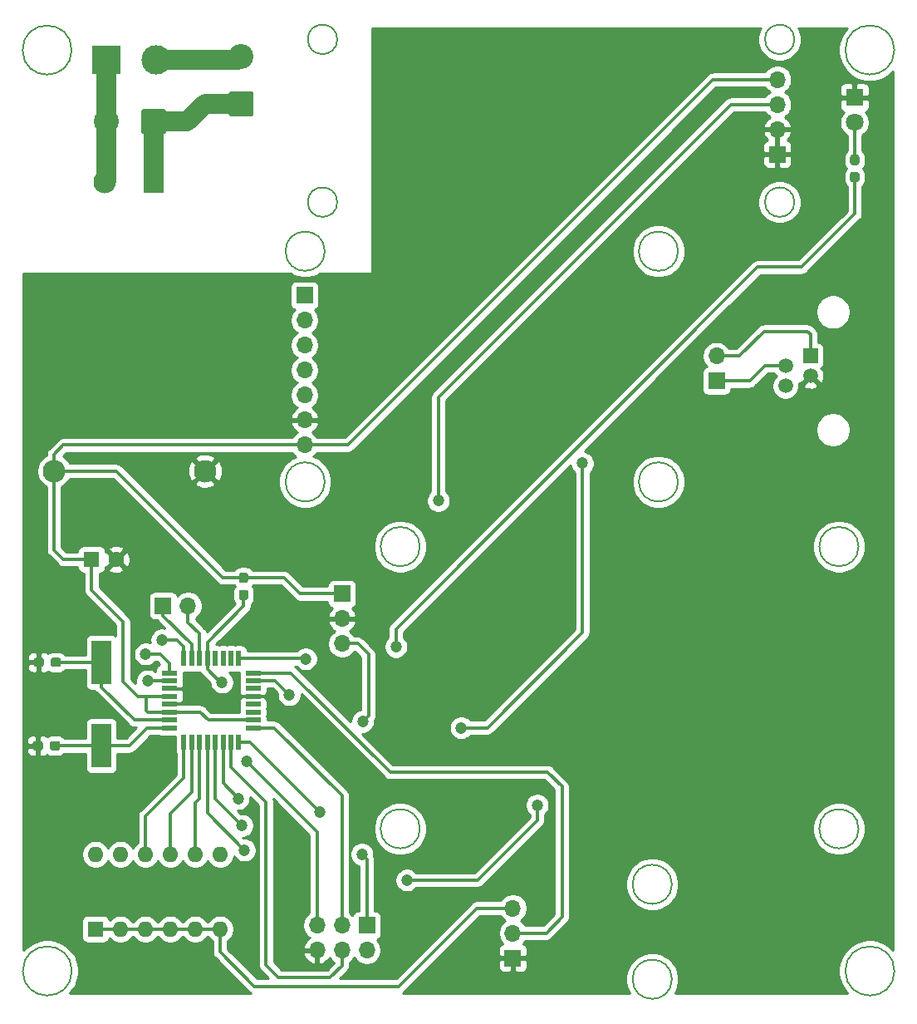
<source format=gtl>
G04 #@! TF.GenerationSoftware,KiCad,Pcbnew,(5.1.6)-1*
G04 #@! TF.CreationDate,2021-11-02T04:41:39+01:00*
G04 #@! TF.ProjectId,SLAVE,534c4156-452e-46b6-9963-61645f706362,V1*
G04 #@! TF.SameCoordinates,Original*
G04 #@! TF.FileFunction,Copper,L1,Top*
G04 #@! TF.FilePolarity,Positive*
%FSLAX46Y46*%
G04 Gerber Fmt 4.6, Leading zero omitted, Abs format (unit mm)*
G04 Created by KiCad (PCBNEW (5.1.6)-1) date 2021-11-02 04:41:39*
%MOMM*%
%LPD*%
G01*
G04 APERTURE LIST*
G04 #@! TA.AperFunction,EtchedComponent*
%ADD10C,0.150000*%
G04 #@! TD*
G04 #@! TA.AperFunction,ComponentPad*
%ADD11C,1.600000*%
G04 #@! TD*
G04 #@! TA.AperFunction,ComponentPad*
%ADD12R,1.600000X1.600000*%
G04 #@! TD*
G04 #@! TA.AperFunction,ComponentPad*
%ADD13C,1.800000*%
G04 #@! TD*
G04 #@! TA.AperFunction,ComponentPad*
%ADD14R,1.800000X1.800000*%
G04 #@! TD*
G04 #@! TA.AperFunction,ComponentPad*
%ADD15C,2.550000*%
G04 #@! TD*
G04 #@! TA.AperFunction,ComponentPad*
%ADD16R,1.700000X1.700000*%
G04 #@! TD*
G04 #@! TA.AperFunction,ComponentPad*
%ADD17O,1.700000X1.700000*%
G04 #@! TD*
G04 #@! TA.AperFunction,ComponentPad*
%ADD18C,3.000000*%
G04 #@! TD*
G04 #@! TA.AperFunction,ComponentPad*
%ADD19R,3.000000X3.000000*%
G04 #@! TD*
G04 #@! TA.AperFunction,ComponentPad*
%ADD20C,1.500000*%
G04 #@! TD*
G04 #@! TA.AperFunction,ComponentPad*
%ADD21R,1.500000X1.500000*%
G04 #@! TD*
G04 #@! TA.AperFunction,ComponentPad*
%ADD22C,2.300000*%
G04 #@! TD*
G04 #@! TA.AperFunction,ComponentPad*
%ADD23R,2.000000X2.300000*%
G04 #@! TD*
G04 #@! TA.AperFunction,ComponentPad*
%ADD24O,1.600000X1.600000*%
G04 #@! TD*
G04 #@! TA.AperFunction,SMDPad,CuDef*
%ADD25R,0.550000X1.600000*%
G04 #@! TD*
G04 #@! TA.AperFunction,SMDPad,CuDef*
%ADD26R,1.600000X0.550000*%
G04 #@! TD*
G04 #@! TA.AperFunction,SMDPad,CuDef*
%ADD27R,2.000000X4.500000*%
G04 #@! TD*
G04 #@! TA.AperFunction,ViaPad*
%ADD28C,1.200000*%
G04 #@! TD*
G04 #@! TA.AperFunction,Conductor*
%ADD29C,0.300000*%
G04 #@! TD*
G04 #@! TA.AperFunction,Conductor*
%ADD30C,2.000000*%
G04 #@! TD*
G04 #@! TA.AperFunction,Conductor*
%ADD31C,0.254000*%
G04 #@! TD*
G04 APERTURE END LIST*
D10*
X192000000Y-55570000D02*
G75*
G03*
X192000000Y-55570000I-2500000J0D01*
G01*
X192010000Y-149390000D02*
G75*
G03*
X192010000Y-149390000I-2500000J0D01*
G01*
X108140000Y-55580000D02*
G75*
G03*
X108140000Y-55580000I-2500000J0D01*
G01*
X108160000Y-149390000D02*
G75*
G03*
X108160000Y-149390000I-2500000J0D01*
G01*
X181810000Y-71070000D02*
G75*
G03*
X181810000Y-71070000I-1500000J0D01*
G01*
X181810000Y-54490000D02*
G75*
G03*
X181810000Y-54490000I-1500000J0D01*
G01*
X135210000Y-71070000D02*
G75*
G03*
X135210000Y-71070000I-1500000J0D01*
G01*
X135210000Y-54490000D02*
G75*
G03*
X135210000Y-54490000I-1500000J0D01*
G01*
X188350000Y-106160000D02*
G75*
G03*
X188350000Y-106160000I-2000000J0D01*
G01*
X188350000Y-134900000D02*
G75*
G03*
X188350000Y-134900000I-2000000J0D01*
G01*
X169950000Y-99570000D02*
G75*
G03*
X169950000Y-99570000I-2000000J0D01*
G01*
X169950000Y-76070000D02*
G75*
G03*
X169950000Y-76070000I-2000000J0D01*
G01*
X169320000Y-150230000D02*
G75*
G03*
X169320000Y-150230000I-2000000J0D01*
G01*
X169320000Y-140560000D02*
G75*
G03*
X169320000Y-140560000I-2000000J0D01*
G01*
X143630000Y-134900000D02*
G75*
G03*
X143630000Y-134900000I-2000000J0D01*
G01*
X143630000Y-106160000D02*
G75*
G03*
X143630000Y-106160000I-2000000J0D01*
G01*
X133940000Y-99570000D02*
G75*
G03*
X133940000Y-99570000I-2000000J0D01*
G01*
X133940000Y-76070000D02*
G75*
G03*
X133940000Y-76070000I-2000000J0D01*
G01*
D11*
X112680000Y-107460000D03*
D12*
X110180000Y-107460000D03*
G04 #@! TA.AperFunction,SMDPad,CuDef*
G36*
G01*
X106970000Y-126212500D02*
X106970000Y-126687500D01*
G75*
G02*
X106732500Y-126925000I-237500J0D01*
G01*
X106157500Y-126925000D01*
G75*
G02*
X105920000Y-126687500I0J237500D01*
G01*
X105920000Y-126212500D01*
G75*
G02*
X106157500Y-125975000I237500J0D01*
G01*
X106732500Y-125975000D01*
G75*
G02*
X106970000Y-126212500I0J-237500D01*
G01*
G37*
G04 #@! TD.AperFunction*
G04 #@! TA.AperFunction,SMDPad,CuDef*
G36*
G01*
X105220000Y-126212500D02*
X105220000Y-126687500D01*
G75*
G02*
X104982500Y-126925000I-237500J0D01*
G01*
X104407500Y-126925000D01*
G75*
G02*
X104170000Y-126687500I0J237500D01*
G01*
X104170000Y-126212500D01*
G75*
G02*
X104407500Y-125975000I237500J0D01*
G01*
X104982500Y-125975000D01*
G75*
G02*
X105220000Y-126212500I0J-237500D01*
G01*
G37*
G04 #@! TD.AperFunction*
G04 #@! TA.AperFunction,SMDPad,CuDef*
G36*
G01*
X105310000Y-117712500D02*
X105310000Y-118187500D01*
G75*
G02*
X105072500Y-118425000I-237500J0D01*
G01*
X104497500Y-118425000D01*
G75*
G02*
X104260000Y-118187500I0J237500D01*
G01*
X104260000Y-117712500D01*
G75*
G02*
X104497500Y-117475000I237500J0D01*
G01*
X105072500Y-117475000D01*
G75*
G02*
X105310000Y-117712500I0J-237500D01*
G01*
G37*
G04 #@! TD.AperFunction*
G04 #@! TA.AperFunction,SMDPad,CuDef*
G36*
G01*
X107060000Y-117712500D02*
X107060000Y-118187500D01*
G75*
G02*
X106822500Y-118425000I-237500J0D01*
G01*
X106247500Y-118425000D01*
G75*
G02*
X106010000Y-118187500I0J237500D01*
G01*
X106010000Y-117712500D01*
G75*
G02*
X106247500Y-117475000I237500J0D01*
G01*
X106822500Y-117475000D01*
G75*
G02*
X107060000Y-117712500I0J-237500D01*
G01*
G37*
G04 #@! TD.AperFunction*
D13*
X187950000Y-62960000D03*
D14*
X187950000Y-60420000D03*
G04 #@! TA.AperFunction,ComponentPad*
G36*
G01*
X126445001Y-62345000D02*
X124394999Y-62345000D01*
G75*
G02*
X124145000Y-62095001I0J249999D01*
G01*
X124145000Y-60044999D01*
G75*
G02*
X124394999Y-59795000I249999J0D01*
G01*
X126445001Y-59795000D01*
G75*
G02*
X126695000Y-60044999I0J-249999D01*
G01*
X126695000Y-62095001D01*
G75*
G02*
X126445001Y-62345000I-249999J0D01*
G01*
G37*
G04 #@! TD.AperFunction*
D15*
X125420000Y-56270000D03*
D16*
X117470000Y-112190000D03*
D17*
X120010000Y-112190000D03*
D18*
X116760000Y-56610000D03*
D19*
X111680000Y-56610000D03*
D17*
X133150000Y-147280000D03*
X133150000Y-144740000D03*
X135690000Y-147280000D03*
X135690000Y-144740000D03*
X138230000Y-147280000D03*
D16*
X138230000Y-144740000D03*
D17*
X153120000Y-142980000D03*
X153120000Y-145520000D03*
D16*
X153120000Y-148060000D03*
D15*
X111710000Y-62870000D03*
G04 #@! TA.AperFunction,ComponentPad*
G36*
G01*
X117785000Y-61844999D02*
X117785000Y-63895001D01*
G75*
G02*
X117535001Y-64145000I-249999J0D01*
G01*
X115484999Y-64145000D01*
G75*
G02*
X115235000Y-63895001I0J249999D01*
G01*
X115235000Y-61844999D01*
G75*
G02*
X115484999Y-61595000I249999J0D01*
G01*
X117535001Y-61595000D01*
G75*
G02*
X117785000Y-61844999I0J-249999D01*
G01*
G37*
G04 #@! TD.AperFunction*
D17*
X180080000Y-58580000D03*
X180080000Y-61120000D03*
X180080000Y-63660000D03*
D16*
X180080000Y-66200000D03*
X135710000Y-110970000D03*
D17*
X135710000Y-113510000D03*
X135710000Y-116050000D03*
D16*
X131880000Y-80570000D03*
D17*
X131880000Y-83110000D03*
X131880000Y-85650000D03*
X131880000Y-88190000D03*
X131880000Y-90730000D03*
X131880000Y-93270000D03*
X131880000Y-95810000D03*
X173870000Y-86740000D03*
D16*
X173870000Y-89280000D03*
D20*
X180910000Y-89790000D03*
X183450000Y-88770000D03*
X180910000Y-87750000D03*
D21*
X183450000Y-86730000D03*
D22*
X106340000Y-98460000D03*
X111540000Y-69060000D03*
D23*
X116540000Y-69060000D03*
D22*
X121740000Y-98460000D03*
G04 #@! TA.AperFunction,SMDPad,CuDef*
G36*
G01*
X125432500Y-110560000D02*
X125907500Y-110560000D01*
G75*
G02*
X126145000Y-110797500I0J-237500D01*
G01*
X126145000Y-111372500D01*
G75*
G02*
X125907500Y-111610000I-237500J0D01*
G01*
X125432500Y-111610000D01*
G75*
G02*
X125195000Y-111372500I0J237500D01*
G01*
X125195000Y-110797500D01*
G75*
G02*
X125432500Y-110560000I237500J0D01*
G01*
G37*
G04 #@! TD.AperFunction*
G04 #@! TA.AperFunction,SMDPad,CuDef*
G36*
G01*
X125432500Y-108810000D02*
X125907500Y-108810000D01*
G75*
G02*
X126145000Y-109047500I0J-237500D01*
G01*
X126145000Y-109622500D01*
G75*
G02*
X125907500Y-109860000I-237500J0D01*
G01*
X125432500Y-109860000D01*
G75*
G02*
X125195000Y-109622500I0J237500D01*
G01*
X125195000Y-109047500D01*
G75*
G02*
X125432500Y-108810000I237500J0D01*
G01*
G37*
G04 #@! TD.AperFunction*
G04 #@! TA.AperFunction,SMDPad,CuDef*
G36*
G01*
X188197500Y-69040000D02*
X187722500Y-69040000D01*
G75*
G02*
X187485000Y-68802500I0J237500D01*
G01*
X187485000Y-68227500D01*
G75*
G02*
X187722500Y-67990000I237500J0D01*
G01*
X188197500Y-67990000D01*
G75*
G02*
X188435000Y-68227500I0J-237500D01*
G01*
X188435000Y-68802500D01*
G75*
G02*
X188197500Y-69040000I-237500J0D01*
G01*
G37*
G04 #@! TD.AperFunction*
G04 #@! TA.AperFunction,SMDPad,CuDef*
G36*
G01*
X188197500Y-67290000D02*
X187722500Y-67290000D01*
G75*
G02*
X187485000Y-67052500I0J237500D01*
G01*
X187485000Y-66477500D01*
G75*
G02*
X187722500Y-66240000I237500J0D01*
G01*
X188197500Y-66240000D01*
G75*
G02*
X188435000Y-66477500I0J-237500D01*
G01*
X188435000Y-67052500D01*
G75*
G02*
X188197500Y-67290000I-237500J0D01*
G01*
G37*
G04 #@! TD.AperFunction*
D24*
X110570000Y-137500000D03*
X123270000Y-145120000D03*
X113110000Y-137500000D03*
X120730000Y-145120000D03*
X115650000Y-137500000D03*
X118190000Y-145120000D03*
X118190000Y-137500000D03*
X115650000Y-145120000D03*
X120730000Y-137500000D03*
X113110000Y-145120000D03*
X123270000Y-137500000D03*
D12*
X110570000Y-145120000D03*
D25*
X119580000Y-117570000D03*
X120380000Y-117570000D03*
X121180000Y-117570000D03*
X121980000Y-117570000D03*
X122780000Y-117570000D03*
X123580000Y-117570000D03*
X124380000Y-117570000D03*
X125180000Y-117570000D03*
D26*
X126630000Y-119020000D03*
X126630000Y-119820000D03*
X126630000Y-120620000D03*
X126630000Y-121420000D03*
X126630000Y-122220000D03*
X126630000Y-123020000D03*
X126630000Y-123820000D03*
X126630000Y-124620000D03*
D25*
X125180000Y-126070000D03*
X124380000Y-126070000D03*
X123580000Y-126070000D03*
X122780000Y-126070000D03*
X121980000Y-126070000D03*
X121180000Y-126070000D03*
X120380000Y-126070000D03*
X119580000Y-126070000D03*
D26*
X118130000Y-124620000D03*
X118130000Y-123820000D03*
X118130000Y-123020000D03*
X118130000Y-122220000D03*
X118130000Y-121420000D03*
X118130000Y-120620000D03*
X118130000Y-119820000D03*
X118130000Y-119020000D03*
D27*
X111180000Y-117950000D03*
X111180000Y-126450000D03*
D28*
X120900000Y-120630000D03*
X146240000Y-132480000D03*
X123480000Y-119980000D03*
X125960000Y-128020000D03*
X155600000Y-132490000D03*
X142310000Y-140130000D03*
X137720000Y-137490000D03*
X133430000Y-133200000D03*
X130320000Y-121240000D03*
X145510000Y-101490000D03*
X125510000Y-134570000D03*
X137800000Y-123980000D03*
X125120000Y-131810000D03*
X125760000Y-137080000D03*
X147850000Y-124610000D03*
X160220000Y-97680000D03*
X141190000Y-116350000D03*
X132000000Y-117600000D03*
X117350000Y-115660000D03*
X115880000Y-119840000D03*
X115690000Y-117100000D03*
D29*
X118140000Y-120630000D02*
X118130000Y-120620000D01*
X120900000Y-120630000D02*
X118140000Y-120630000D01*
X121690000Y-121420000D02*
X120900000Y-120630000D01*
X126630000Y-121420000D02*
X121690000Y-121420000D01*
X126630000Y-121420000D02*
X128160000Y-121420000D01*
X119310000Y-122220000D02*
X120900000Y-120630000D01*
X118130000Y-122220000D02*
X119310000Y-122220000D01*
X106340000Y-98460000D02*
X106340000Y-106490000D01*
X107310000Y-107460000D02*
X110180000Y-107460000D01*
X106340000Y-106490000D02*
X107310000Y-107460000D01*
X135710000Y-110970000D02*
X131440000Y-110970000D01*
X129805000Y-109335000D02*
X125670000Y-109335000D01*
X131440000Y-110970000D02*
X129805000Y-109335000D01*
X125670000Y-109335000D02*
X123555000Y-109335000D01*
X112680000Y-98460000D02*
X106340000Y-98460000D01*
X123555000Y-109335000D02*
X112680000Y-98460000D01*
X110570000Y-145120000D02*
X113110000Y-145120000D01*
X115650000Y-145120000D02*
X113110000Y-145120000D01*
X115650000Y-145120000D02*
X118190000Y-145120000D01*
X118190000Y-145120000D02*
X120730000Y-145120000D01*
X120730000Y-145120000D02*
X123270000Y-145120000D01*
X126630000Y-123820000D02*
X122660000Y-123820000D01*
X153120000Y-142980000D02*
X149470000Y-142980000D01*
X123270000Y-147460000D02*
X123270000Y-145120000D01*
X131880000Y-95810000D02*
X107310000Y-95810000D01*
X106340000Y-96780000D02*
X106340000Y-98460000D01*
X107310000Y-95810000D02*
X106340000Y-96780000D01*
X180080000Y-58580000D02*
X173520000Y-58580000D01*
X136290000Y-95810000D02*
X131880000Y-95810000D01*
X173520000Y-58580000D02*
X136290000Y-95810000D01*
X122060000Y-123820000D02*
X122660000Y-123820000D01*
X121260000Y-123020000D02*
X122060000Y-123820000D01*
X118130000Y-123020000D02*
X121260000Y-123020000D01*
X118130000Y-123020000D02*
X115900000Y-123020000D01*
X115900000Y-123020000D02*
X115740000Y-122860000D01*
X118130000Y-121420000D02*
X115740000Y-121420000D01*
X115740000Y-122860000D02*
X115740000Y-121420000D01*
X114880000Y-121420000D02*
X115740000Y-121420000D01*
X113410000Y-113850000D02*
X113410000Y-119950000D01*
X110180000Y-107460000D02*
X110180000Y-110620000D01*
X113410000Y-119950000D02*
X114880000Y-121420000D01*
X110180000Y-110620000D02*
X113410000Y-113850000D01*
X123270000Y-147460000D02*
X126750000Y-150940000D01*
X141510000Y-150940000D02*
X149470000Y-142980000D01*
X126750000Y-150940000D02*
X141510000Y-150940000D01*
X106445000Y-126450000D02*
X111180000Y-126450000D01*
X118130000Y-124620000D02*
X115860000Y-124620000D01*
X114030000Y-126450000D02*
X111180000Y-126450000D01*
X115860000Y-124620000D02*
X114030000Y-126450000D01*
X118130000Y-123820000D02*
X117030000Y-123820000D01*
X106535000Y-117950000D02*
X111180000Y-117950000D01*
X117030000Y-123820000D02*
X114540000Y-123820000D01*
X111180000Y-120460000D02*
X114540000Y-123820000D01*
X111180000Y-117950000D02*
X111180000Y-120460000D01*
X187950000Y-66755000D02*
X187960000Y-66765000D01*
X187950000Y-62960000D02*
X187950000Y-66755000D01*
D30*
X116490000Y-69010000D02*
X116540000Y-69060000D01*
X116540000Y-62900000D02*
X116510000Y-62870000D01*
X116540000Y-69060000D02*
X116540000Y-62900000D01*
X116510000Y-62870000D02*
X119910000Y-62870000D01*
X121710000Y-61070000D02*
X125420000Y-61070000D01*
X119910000Y-62870000D02*
X121710000Y-61070000D01*
X125080000Y-56610000D02*
X125420000Y-56270000D01*
X116760000Y-56610000D02*
X125080000Y-56610000D01*
D29*
X117470000Y-112190000D02*
X117470000Y-113180000D01*
X120380000Y-116090000D02*
X120380000Y-117570000D01*
X117470000Y-113180000D02*
X120380000Y-116090000D01*
X120010000Y-112190000D02*
X120010000Y-113860000D01*
X121180000Y-115030000D02*
X121180000Y-117570000D01*
X120010000Y-113860000D02*
X121180000Y-115030000D01*
X111690000Y-62320000D02*
X111760000Y-62390000D01*
D30*
X111690000Y-68910000D02*
X111540000Y-69060000D01*
X111680000Y-62840000D02*
X111710000Y-62870000D01*
X111680000Y-56610000D02*
X111680000Y-62840000D01*
X111710000Y-68890000D02*
X111540000Y-69060000D01*
X111710000Y-62870000D02*
X111710000Y-68890000D01*
D29*
X125670000Y-111085000D02*
X125670000Y-112220000D01*
X121980000Y-115910000D02*
X121980000Y-117570000D01*
X125670000Y-112220000D02*
X121980000Y-115910000D01*
X133150000Y-135210000D02*
X125960000Y-128020000D01*
X133150000Y-144740000D02*
X133150000Y-135210000D01*
X123290000Y-119980000D02*
X123480000Y-119980000D01*
X121980000Y-118670000D02*
X123290000Y-119980000D01*
X121980000Y-117570000D02*
X121980000Y-118670000D01*
X129220000Y-150050000D02*
X127970000Y-148800000D01*
X124380000Y-128600000D02*
X124380000Y-126070000D01*
X127970000Y-148800000D02*
X127970000Y-132190000D01*
X127970000Y-132190000D02*
X124380000Y-128600000D01*
X135690000Y-147280000D02*
X135690000Y-148850000D01*
X134490000Y-150050000D02*
X129220000Y-150050000D01*
X135690000Y-148850000D02*
X134490000Y-150050000D01*
X135690000Y-144740000D02*
X135690000Y-131520000D01*
X128790000Y-124620000D02*
X126630000Y-124620000D01*
X135690000Y-131520000D02*
X128790000Y-124620000D01*
X155600000Y-132490000D02*
X155600000Y-134030000D01*
X155600000Y-134030000D02*
X149500000Y-140130000D01*
X149500000Y-140130000D02*
X142310000Y-140130000D01*
X138230000Y-144740000D02*
X138230000Y-138000000D01*
X138230000Y-138000000D02*
X137720000Y-137490000D01*
X133430000Y-133200000D02*
X128690000Y-128460000D01*
X126300000Y-126070000D02*
X128690000Y-128460000D01*
X125180000Y-126070000D02*
X126300000Y-126070000D01*
X153120000Y-145520000D02*
X156510000Y-145520000D01*
X156510000Y-145520000D02*
X158130000Y-143900000D01*
X126630000Y-119020000D02*
X130470000Y-119020000D01*
X130470000Y-119020000D02*
X140590000Y-129140000D01*
X140590000Y-129140000D02*
X156660000Y-129140000D01*
X158130000Y-130610000D02*
X156660000Y-129140000D01*
X158130000Y-143900000D02*
X158130000Y-130610000D01*
X126630000Y-119820000D02*
X128580000Y-119820000D01*
X128580000Y-119820000D02*
X128900000Y-119820000D01*
X128900000Y-119820000D02*
X130320000Y-121240000D01*
X145510000Y-101490000D02*
X145510000Y-90980000D01*
X175370000Y-61120000D02*
X180080000Y-61120000D01*
X145510000Y-90980000D02*
X175370000Y-61120000D01*
X122780000Y-131840000D02*
X125510000Y-134570000D01*
X122780000Y-126070000D02*
X122780000Y-131840000D01*
X137800000Y-123980000D02*
X138400000Y-123380000D01*
X138400000Y-123380000D02*
X138400000Y-117150000D01*
X137300000Y-116050000D02*
X135710000Y-116050000D01*
X138400000Y-117150000D02*
X137300000Y-116050000D01*
X123580000Y-126070000D02*
X123580000Y-130270000D01*
X123580000Y-130270000D02*
X125120000Y-131810000D01*
X121980000Y-126070000D02*
X121980000Y-133300000D01*
X121980000Y-133300000D02*
X125760000Y-137080000D01*
X147850000Y-124610000D02*
X149150000Y-124610000D01*
X149150000Y-124610000D02*
X150510000Y-124610000D01*
X150510000Y-124610000D02*
X160220000Y-114900000D01*
X160220000Y-114900000D02*
X160220000Y-97680000D01*
X173870000Y-86740000D02*
X176200000Y-86740000D01*
X176200000Y-86740000D02*
X178700000Y-84240000D01*
X178700000Y-84240000D02*
X183160000Y-84240000D01*
X183450000Y-84530000D02*
X183450000Y-86730000D01*
X183160000Y-84240000D02*
X183450000Y-84530000D01*
X180910000Y-87750000D02*
X178790000Y-87750000D01*
X177260000Y-89280000D02*
X173870000Y-89280000D01*
X178790000Y-87750000D02*
X177260000Y-89280000D01*
X187960000Y-68515000D02*
X187960000Y-72280000D01*
X187960000Y-72280000D02*
X182560000Y-77680000D01*
X182560000Y-77680000D02*
X178070000Y-77680000D01*
X178070000Y-77680000D02*
X141190000Y-114560000D01*
X141190000Y-114560000D02*
X141190000Y-116350000D01*
X125180000Y-117570000D02*
X131970000Y-117570000D01*
X131970000Y-117570000D02*
X132000000Y-117600000D01*
X123280000Y-137490000D02*
X123270000Y-137500000D01*
X117350000Y-115660000D02*
X118890000Y-115660000D01*
X119580000Y-116350000D02*
X119580000Y-117570000D01*
X118890000Y-115660000D02*
X119580000Y-116350000D01*
X120710000Y-137480000D02*
X120730000Y-137500000D01*
X121180000Y-126070000D02*
X121180000Y-131860000D01*
X120730000Y-132310000D02*
X120730000Y-137500000D01*
X121180000Y-131860000D02*
X120730000Y-132310000D01*
X118190000Y-137500000D02*
X118190000Y-133360000D01*
X120380000Y-131170000D02*
X120380000Y-126070000D01*
X118190000Y-133360000D02*
X120380000Y-131170000D01*
X119580000Y-126070000D02*
X119530000Y-126070000D01*
X119580000Y-126070000D02*
X119580000Y-129690000D01*
X115650000Y-133620000D02*
X115650000Y-137500000D01*
X119580000Y-129690000D02*
X115650000Y-133620000D01*
X113120000Y-137490000D02*
X113110000Y-137500000D01*
X118110000Y-119840000D02*
X118130000Y-119820000D01*
X115880000Y-119840000D02*
X118110000Y-119840000D01*
X115690000Y-117100000D02*
X117190000Y-117100000D01*
X118130000Y-118040000D02*
X118130000Y-119020000D01*
X117190000Y-117100000D02*
X118130000Y-118040000D01*
D31*
G36*
X178343316Y-53438785D02*
G01*
X178176023Y-53842665D01*
X178090738Y-54271422D01*
X178090738Y-54708578D01*
X178176023Y-55137335D01*
X178343316Y-55541215D01*
X178586187Y-55904697D01*
X178895303Y-56213813D01*
X179258785Y-56456684D01*
X179662665Y-56623977D01*
X180091422Y-56709262D01*
X180528578Y-56709262D01*
X180957335Y-56623977D01*
X181361215Y-56456684D01*
X181724697Y-56213813D01*
X182033813Y-55904697D01*
X182276684Y-55541215D01*
X182443977Y-55137335D01*
X182529262Y-54708578D01*
X182529262Y-54271422D01*
X182443977Y-53842665D01*
X182276684Y-53438785D01*
X182197314Y-53320000D01*
X187204086Y-53320000D01*
X187003176Y-53520910D01*
X186651394Y-54047389D01*
X186409083Y-54632380D01*
X186285553Y-55253405D01*
X186285553Y-55886595D01*
X186409083Y-56507620D01*
X186651394Y-57092611D01*
X187003176Y-57619090D01*
X187450910Y-58066824D01*
X187977389Y-58418606D01*
X188562380Y-58660917D01*
X189183405Y-58784447D01*
X189816595Y-58784447D01*
X190437620Y-58660917D01*
X191022611Y-58418606D01*
X191549090Y-58066824D01*
X191890000Y-57725914D01*
X191890001Y-147224087D01*
X191559090Y-146893176D01*
X191032611Y-146541394D01*
X190447620Y-146299083D01*
X189826595Y-146175553D01*
X189193405Y-146175553D01*
X188572380Y-146299083D01*
X187987389Y-146541394D01*
X187460910Y-146893176D01*
X187013176Y-147340910D01*
X186661394Y-147867389D01*
X186419083Y-148452380D01*
X186295553Y-149073405D01*
X186295553Y-149706595D01*
X186419083Y-150327620D01*
X186661394Y-150912611D01*
X187013176Y-151439090D01*
X187204086Y-151630000D01*
X169652083Y-151630000D01*
X169727645Y-151516913D01*
X169932447Y-151022477D01*
X170036854Y-150497587D01*
X170036854Y-149962413D01*
X169932447Y-149437523D01*
X169727645Y-148943087D01*
X169430319Y-148498106D01*
X169051894Y-148119681D01*
X168606913Y-147822355D01*
X168112477Y-147617553D01*
X167587587Y-147513146D01*
X167052413Y-147513146D01*
X166527523Y-147617553D01*
X166033087Y-147822355D01*
X165588106Y-148119681D01*
X165209681Y-148498106D01*
X164912355Y-148943087D01*
X164707553Y-149437523D01*
X164603146Y-149962413D01*
X164603146Y-150497587D01*
X164707553Y-151022477D01*
X164912355Y-151516913D01*
X164987917Y-151630000D01*
X141884365Y-151630000D01*
X141948233Y-151595862D01*
X142067764Y-151497764D01*
X142092347Y-151467810D01*
X144650157Y-148910000D01*
X151631928Y-148910000D01*
X151644188Y-149034482D01*
X151680498Y-149154180D01*
X151739463Y-149264494D01*
X151818815Y-149361185D01*
X151915506Y-149440537D01*
X152025820Y-149499502D01*
X152145518Y-149535812D01*
X152270000Y-149548072D01*
X152834250Y-149545000D01*
X152993000Y-149386250D01*
X152993000Y-148187000D01*
X153247000Y-148187000D01*
X153247000Y-149386250D01*
X153405750Y-149545000D01*
X153970000Y-149548072D01*
X154094482Y-149535812D01*
X154214180Y-149499502D01*
X154324494Y-149440537D01*
X154421185Y-149361185D01*
X154500537Y-149264494D01*
X154559502Y-149154180D01*
X154595812Y-149034482D01*
X154608072Y-148910000D01*
X154605000Y-148345750D01*
X154446250Y-148187000D01*
X153247000Y-148187000D01*
X152993000Y-148187000D01*
X151793750Y-148187000D01*
X151635000Y-148345750D01*
X151631928Y-148910000D01*
X144650157Y-148910000D01*
X149795158Y-143765000D01*
X151858526Y-143765000D01*
X151966525Y-143926632D01*
X152173368Y-144133475D01*
X152347760Y-144250000D01*
X152173368Y-144366525D01*
X151966525Y-144573368D01*
X151804010Y-144816589D01*
X151692068Y-145086842D01*
X151635000Y-145373740D01*
X151635000Y-145666260D01*
X151692068Y-145953158D01*
X151804010Y-146223411D01*
X151966525Y-146466632D01*
X152098380Y-146598487D01*
X152025820Y-146620498D01*
X151915506Y-146679463D01*
X151818815Y-146758815D01*
X151739463Y-146855506D01*
X151680498Y-146965820D01*
X151644188Y-147085518D01*
X151631928Y-147210000D01*
X151635000Y-147774250D01*
X151793750Y-147933000D01*
X152993000Y-147933000D01*
X152993000Y-147913000D01*
X153247000Y-147913000D01*
X153247000Y-147933000D01*
X154446250Y-147933000D01*
X154605000Y-147774250D01*
X154608072Y-147210000D01*
X154595812Y-147085518D01*
X154559502Y-146965820D01*
X154500537Y-146855506D01*
X154421185Y-146758815D01*
X154324494Y-146679463D01*
X154214180Y-146620498D01*
X154141620Y-146598487D01*
X154273475Y-146466632D01*
X154381474Y-146305000D01*
X156471447Y-146305000D01*
X156510000Y-146308797D01*
X156548553Y-146305000D01*
X156548561Y-146305000D01*
X156663887Y-146293641D01*
X156811860Y-146248754D01*
X156948233Y-146175862D01*
X157067764Y-146077764D01*
X157092347Y-146047810D01*
X158657817Y-144482341D01*
X158687764Y-144457764D01*
X158785862Y-144338233D01*
X158858754Y-144201860D01*
X158860678Y-144195518D01*
X158903642Y-144053887D01*
X158912346Y-143965506D01*
X158915000Y-143938561D01*
X158915000Y-143938556D01*
X158918797Y-143900000D01*
X158915000Y-143861445D01*
X158915000Y-140292413D01*
X164603146Y-140292413D01*
X164603146Y-140827587D01*
X164707553Y-141352477D01*
X164912355Y-141846913D01*
X165209681Y-142291894D01*
X165588106Y-142670319D01*
X166033087Y-142967645D01*
X166527523Y-143172447D01*
X167052413Y-143276854D01*
X167587587Y-143276854D01*
X168112477Y-143172447D01*
X168606913Y-142967645D01*
X169051894Y-142670319D01*
X169430319Y-142291894D01*
X169727645Y-141846913D01*
X169932447Y-141352477D01*
X170036854Y-140827587D01*
X170036854Y-140292413D01*
X169932447Y-139767523D01*
X169727645Y-139273087D01*
X169430319Y-138828106D01*
X169051894Y-138449681D01*
X168606913Y-138152355D01*
X168112477Y-137947553D01*
X167587587Y-137843146D01*
X167052413Y-137843146D01*
X166527523Y-137947553D01*
X166033087Y-138152355D01*
X165588106Y-138449681D01*
X165209681Y-138828106D01*
X164912355Y-139273087D01*
X164707553Y-139767523D01*
X164603146Y-140292413D01*
X158915000Y-140292413D01*
X158915000Y-134632413D01*
X183633146Y-134632413D01*
X183633146Y-135167587D01*
X183737553Y-135692477D01*
X183942355Y-136186913D01*
X184239681Y-136631894D01*
X184618106Y-137010319D01*
X185063087Y-137307645D01*
X185557523Y-137512447D01*
X186082413Y-137616854D01*
X186617587Y-137616854D01*
X187142477Y-137512447D01*
X187636913Y-137307645D01*
X188081894Y-137010319D01*
X188460319Y-136631894D01*
X188757645Y-136186913D01*
X188962447Y-135692477D01*
X189066854Y-135167587D01*
X189066854Y-134632413D01*
X188962447Y-134107523D01*
X188757645Y-133613087D01*
X188460319Y-133168106D01*
X188081894Y-132789681D01*
X187636913Y-132492355D01*
X187142477Y-132287553D01*
X186617587Y-132183146D01*
X186082413Y-132183146D01*
X185557523Y-132287553D01*
X185063087Y-132492355D01*
X184618106Y-132789681D01*
X184239681Y-133168106D01*
X183942355Y-133613087D01*
X183737553Y-134107523D01*
X183633146Y-134632413D01*
X158915000Y-134632413D01*
X158915000Y-130648555D01*
X158918797Y-130610000D01*
X158915000Y-130571444D01*
X158915000Y-130571439D01*
X158909356Y-130514139D01*
X158903642Y-130456113D01*
X158858754Y-130308140D01*
X158838368Y-130270000D01*
X158785862Y-130171767D01*
X158687764Y-130052236D01*
X158657816Y-130027658D01*
X157242347Y-128612190D01*
X157217764Y-128582236D01*
X157098233Y-128484138D01*
X156961860Y-128411246D01*
X156813887Y-128366359D01*
X156698561Y-128355000D01*
X156698553Y-128355000D01*
X156660000Y-128351203D01*
X156621447Y-128355000D01*
X140915158Y-128355000D01*
X137775158Y-125215000D01*
X137921637Y-125215000D01*
X138160236Y-125167540D01*
X138384992Y-125074443D01*
X138587267Y-124939287D01*
X138759287Y-124767267D01*
X138894443Y-124564992D01*
X138987540Y-124340236D01*
X139035000Y-124101637D01*
X139035000Y-123858363D01*
X139032645Y-123846523D01*
X139055862Y-123818233D01*
X139128754Y-123681860D01*
X139147591Y-123619764D01*
X139173641Y-123533888D01*
X139175446Y-123515557D01*
X139185000Y-123418561D01*
X139185000Y-123418554D01*
X139188797Y-123380001D01*
X139185000Y-123341448D01*
X139185000Y-117188555D01*
X139188797Y-117150000D01*
X139185000Y-117111444D01*
X139185000Y-117111439D01*
X139176370Y-117023815D01*
X139173642Y-116996113D01*
X139128754Y-116848140D01*
X139115659Y-116823641D01*
X139055862Y-116711767D01*
X138957764Y-116592236D01*
X138927815Y-116567658D01*
X138588520Y-116228363D01*
X139955000Y-116228363D01*
X139955000Y-116471637D01*
X140002460Y-116710236D01*
X140095557Y-116934992D01*
X140230713Y-117137267D01*
X140402733Y-117309287D01*
X140605008Y-117444443D01*
X140829764Y-117537540D01*
X141068363Y-117585000D01*
X141311637Y-117585000D01*
X141550236Y-117537540D01*
X141774992Y-117444443D01*
X141977267Y-117309287D01*
X142149287Y-117137267D01*
X142284443Y-116934992D01*
X142377540Y-116710236D01*
X142425000Y-116471637D01*
X142425000Y-116228363D01*
X142377540Y-115989764D01*
X142284443Y-115765008D01*
X142149287Y-115562733D01*
X141977267Y-115390713D01*
X141975000Y-115389198D01*
X141975000Y-114885157D01*
X158997198Y-97862960D01*
X159032460Y-98040236D01*
X159125557Y-98264992D01*
X159260713Y-98467267D01*
X159432733Y-98639287D01*
X159435001Y-98640802D01*
X159435000Y-114574843D01*
X150184843Y-123825000D01*
X148810802Y-123825000D01*
X148809287Y-123822733D01*
X148637267Y-123650713D01*
X148434992Y-123515557D01*
X148210236Y-123422460D01*
X147971637Y-123375000D01*
X147728363Y-123375000D01*
X147489764Y-123422460D01*
X147265008Y-123515557D01*
X147062733Y-123650713D01*
X146890713Y-123822733D01*
X146755557Y-124025008D01*
X146662460Y-124249764D01*
X146615000Y-124488363D01*
X146615000Y-124731637D01*
X146662460Y-124970236D01*
X146755557Y-125194992D01*
X146890713Y-125397267D01*
X147062733Y-125569287D01*
X147265008Y-125704443D01*
X147489764Y-125797540D01*
X147728363Y-125845000D01*
X147971637Y-125845000D01*
X148210236Y-125797540D01*
X148434992Y-125704443D01*
X148637267Y-125569287D01*
X148809287Y-125397267D01*
X148810802Y-125395000D01*
X150471447Y-125395000D01*
X150510000Y-125398797D01*
X150548553Y-125395000D01*
X150548561Y-125395000D01*
X150663887Y-125383641D01*
X150811860Y-125338754D01*
X150948233Y-125265862D01*
X151067764Y-125167764D01*
X151092347Y-125137810D01*
X160747811Y-115482346D01*
X160777764Y-115457764D01*
X160875862Y-115338233D01*
X160948754Y-115201860D01*
X160955007Y-115181246D01*
X160993642Y-115053887D01*
X161003727Y-114951481D01*
X161005000Y-114938561D01*
X161005000Y-114938556D01*
X161008797Y-114900000D01*
X161005000Y-114861444D01*
X161005000Y-105892413D01*
X183633146Y-105892413D01*
X183633146Y-106427587D01*
X183737553Y-106952477D01*
X183942355Y-107446913D01*
X184239681Y-107891894D01*
X184618106Y-108270319D01*
X185063087Y-108567645D01*
X185557523Y-108772447D01*
X186082413Y-108876854D01*
X186617587Y-108876854D01*
X187142477Y-108772447D01*
X187636913Y-108567645D01*
X188081894Y-108270319D01*
X188460319Y-107891894D01*
X188757645Y-107446913D01*
X188962447Y-106952477D01*
X189066854Y-106427587D01*
X189066854Y-105892413D01*
X188962447Y-105367523D01*
X188757645Y-104873087D01*
X188460319Y-104428106D01*
X188081894Y-104049681D01*
X187636913Y-103752355D01*
X187142477Y-103547553D01*
X186617587Y-103443146D01*
X186082413Y-103443146D01*
X185557523Y-103547553D01*
X185063087Y-103752355D01*
X184618106Y-104049681D01*
X184239681Y-104428106D01*
X183942355Y-104873087D01*
X183737553Y-105367523D01*
X183633146Y-105892413D01*
X161005000Y-105892413D01*
X161005000Y-99302413D01*
X165233146Y-99302413D01*
X165233146Y-99837587D01*
X165337553Y-100362477D01*
X165542355Y-100856913D01*
X165839681Y-101301894D01*
X166218106Y-101680319D01*
X166663087Y-101977645D01*
X167157523Y-102182447D01*
X167682413Y-102286854D01*
X168217587Y-102286854D01*
X168742477Y-102182447D01*
X169236913Y-101977645D01*
X169681894Y-101680319D01*
X170060319Y-101301894D01*
X170357645Y-100856913D01*
X170562447Y-100362477D01*
X170666854Y-99837587D01*
X170666854Y-99302413D01*
X170562447Y-98777523D01*
X170357645Y-98283087D01*
X170060319Y-97838106D01*
X169681894Y-97459681D01*
X169236913Y-97162355D01*
X168742477Y-96957553D01*
X168217587Y-96853146D01*
X167682413Y-96853146D01*
X167157523Y-96957553D01*
X166663087Y-97162355D01*
X166218106Y-97459681D01*
X165839681Y-97838106D01*
X165542355Y-98283087D01*
X165337553Y-98777523D01*
X165233146Y-99302413D01*
X161005000Y-99302413D01*
X161005000Y-98640802D01*
X161007267Y-98639287D01*
X161179287Y-98467267D01*
X161314443Y-98264992D01*
X161407540Y-98040236D01*
X161455000Y-97801637D01*
X161455000Y-97558363D01*
X161407540Y-97319764D01*
X161314443Y-97095008D01*
X161179287Y-96892733D01*
X161007267Y-96720713D01*
X160804992Y-96585557D01*
X160580236Y-96492460D01*
X160402960Y-96457198D01*
X162775965Y-94084193D01*
X183965000Y-94084193D01*
X183965000Y-94435807D01*
X184033596Y-94780665D01*
X184168153Y-95105515D01*
X184363500Y-95397871D01*
X184612129Y-95646500D01*
X184904485Y-95841847D01*
X185229335Y-95976404D01*
X185574193Y-96045000D01*
X185925807Y-96045000D01*
X186270665Y-95976404D01*
X186595515Y-95841847D01*
X186887871Y-95646500D01*
X187136500Y-95397871D01*
X187331847Y-95105515D01*
X187466404Y-94780665D01*
X187535000Y-94435807D01*
X187535000Y-94084193D01*
X187466404Y-93739335D01*
X187331847Y-93414485D01*
X187136500Y-93122129D01*
X186887871Y-92873500D01*
X186595515Y-92678153D01*
X186270665Y-92543596D01*
X185925807Y-92475000D01*
X185574193Y-92475000D01*
X185229335Y-92543596D01*
X184904485Y-92678153D01*
X184612129Y-92873500D01*
X184363500Y-93122129D01*
X184168153Y-93414485D01*
X184033596Y-93739335D01*
X183965000Y-94084193D01*
X162775965Y-94084193D01*
X168430158Y-88430000D01*
X172381928Y-88430000D01*
X172381928Y-90130000D01*
X172394188Y-90254482D01*
X172430498Y-90374180D01*
X172489463Y-90484494D01*
X172568815Y-90581185D01*
X172665506Y-90660537D01*
X172775820Y-90719502D01*
X172895518Y-90755812D01*
X173020000Y-90768072D01*
X174720000Y-90768072D01*
X174844482Y-90755812D01*
X174964180Y-90719502D01*
X175074494Y-90660537D01*
X175171185Y-90581185D01*
X175250537Y-90484494D01*
X175309502Y-90374180D01*
X175345812Y-90254482D01*
X175358072Y-90130000D01*
X175358072Y-90065000D01*
X177221447Y-90065000D01*
X177260000Y-90068797D01*
X177298553Y-90065000D01*
X177298561Y-90065000D01*
X177413887Y-90053641D01*
X177561860Y-90008754D01*
X177698233Y-89935862D01*
X177817764Y-89837764D01*
X177842347Y-89807810D01*
X179115157Y-88535000D01*
X179768796Y-88535000D01*
X179834201Y-88632886D01*
X179971315Y-88770000D01*
X179834201Y-88907114D01*
X179682629Y-89133957D01*
X179578225Y-89386011D01*
X179525000Y-89653589D01*
X179525000Y-89926411D01*
X179578225Y-90193989D01*
X179682629Y-90446043D01*
X179834201Y-90672886D01*
X180027114Y-90865799D01*
X180253957Y-91017371D01*
X180506011Y-91121775D01*
X180773589Y-91175000D01*
X181046411Y-91175000D01*
X181313989Y-91121775D01*
X181566043Y-91017371D01*
X181792886Y-90865799D01*
X181985799Y-90672886D01*
X182137371Y-90446043D01*
X182241775Y-90193989D01*
X182295000Y-89926411D01*
X182295000Y-89726993D01*
X182672612Y-89726993D01*
X182738137Y-89965860D01*
X182985116Y-90081760D01*
X183249960Y-90147250D01*
X183522492Y-90159812D01*
X183792238Y-90118965D01*
X184048832Y-90026277D01*
X184161863Y-89965860D01*
X184227388Y-89726993D01*
X183450000Y-88949605D01*
X182672612Y-89726993D01*
X182295000Y-89726993D01*
X182295000Y-89653589D01*
X182261228Y-89483807D01*
X182493007Y-89547388D01*
X183270395Y-88770000D01*
X183256253Y-88755858D01*
X183435858Y-88576253D01*
X183450000Y-88590395D01*
X183464143Y-88576253D01*
X183643748Y-88755858D01*
X183629605Y-88770000D01*
X184406993Y-89547388D01*
X184645860Y-89481863D01*
X184761760Y-89234884D01*
X184827250Y-88970040D01*
X184839812Y-88697508D01*
X184798965Y-88427762D01*
X184706277Y-88171168D01*
X184645860Y-88058137D01*
X184526631Y-88025431D01*
X184554494Y-88010537D01*
X184651185Y-87931185D01*
X184730537Y-87834494D01*
X184789502Y-87724180D01*
X184825812Y-87604482D01*
X184838072Y-87480000D01*
X184838072Y-85980000D01*
X184825812Y-85855518D01*
X184789502Y-85735820D01*
X184730537Y-85625506D01*
X184651185Y-85528815D01*
X184554494Y-85449463D01*
X184444180Y-85390498D01*
X184324482Y-85354188D01*
X184235000Y-85345375D01*
X184235000Y-84568555D01*
X184238797Y-84530000D01*
X184235000Y-84491440D01*
X184235000Y-84491439D01*
X184225392Y-84393886D01*
X184223642Y-84376113D01*
X184189201Y-84262581D01*
X184178754Y-84228140D01*
X184105862Y-84091767D01*
X184007764Y-83972236D01*
X183977811Y-83947654D01*
X183742347Y-83712190D01*
X183717764Y-83682236D01*
X183598233Y-83584138D01*
X183461860Y-83511246D01*
X183313887Y-83466359D01*
X183198561Y-83455000D01*
X183198553Y-83455000D01*
X183160000Y-83451203D01*
X183121447Y-83455000D01*
X178738556Y-83455000D01*
X178700000Y-83451203D01*
X178661444Y-83455000D01*
X178661439Y-83455000D01*
X178621026Y-83458980D01*
X178546113Y-83466358D01*
X178398140Y-83511246D01*
X178261767Y-83584138D01*
X178201559Y-83633550D01*
X178172187Y-83657655D01*
X178172184Y-83657658D01*
X178142236Y-83682236D01*
X178117658Y-83712184D01*
X175874843Y-85955000D01*
X175131474Y-85955000D01*
X175023475Y-85793368D01*
X174816632Y-85586525D01*
X174573411Y-85424010D01*
X174303158Y-85312068D01*
X174016260Y-85255000D01*
X173723740Y-85255000D01*
X173436842Y-85312068D01*
X173166589Y-85424010D01*
X172923368Y-85586525D01*
X172716525Y-85793368D01*
X172554010Y-86036589D01*
X172442068Y-86306842D01*
X172385000Y-86593740D01*
X172385000Y-86886260D01*
X172442068Y-87173158D01*
X172554010Y-87443411D01*
X172716525Y-87686632D01*
X172848380Y-87818487D01*
X172775820Y-87840498D01*
X172665506Y-87899463D01*
X172568815Y-87978815D01*
X172489463Y-88075506D01*
X172430498Y-88185820D01*
X172394188Y-88305518D01*
X172381928Y-88430000D01*
X168430158Y-88430000D01*
X174775965Y-82084193D01*
X183965000Y-82084193D01*
X183965000Y-82435807D01*
X184033596Y-82780665D01*
X184168153Y-83105515D01*
X184363500Y-83397871D01*
X184612129Y-83646500D01*
X184904485Y-83841847D01*
X185229335Y-83976404D01*
X185574193Y-84045000D01*
X185925807Y-84045000D01*
X186270665Y-83976404D01*
X186595515Y-83841847D01*
X186887871Y-83646500D01*
X187136500Y-83397871D01*
X187331847Y-83105515D01*
X187466404Y-82780665D01*
X187535000Y-82435807D01*
X187535000Y-82084193D01*
X187466404Y-81739335D01*
X187331847Y-81414485D01*
X187136500Y-81122129D01*
X186887871Y-80873500D01*
X186595515Y-80678153D01*
X186270665Y-80543596D01*
X185925807Y-80475000D01*
X185574193Y-80475000D01*
X185229335Y-80543596D01*
X184904485Y-80678153D01*
X184612129Y-80873500D01*
X184363500Y-81122129D01*
X184168153Y-81414485D01*
X184033596Y-81739335D01*
X183965000Y-82084193D01*
X174775965Y-82084193D01*
X178395158Y-78465000D01*
X182521447Y-78465000D01*
X182560000Y-78468797D01*
X182598553Y-78465000D01*
X182598561Y-78465000D01*
X182713887Y-78453641D01*
X182861860Y-78408754D01*
X182998233Y-78335862D01*
X183117764Y-78237764D01*
X183142347Y-78207810D01*
X188487816Y-72862342D01*
X188517764Y-72837764D01*
X188615862Y-72718233D01*
X188688754Y-72581860D01*
X188733641Y-72433887D01*
X188745000Y-72318561D01*
X188745000Y-72318554D01*
X188748797Y-72280001D01*
X188745000Y-72241448D01*
X188745000Y-69480403D01*
X188816623Y-69421623D01*
X188925512Y-69288942D01*
X189006423Y-69137567D01*
X189056248Y-68973316D01*
X189073072Y-68802500D01*
X189073072Y-68227500D01*
X189056248Y-68056684D01*
X189006423Y-67892433D01*
X188925512Y-67741058D01*
X188842575Y-67640000D01*
X188925512Y-67538942D01*
X189006423Y-67387567D01*
X189056248Y-67223316D01*
X189073072Y-67052500D01*
X189073072Y-66477500D01*
X189056248Y-66306684D01*
X189006423Y-66142433D01*
X188925512Y-65991058D01*
X188816623Y-65858377D01*
X188735000Y-65791390D01*
X188735000Y-64281608D01*
X188928505Y-64152312D01*
X189142312Y-63938505D01*
X189310299Y-63687095D01*
X189426011Y-63407743D01*
X189485000Y-63111184D01*
X189485000Y-62808816D01*
X189426011Y-62512257D01*
X189310299Y-62232905D01*
X189142312Y-61981495D01*
X189075873Y-61915056D01*
X189094180Y-61909502D01*
X189204494Y-61850537D01*
X189301185Y-61771185D01*
X189380537Y-61674494D01*
X189439502Y-61564180D01*
X189475812Y-61444482D01*
X189488072Y-61320000D01*
X189485000Y-60705750D01*
X189326250Y-60547000D01*
X188077000Y-60547000D01*
X188077000Y-60567000D01*
X187823000Y-60567000D01*
X187823000Y-60547000D01*
X186573750Y-60547000D01*
X186415000Y-60705750D01*
X186411928Y-61320000D01*
X186424188Y-61444482D01*
X186460498Y-61564180D01*
X186519463Y-61674494D01*
X186598815Y-61771185D01*
X186695506Y-61850537D01*
X186805820Y-61909502D01*
X186824127Y-61915056D01*
X186757688Y-61981495D01*
X186589701Y-62232905D01*
X186473989Y-62512257D01*
X186415000Y-62808816D01*
X186415000Y-63111184D01*
X186473989Y-63407743D01*
X186589701Y-63687095D01*
X186757688Y-63938505D01*
X186971495Y-64152312D01*
X187165000Y-64281608D01*
X187165001Y-65807803D01*
X187103377Y-65858377D01*
X186994488Y-65991058D01*
X186913577Y-66142433D01*
X186863752Y-66306684D01*
X186846928Y-66477500D01*
X186846928Y-67052500D01*
X186863752Y-67223316D01*
X186913577Y-67387567D01*
X186994488Y-67538942D01*
X187077425Y-67640000D01*
X186994488Y-67741058D01*
X186913577Y-67892433D01*
X186863752Y-68056684D01*
X186846928Y-68227500D01*
X186846928Y-68802500D01*
X186863752Y-68973316D01*
X186913577Y-69137567D01*
X186994488Y-69288942D01*
X187103377Y-69421623D01*
X187175000Y-69480403D01*
X187175001Y-71954841D01*
X182234843Y-76895000D01*
X178108552Y-76895000D01*
X178069999Y-76891203D01*
X178031446Y-76895000D01*
X178031439Y-76895000D01*
X177930490Y-76904943D01*
X177916112Y-76906359D01*
X177768140Y-76951246D01*
X177631767Y-77024138D01*
X177579317Y-77067183D01*
X177542187Y-77097655D01*
X177542184Y-77097658D01*
X177512236Y-77122236D01*
X177487658Y-77152184D01*
X140662190Y-113977653D01*
X140632236Y-114002236D01*
X140534138Y-114121768D01*
X140461246Y-114258141D01*
X140416359Y-114406114D01*
X140405000Y-114521440D01*
X140405000Y-114521447D01*
X140401203Y-114560000D01*
X140405000Y-114598553D01*
X140405000Y-115389198D01*
X140402733Y-115390713D01*
X140230713Y-115562733D01*
X140095557Y-115765008D01*
X140002460Y-115989764D01*
X139955000Y-116228363D01*
X138588520Y-116228363D01*
X137882347Y-115522190D01*
X137857764Y-115492236D01*
X137738233Y-115394138D01*
X137601860Y-115321246D01*
X137453887Y-115276359D01*
X137338561Y-115265000D01*
X137338553Y-115265000D01*
X137300000Y-115261203D01*
X137261447Y-115265000D01*
X136971474Y-115265000D01*
X136863475Y-115103368D01*
X136656632Y-114896525D01*
X136474466Y-114774805D01*
X136591355Y-114705178D01*
X136807588Y-114510269D01*
X136981641Y-114276920D01*
X137106825Y-114014099D01*
X137151476Y-113866890D01*
X137030155Y-113637000D01*
X135837000Y-113637000D01*
X135837000Y-113657000D01*
X135583000Y-113657000D01*
X135583000Y-113637000D01*
X134389845Y-113637000D01*
X134268524Y-113866890D01*
X134313175Y-114014099D01*
X134438359Y-114276920D01*
X134612412Y-114510269D01*
X134828645Y-114705178D01*
X134945534Y-114774805D01*
X134763368Y-114896525D01*
X134556525Y-115103368D01*
X134394010Y-115346589D01*
X134282068Y-115616842D01*
X134225000Y-115903740D01*
X134225000Y-116196260D01*
X134282068Y-116483158D01*
X134394010Y-116753411D01*
X134556525Y-116996632D01*
X134763368Y-117203475D01*
X135006589Y-117365990D01*
X135276842Y-117477932D01*
X135563740Y-117535000D01*
X135856260Y-117535000D01*
X136143158Y-117477932D01*
X136413411Y-117365990D01*
X136656632Y-117203475D01*
X136863475Y-116996632D01*
X136971474Y-116835000D01*
X136974843Y-116835000D01*
X137615001Y-117475159D01*
X137615000Y-122757604D01*
X137439764Y-122792460D01*
X137215008Y-122885557D01*
X137012733Y-123020713D01*
X136840713Y-123192733D01*
X136705557Y-123395008D01*
X136612460Y-123619764D01*
X136565000Y-123858363D01*
X136565000Y-124004842D01*
X131052347Y-118492190D01*
X131027764Y-118462236D01*
X130908233Y-118364138D01*
X130891137Y-118355000D01*
X131019153Y-118355000D01*
X131040713Y-118387267D01*
X131212733Y-118559287D01*
X131415008Y-118694443D01*
X131639764Y-118787540D01*
X131878363Y-118835000D01*
X132121637Y-118835000D01*
X132360236Y-118787540D01*
X132584992Y-118694443D01*
X132787267Y-118559287D01*
X132959287Y-118387267D01*
X133094443Y-118184992D01*
X133187540Y-117960236D01*
X133235000Y-117721637D01*
X133235000Y-117478363D01*
X133187540Y-117239764D01*
X133094443Y-117015008D01*
X132959287Y-116812733D01*
X132787267Y-116640713D01*
X132584992Y-116505557D01*
X132360236Y-116412460D01*
X132121637Y-116365000D01*
X131878363Y-116365000D01*
X131639764Y-116412460D01*
X131415008Y-116505557D01*
X131212733Y-116640713D01*
X131068446Y-116785000D01*
X126093072Y-116785000D01*
X126093072Y-116770000D01*
X126080812Y-116645518D01*
X126044502Y-116525820D01*
X125985537Y-116415506D01*
X125906185Y-116318815D01*
X125809494Y-116239463D01*
X125699180Y-116180498D01*
X125579482Y-116144188D01*
X125455000Y-116131928D01*
X124905000Y-116131928D01*
X124780518Y-116144188D01*
X124780000Y-116144345D01*
X124779482Y-116144188D01*
X124655000Y-116131928D01*
X124105000Y-116131928D01*
X123980518Y-116144188D01*
X123980000Y-116144345D01*
X123979482Y-116144188D01*
X123855000Y-116131928D01*
X123305000Y-116131928D01*
X123180518Y-116144188D01*
X123180000Y-116144345D01*
X123179482Y-116144188D01*
X123055000Y-116131928D01*
X122868229Y-116131928D01*
X126197816Y-112802342D01*
X126227764Y-112777764D01*
X126325862Y-112658233D01*
X126398754Y-112521860D01*
X126443641Y-112373887D01*
X126455000Y-112258561D01*
X126455000Y-112258554D01*
X126458797Y-112220001D01*
X126455000Y-112181448D01*
X126455000Y-112050403D01*
X126526623Y-111991623D01*
X126635512Y-111858942D01*
X126716423Y-111707567D01*
X126766248Y-111543316D01*
X126783072Y-111372500D01*
X126783072Y-110797500D01*
X126766248Y-110626684D01*
X126716423Y-110462433D01*
X126635512Y-110311058D01*
X126552575Y-110210000D01*
X126626437Y-110120000D01*
X129479843Y-110120000D01*
X130857658Y-111497816D01*
X130882236Y-111527764D01*
X130912184Y-111552342D01*
X130912187Y-111552345D01*
X130926558Y-111564139D01*
X131001767Y-111625862D01*
X131138140Y-111698754D01*
X131286112Y-111743641D01*
X131300490Y-111745057D01*
X131401439Y-111755000D01*
X131401446Y-111755000D01*
X131439999Y-111758797D01*
X131478552Y-111755000D01*
X134221928Y-111755000D01*
X134221928Y-111820000D01*
X134234188Y-111944482D01*
X134270498Y-112064180D01*
X134329463Y-112174494D01*
X134408815Y-112271185D01*
X134505506Y-112350537D01*
X134615820Y-112409502D01*
X134696466Y-112433966D01*
X134612412Y-112509731D01*
X134438359Y-112743080D01*
X134313175Y-113005901D01*
X134268524Y-113153110D01*
X134389845Y-113383000D01*
X135583000Y-113383000D01*
X135583000Y-113363000D01*
X135837000Y-113363000D01*
X135837000Y-113383000D01*
X137030155Y-113383000D01*
X137151476Y-113153110D01*
X137106825Y-113005901D01*
X136981641Y-112743080D01*
X136807588Y-112509731D01*
X136723534Y-112433966D01*
X136804180Y-112409502D01*
X136914494Y-112350537D01*
X137011185Y-112271185D01*
X137090537Y-112174494D01*
X137149502Y-112064180D01*
X137185812Y-111944482D01*
X137198072Y-111820000D01*
X137198072Y-110120000D01*
X137185812Y-109995518D01*
X137149502Y-109875820D01*
X137090537Y-109765506D01*
X137011185Y-109668815D01*
X136914494Y-109589463D01*
X136804180Y-109530498D01*
X136684482Y-109494188D01*
X136560000Y-109481928D01*
X134860000Y-109481928D01*
X134735518Y-109494188D01*
X134615820Y-109530498D01*
X134505506Y-109589463D01*
X134408815Y-109668815D01*
X134329463Y-109765506D01*
X134270498Y-109875820D01*
X134234188Y-109995518D01*
X134221928Y-110120000D01*
X134221928Y-110185000D01*
X131765158Y-110185000D01*
X130387347Y-108807190D01*
X130362764Y-108777236D01*
X130243233Y-108679138D01*
X130106860Y-108606246D01*
X129958887Y-108561359D01*
X129843561Y-108550000D01*
X129843553Y-108550000D01*
X129805000Y-108546203D01*
X129766447Y-108550000D01*
X126626437Y-108550000D01*
X126526623Y-108428377D01*
X126393942Y-108319488D01*
X126242567Y-108238577D01*
X126078316Y-108188752D01*
X125907500Y-108171928D01*
X125432500Y-108171928D01*
X125261684Y-108188752D01*
X125097433Y-108238577D01*
X124946058Y-108319488D01*
X124813377Y-108428377D01*
X124713563Y-108550000D01*
X123880158Y-108550000D01*
X121222571Y-105892413D01*
X138913146Y-105892413D01*
X138913146Y-106427587D01*
X139017553Y-106952477D01*
X139222355Y-107446913D01*
X139519681Y-107891894D01*
X139898106Y-108270319D01*
X140343087Y-108567645D01*
X140837523Y-108772447D01*
X141362413Y-108876854D01*
X141897587Y-108876854D01*
X142422477Y-108772447D01*
X142916913Y-108567645D01*
X143361894Y-108270319D01*
X143740319Y-107891894D01*
X144037645Y-107446913D01*
X144242447Y-106952477D01*
X144346854Y-106427587D01*
X144346854Y-105892413D01*
X144242447Y-105367523D01*
X144037645Y-104873087D01*
X143740319Y-104428106D01*
X143361894Y-104049681D01*
X142916913Y-103752355D01*
X142422477Y-103547553D01*
X141897587Y-103443146D01*
X141362413Y-103443146D01*
X140837523Y-103547553D01*
X140343087Y-103752355D01*
X139898106Y-104049681D01*
X139519681Y-104428106D01*
X139222355Y-104873087D01*
X139017553Y-105367523D01*
X138913146Y-105892413D01*
X121222571Y-105892413D01*
X115032507Y-99702349D01*
X120677256Y-99702349D01*
X120791118Y-99982090D01*
X121106296Y-100137961D01*
X121445826Y-100229349D01*
X121796661Y-100252741D01*
X122145319Y-100207240D01*
X122478400Y-100094594D01*
X122688882Y-99982090D01*
X122802744Y-99702349D01*
X121740000Y-98639605D01*
X120677256Y-99702349D01*
X115032507Y-99702349D01*
X113846819Y-98516661D01*
X119947259Y-98516661D01*
X119992760Y-98865319D01*
X120105406Y-99198400D01*
X120217910Y-99408882D01*
X120497651Y-99522744D01*
X121560395Y-98460000D01*
X121919605Y-98460000D01*
X122982349Y-99522744D01*
X123262090Y-99408882D01*
X123417961Y-99093704D01*
X123509349Y-98754174D01*
X123532741Y-98403339D01*
X123487240Y-98054681D01*
X123374594Y-97721600D01*
X123262090Y-97511118D01*
X122982349Y-97397256D01*
X121919605Y-98460000D01*
X121560395Y-98460000D01*
X120497651Y-97397256D01*
X120217910Y-97511118D01*
X120062039Y-97826296D01*
X119970651Y-98165826D01*
X119947259Y-98516661D01*
X113846819Y-98516661D01*
X113262347Y-97932190D01*
X113237764Y-97902236D01*
X113118233Y-97804138D01*
X112981860Y-97731246D01*
X112833887Y-97686359D01*
X112718561Y-97675000D01*
X112718553Y-97675000D01*
X112680000Y-97671203D01*
X112641447Y-97675000D01*
X107946913Y-97675000D01*
X107921847Y-97614485D01*
X107726500Y-97322129D01*
X107622022Y-97217651D01*
X120677256Y-97217651D01*
X121740000Y-98280395D01*
X122802744Y-97217651D01*
X122688882Y-96937910D01*
X122373704Y-96782039D01*
X122034174Y-96690651D01*
X121683339Y-96667259D01*
X121334681Y-96712760D01*
X121001600Y-96825406D01*
X120791118Y-96937910D01*
X120677256Y-97217651D01*
X107622022Y-97217651D01*
X107477871Y-97073500D01*
X107285318Y-96944840D01*
X107635158Y-96595000D01*
X130618526Y-96595000D01*
X130726525Y-96756632D01*
X130933368Y-96963475D01*
X131009850Y-97014579D01*
X130653087Y-97162355D01*
X130208106Y-97459681D01*
X129829681Y-97838106D01*
X129532355Y-98283087D01*
X129327553Y-98777523D01*
X129223146Y-99302413D01*
X129223146Y-99837587D01*
X129327553Y-100362477D01*
X129532355Y-100856913D01*
X129829681Y-101301894D01*
X130208106Y-101680319D01*
X130653087Y-101977645D01*
X131147523Y-102182447D01*
X131672413Y-102286854D01*
X132207587Y-102286854D01*
X132732477Y-102182447D01*
X133226913Y-101977645D01*
X133671894Y-101680319D01*
X134050319Y-101301894D01*
X134347645Y-100856913D01*
X134552447Y-100362477D01*
X134656854Y-99837587D01*
X134656854Y-99302413D01*
X134552447Y-98777523D01*
X134347645Y-98283087D01*
X134050319Y-97838106D01*
X133671894Y-97459681D01*
X133226913Y-97162355D01*
X132796072Y-96983895D01*
X132826632Y-96963475D01*
X133033475Y-96756632D01*
X133141474Y-96595000D01*
X136251447Y-96595000D01*
X136290000Y-96598797D01*
X136328553Y-96595000D01*
X136328561Y-96595000D01*
X136443887Y-96583641D01*
X136591860Y-96538754D01*
X136728233Y-96465862D01*
X136847764Y-96367764D01*
X136872347Y-96337810D01*
X173845158Y-59365000D01*
X178818526Y-59365000D01*
X178926525Y-59526632D01*
X179133368Y-59733475D01*
X179307760Y-59850000D01*
X179133368Y-59966525D01*
X178926525Y-60173368D01*
X178818526Y-60335000D01*
X175408555Y-60335000D01*
X175370000Y-60331203D01*
X175331444Y-60335000D01*
X175331439Y-60335000D01*
X175291026Y-60338980D01*
X175216113Y-60346358D01*
X175068140Y-60391246D01*
X174931767Y-60464138D01*
X174871559Y-60513550D01*
X174842187Y-60537655D01*
X174842184Y-60537658D01*
X174812236Y-60562236D01*
X174787658Y-60592184D01*
X144982185Y-90397658D01*
X144952237Y-90422236D01*
X144927659Y-90452184D01*
X144927655Y-90452188D01*
X144901142Y-90484494D01*
X144854139Y-90541767D01*
X144833070Y-90581185D01*
X144781246Y-90678141D01*
X144736359Y-90826114D01*
X144721203Y-90980000D01*
X144725001Y-91018563D01*
X144725000Y-100529198D01*
X144722733Y-100530713D01*
X144550713Y-100702733D01*
X144415557Y-100905008D01*
X144322460Y-101129764D01*
X144275000Y-101368363D01*
X144275000Y-101611637D01*
X144322460Y-101850236D01*
X144415557Y-102074992D01*
X144550713Y-102277267D01*
X144722733Y-102449287D01*
X144925008Y-102584443D01*
X145149764Y-102677540D01*
X145388363Y-102725000D01*
X145631637Y-102725000D01*
X145870236Y-102677540D01*
X146094992Y-102584443D01*
X146297267Y-102449287D01*
X146469287Y-102277267D01*
X146604443Y-102074992D01*
X146697540Y-101850236D01*
X146745000Y-101611637D01*
X146745000Y-101368363D01*
X146697540Y-101129764D01*
X146604443Y-100905008D01*
X146469287Y-100702733D01*
X146297267Y-100530713D01*
X146295000Y-100529198D01*
X146295000Y-91305157D01*
X161797744Y-75802413D01*
X165233146Y-75802413D01*
X165233146Y-76337587D01*
X165337553Y-76862477D01*
X165542355Y-77356913D01*
X165839681Y-77801894D01*
X166218106Y-78180319D01*
X166663087Y-78477645D01*
X167157523Y-78682447D01*
X167682413Y-78786854D01*
X168217587Y-78786854D01*
X168742477Y-78682447D01*
X169236913Y-78477645D01*
X169681894Y-78180319D01*
X170060319Y-77801894D01*
X170357645Y-77356913D01*
X170562447Y-76862477D01*
X170666854Y-76337587D01*
X170666854Y-75802413D01*
X170562447Y-75277523D01*
X170357645Y-74783087D01*
X170060319Y-74338106D01*
X169681894Y-73959681D01*
X169236913Y-73662355D01*
X168742477Y-73457553D01*
X168217587Y-73353146D01*
X167682413Y-73353146D01*
X167157523Y-73457553D01*
X166663087Y-73662355D01*
X166218106Y-73959681D01*
X165839681Y-74338106D01*
X165542355Y-74783087D01*
X165337553Y-75277523D01*
X165233146Y-75802413D01*
X161797744Y-75802413D01*
X166748735Y-70851422D01*
X178090738Y-70851422D01*
X178090738Y-71288578D01*
X178176023Y-71717335D01*
X178343316Y-72121215D01*
X178586187Y-72484697D01*
X178895303Y-72793813D01*
X179258785Y-73036684D01*
X179662665Y-73203977D01*
X180091422Y-73289262D01*
X180528578Y-73289262D01*
X180957335Y-73203977D01*
X181361215Y-73036684D01*
X181724697Y-72793813D01*
X182033813Y-72484697D01*
X182276684Y-72121215D01*
X182443977Y-71717335D01*
X182529262Y-71288578D01*
X182529262Y-70851422D01*
X182443977Y-70422665D01*
X182276684Y-70018785D01*
X182033813Y-69655303D01*
X181724697Y-69346187D01*
X181361215Y-69103316D01*
X180957335Y-68936023D01*
X180528578Y-68850738D01*
X180091422Y-68850738D01*
X179662665Y-68936023D01*
X179258785Y-69103316D01*
X178895303Y-69346187D01*
X178586187Y-69655303D01*
X178343316Y-70018785D01*
X178176023Y-70422665D01*
X178090738Y-70851422D01*
X166748735Y-70851422D01*
X170550157Y-67050000D01*
X178591928Y-67050000D01*
X178604188Y-67174482D01*
X178640498Y-67294180D01*
X178699463Y-67404494D01*
X178778815Y-67501185D01*
X178875506Y-67580537D01*
X178985820Y-67639502D01*
X179105518Y-67675812D01*
X179230000Y-67688072D01*
X179794250Y-67685000D01*
X179953000Y-67526250D01*
X179953000Y-66327000D01*
X180207000Y-66327000D01*
X180207000Y-67526250D01*
X180365750Y-67685000D01*
X180930000Y-67688072D01*
X181054482Y-67675812D01*
X181174180Y-67639502D01*
X181284494Y-67580537D01*
X181381185Y-67501185D01*
X181460537Y-67404494D01*
X181519502Y-67294180D01*
X181555812Y-67174482D01*
X181568072Y-67050000D01*
X181565000Y-66485750D01*
X181406250Y-66327000D01*
X180207000Y-66327000D01*
X179953000Y-66327000D01*
X178753750Y-66327000D01*
X178595000Y-66485750D01*
X178591928Y-67050000D01*
X170550157Y-67050000D01*
X172250157Y-65350000D01*
X178591928Y-65350000D01*
X178595000Y-65914250D01*
X178753750Y-66073000D01*
X179953000Y-66073000D01*
X179953000Y-63787000D01*
X180207000Y-63787000D01*
X180207000Y-66073000D01*
X181406250Y-66073000D01*
X181565000Y-65914250D01*
X181568072Y-65350000D01*
X181555812Y-65225518D01*
X181519502Y-65105820D01*
X181460537Y-64995506D01*
X181381185Y-64898815D01*
X181284494Y-64819463D01*
X181174180Y-64760498D01*
X181093534Y-64736034D01*
X181177588Y-64660269D01*
X181351641Y-64426920D01*
X181476825Y-64164099D01*
X181521476Y-64016890D01*
X181400155Y-63787000D01*
X180207000Y-63787000D01*
X179953000Y-63787000D01*
X178759845Y-63787000D01*
X178638524Y-64016890D01*
X178683175Y-64164099D01*
X178808359Y-64426920D01*
X178982412Y-64660269D01*
X179066466Y-64736034D01*
X178985820Y-64760498D01*
X178875506Y-64819463D01*
X178778815Y-64898815D01*
X178699463Y-64995506D01*
X178640498Y-65105820D01*
X178604188Y-65225518D01*
X178591928Y-65350000D01*
X172250157Y-65350000D01*
X175695158Y-61905000D01*
X178818526Y-61905000D01*
X178926525Y-62066632D01*
X179133368Y-62273475D01*
X179315534Y-62395195D01*
X179198645Y-62464822D01*
X178982412Y-62659731D01*
X178808359Y-62893080D01*
X178683175Y-63155901D01*
X178638524Y-63303110D01*
X178759845Y-63533000D01*
X179953000Y-63533000D01*
X179953000Y-63513000D01*
X180207000Y-63513000D01*
X180207000Y-63533000D01*
X181400155Y-63533000D01*
X181521476Y-63303110D01*
X181476825Y-63155901D01*
X181351641Y-62893080D01*
X181177588Y-62659731D01*
X180961355Y-62464822D01*
X180844466Y-62395195D01*
X181026632Y-62273475D01*
X181233475Y-62066632D01*
X181395990Y-61823411D01*
X181507932Y-61553158D01*
X181565000Y-61266260D01*
X181565000Y-60973740D01*
X181507932Y-60686842D01*
X181395990Y-60416589D01*
X181233475Y-60173368D01*
X181026632Y-59966525D01*
X180852240Y-59850000D01*
X181026632Y-59733475D01*
X181233475Y-59526632D01*
X181237906Y-59520000D01*
X186411928Y-59520000D01*
X186415000Y-60134250D01*
X186573750Y-60293000D01*
X187823000Y-60293000D01*
X187823000Y-59043750D01*
X188077000Y-59043750D01*
X188077000Y-60293000D01*
X189326250Y-60293000D01*
X189485000Y-60134250D01*
X189488072Y-59520000D01*
X189475812Y-59395518D01*
X189439502Y-59275820D01*
X189380537Y-59165506D01*
X189301185Y-59068815D01*
X189204494Y-58989463D01*
X189094180Y-58930498D01*
X188974482Y-58894188D01*
X188850000Y-58881928D01*
X188235750Y-58885000D01*
X188077000Y-59043750D01*
X187823000Y-59043750D01*
X187664250Y-58885000D01*
X187050000Y-58881928D01*
X186925518Y-58894188D01*
X186805820Y-58930498D01*
X186695506Y-58989463D01*
X186598815Y-59068815D01*
X186519463Y-59165506D01*
X186460498Y-59275820D01*
X186424188Y-59395518D01*
X186411928Y-59520000D01*
X181237906Y-59520000D01*
X181395990Y-59283411D01*
X181507932Y-59013158D01*
X181565000Y-58726260D01*
X181565000Y-58433740D01*
X181507932Y-58146842D01*
X181395990Y-57876589D01*
X181233475Y-57633368D01*
X181026632Y-57426525D01*
X180783411Y-57264010D01*
X180513158Y-57152068D01*
X180226260Y-57095000D01*
X179933740Y-57095000D01*
X179646842Y-57152068D01*
X179376589Y-57264010D01*
X179133368Y-57426525D01*
X178926525Y-57633368D01*
X178818526Y-57795000D01*
X173558555Y-57795000D01*
X173520000Y-57791203D01*
X173481444Y-57795000D01*
X173481439Y-57795000D01*
X173441026Y-57798980D01*
X173366113Y-57806358D01*
X173218140Y-57851246D01*
X173081767Y-57924138D01*
X173021559Y-57973550D01*
X172992187Y-57997655D01*
X172992184Y-57997658D01*
X172962236Y-58022236D01*
X172937658Y-58052184D01*
X135964843Y-95025000D01*
X133141474Y-95025000D01*
X133033475Y-94863368D01*
X132826632Y-94656525D01*
X132644466Y-94534805D01*
X132761355Y-94465178D01*
X132977588Y-94270269D01*
X133151641Y-94036920D01*
X133276825Y-93774099D01*
X133321476Y-93626890D01*
X133200155Y-93397000D01*
X132007000Y-93397000D01*
X132007000Y-93417000D01*
X131753000Y-93417000D01*
X131753000Y-93397000D01*
X130559845Y-93397000D01*
X130438524Y-93626890D01*
X130483175Y-93774099D01*
X130608359Y-94036920D01*
X130782412Y-94270269D01*
X130998645Y-94465178D01*
X131115534Y-94534805D01*
X130933368Y-94656525D01*
X130726525Y-94863368D01*
X130618526Y-95025000D01*
X107348552Y-95025000D01*
X107309999Y-95021203D01*
X107271446Y-95025000D01*
X107271439Y-95025000D01*
X107170490Y-95034943D01*
X107156112Y-95036359D01*
X107008140Y-95081246D01*
X106871767Y-95154138D01*
X106811559Y-95203550D01*
X106782187Y-95227655D01*
X106782184Y-95227658D01*
X106752236Y-95252236D01*
X106727657Y-95282185D01*
X105812190Y-96197653D01*
X105782236Y-96222236D01*
X105684138Y-96341768D01*
X105611246Y-96478141D01*
X105566359Y-96626114D01*
X105555000Y-96741440D01*
X105555000Y-96741447D01*
X105551203Y-96780000D01*
X105555000Y-96818553D01*
X105555000Y-96853087D01*
X105494485Y-96878153D01*
X105202129Y-97073500D01*
X104953500Y-97322129D01*
X104758153Y-97614485D01*
X104623596Y-97939335D01*
X104555000Y-98284193D01*
X104555000Y-98635807D01*
X104623596Y-98980665D01*
X104758153Y-99305515D01*
X104953500Y-99597871D01*
X105202129Y-99846500D01*
X105494485Y-100041847D01*
X105555000Y-100066913D01*
X105555001Y-106451437D01*
X105551203Y-106490000D01*
X105566359Y-106643886D01*
X105611246Y-106791859D01*
X105621972Y-106811925D01*
X105684139Y-106928233D01*
X105704036Y-106952477D01*
X105757655Y-107017812D01*
X105757659Y-107017816D01*
X105782237Y-107047764D01*
X105812185Y-107072342D01*
X106727657Y-107987815D01*
X106752236Y-108017764D01*
X106782184Y-108042342D01*
X106782187Y-108042345D01*
X106811559Y-108066450D01*
X106871767Y-108115862D01*
X107008136Y-108188752D01*
X107008140Y-108188754D01*
X107156112Y-108233641D01*
X107170490Y-108235057D01*
X107271439Y-108245000D01*
X107271446Y-108245000D01*
X107309999Y-108248797D01*
X107348552Y-108245000D01*
X108741928Y-108245000D01*
X108741928Y-108260000D01*
X108754188Y-108384482D01*
X108790498Y-108504180D01*
X108849463Y-108614494D01*
X108928815Y-108711185D01*
X109025506Y-108790537D01*
X109135820Y-108849502D01*
X109255518Y-108885812D01*
X109380000Y-108898072D01*
X109395000Y-108898072D01*
X109395001Y-110581437D01*
X109391203Y-110620000D01*
X109406359Y-110773886D01*
X109451246Y-110921859D01*
X109476978Y-110970000D01*
X109524139Y-111058233D01*
X109564690Y-111107644D01*
X109597655Y-111147812D01*
X109597659Y-111147816D01*
X109622237Y-111177764D01*
X109652185Y-111202342D01*
X112625000Y-114175157D01*
X112625000Y-115243739D01*
X112534494Y-115169463D01*
X112424180Y-115110498D01*
X112304482Y-115074188D01*
X112180000Y-115061928D01*
X110180000Y-115061928D01*
X110055518Y-115074188D01*
X109935820Y-115110498D01*
X109825506Y-115169463D01*
X109728815Y-115248815D01*
X109649463Y-115345506D01*
X109590498Y-115455820D01*
X109554188Y-115575518D01*
X109541928Y-115700000D01*
X109541928Y-117165000D01*
X107500403Y-117165000D01*
X107441623Y-117093377D01*
X107308942Y-116984488D01*
X107157567Y-116903577D01*
X106993316Y-116853752D01*
X106822500Y-116836928D01*
X106247500Y-116836928D01*
X106076684Y-116853752D01*
X105912433Y-116903577D01*
X105761058Y-116984488D01*
X105737161Y-117004099D01*
X105664494Y-116944463D01*
X105554180Y-116885498D01*
X105434482Y-116849188D01*
X105310000Y-116836928D01*
X105070750Y-116840000D01*
X104912000Y-116998750D01*
X104912000Y-117823000D01*
X104932000Y-117823000D01*
X104932000Y-118077000D01*
X104912000Y-118077000D01*
X104912000Y-118901250D01*
X105070750Y-119060000D01*
X105310000Y-119063072D01*
X105434482Y-119050812D01*
X105554180Y-119014502D01*
X105664494Y-118955537D01*
X105737161Y-118895901D01*
X105761058Y-118915512D01*
X105912433Y-118996423D01*
X106076684Y-119046248D01*
X106247500Y-119063072D01*
X106822500Y-119063072D01*
X106993316Y-119046248D01*
X107157567Y-118996423D01*
X107308942Y-118915512D01*
X107441623Y-118806623D01*
X107500403Y-118735000D01*
X109541928Y-118735000D01*
X109541928Y-120200000D01*
X109554188Y-120324482D01*
X109590498Y-120444180D01*
X109649463Y-120554494D01*
X109728815Y-120651185D01*
X109825506Y-120730537D01*
X109935820Y-120789502D01*
X110055518Y-120825812D01*
X110180000Y-120838072D01*
X110491983Y-120838072D01*
X110524139Y-120898233D01*
X110553856Y-120934443D01*
X110597655Y-120987812D01*
X110597659Y-120987816D01*
X110622237Y-121017764D01*
X110652185Y-121042342D01*
X113957653Y-124347810D01*
X113982236Y-124377764D01*
X114101767Y-124475862D01*
X114217579Y-124537764D01*
X114238140Y-124548754D01*
X114386113Y-124593642D01*
X114461026Y-124601020D01*
X114501439Y-124605000D01*
X114501444Y-124605000D01*
X114540000Y-124608797D01*
X114578556Y-124605000D01*
X114764843Y-124605000D01*
X113704843Y-125665000D01*
X112818072Y-125665000D01*
X112818072Y-124200000D01*
X112805812Y-124075518D01*
X112769502Y-123955820D01*
X112710537Y-123845506D01*
X112631185Y-123748815D01*
X112534494Y-123669463D01*
X112424180Y-123610498D01*
X112304482Y-123574188D01*
X112180000Y-123561928D01*
X110180000Y-123561928D01*
X110055518Y-123574188D01*
X109935820Y-123610498D01*
X109825506Y-123669463D01*
X109728815Y-123748815D01*
X109649463Y-123845506D01*
X109590498Y-123955820D01*
X109554188Y-124075518D01*
X109541928Y-124200000D01*
X109541928Y-125665000D01*
X107410403Y-125665000D01*
X107351623Y-125593377D01*
X107218942Y-125484488D01*
X107067567Y-125403577D01*
X106903316Y-125353752D01*
X106732500Y-125336928D01*
X106157500Y-125336928D01*
X105986684Y-125353752D01*
X105822433Y-125403577D01*
X105671058Y-125484488D01*
X105647161Y-125504099D01*
X105574494Y-125444463D01*
X105464180Y-125385498D01*
X105344482Y-125349188D01*
X105220000Y-125336928D01*
X104980750Y-125340000D01*
X104822000Y-125498750D01*
X104822000Y-126323000D01*
X104842000Y-126323000D01*
X104842000Y-126577000D01*
X104822000Y-126577000D01*
X104822000Y-127401250D01*
X104980750Y-127560000D01*
X105220000Y-127563072D01*
X105344482Y-127550812D01*
X105464180Y-127514502D01*
X105574494Y-127455537D01*
X105647161Y-127395901D01*
X105671058Y-127415512D01*
X105822433Y-127496423D01*
X105986684Y-127546248D01*
X106157500Y-127563072D01*
X106732500Y-127563072D01*
X106903316Y-127546248D01*
X107067567Y-127496423D01*
X107218942Y-127415512D01*
X107351623Y-127306623D01*
X107410403Y-127235000D01*
X109541928Y-127235000D01*
X109541928Y-128700000D01*
X109554188Y-128824482D01*
X109590498Y-128944180D01*
X109649463Y-129054494D01*
X109728815Y-129151185D01*
X109825506Y-129230537D01*
X109935820Y-129289502D01*
X110055518Y-129325812D01*
X110180000Y-129338072D01*
X112180000Y-129338072D01*
X112304482Y-129325812D01*
X112424180Y-129289502D01*
X112534494Y-129230537D01*
X112631185Y-129151185D01*
X112710537Y-129054494D01*
X112769502Y-128944180D01*
X112805812Y-128824482D01*
X112818072Y-128700000D01*
X112818072Y-127235000D01*
X113991447Y-127235000D01*
X114030000Y-127238797D01*
X114068553Y-127235000D01*
X114068561Y-127235000D01*
X114183887Y-127223641D01*
X114331860Y-127178754D01*
X114468233Y-127105862D01*
X114587764Y-127007764D01*
X114612347Y-126977810D01*
X116185157Y-125405000D01*
X116950482Y-125405000D01*
X116975506Y-125425537D01*
X117085820Y-125484502D01*
X117205518Y-125520812D01*
X117330000Y-125533072D01*
X118666928Y-125533072D01*
X118666928Y-126870000D01*
X118679188Y-126994482D01*
X118715498Y-127114180D01*
X118774463Y-127224494D01*
X118795000Y-127249519D01*
X118795001Y-129364841D01*
X115122190Y-133037653D01*
X115092236Y-133062236D01*
X114994138Y-133181768D01*
X114921246Y-133318141D01*
X114876359Y-133466114D01*
X114865000Y-133581440D01*
X114865000Y-133581447D01*
X114861203Y-133620000D01*
X114865000Y-133658553D01*
X114865001Y-136298661D01*
X114735241Y-136385363D01*
X114535363Y-136585241D01*
X114380000Y-136817759D01*
X114224637Y-136585241D01*
X114024759Y-136385363D01*
X113789727Y-136228320D01*
X113528574Y-136120147D01*
X113251335Y-136065000D01*
X112968665Y-136065000D01*
X112691426Y-136120147D01*
X112430273Y-136228320D01*
X112195241Y-136385363D01*
X111995363Y-136585241D01*
X111840000Y-136817759D01*
X111684637Y-136585241D01*
X111484759Y-136385363D01*
X111249727Y-136228320D01*
X110988574Y-136120147D01*
X110711335Y-136065000D01*
X110428665Y-136065000D01*
X110151426Y-136120147D01*
X109890273Y-136228320D01*
X109655241Y-136385363D01*
X109455363Y-136585241D01*
X109298320Y-136820273D01*
X109190147Y-137081426D01*
X109135000Y-137358665D01*
X109135000Y-137641335D01*
X109190147Y-137918574D01*
X109298320Y-138179727D01*
X109455363Y-138414759D01*
X109655241Y-138614637D01*
X109890273Y-138771680D01*
X110151426Y-138879853D01*
X110428665Y-138935000D01*
X110711335Y-138935000D01*
X110988574Y-138879853D01*
X111249727Y-138771680D01*
X111484759Y-138614637D01*
X111684637Y-138414759D01*
X111840000Y-138182241D01*
X111995363Y-138414759D01*
X112195241Y-138614637D01*
X112430273Y-138771680D01*
X112691426Y-138879853D01*
X112968665Y-138935000D01*
X113251335Y-138935000D01*
X113528574Y-138879853D01*
X113789727Y-138771680D01*
X114024759Y-138614637D01*
X114224637Y-138414759D01*
X114380000Y-138182241D01*
X114535363Y-138414759D01*
X114735241Y-138614637D01*
X114970273Y-138771680D01*
X115231426Y-138879853D01*
X115508665Y-138935000D01*
X115791335Y-138935000D01*
X116068574Y-138879853D01*
X116329727Y-138771680D01*
X116564759Y-138614637D01*
X116764637Y-138414759D01*
X116920000Y-138182241D01*
X117075363Y-138414759D01*
X117275241Y-138614637D01*
X117510273Y-138771680D01*
X117771426Y-138879853D01*
X118048665Y-138935000D01*
X118331335Y-138935000D01*
X118608574Y-138879853D01*
X118869727Y-138771680D01*
X119104759Y-138614637D01*
X119304637Y-138414759D01*
X119460000Y-138182241D01*
X119615363Y-138414759D01*
X119815241Y-138614637D01*
X120050273Y-138771680D01*
X120311426Y-138879853D01*
X120588665Y-138935000D01*
X120871335Y-138935000D01*
X121148574Y-138879853D01*
X121409727Y-138771680D01*
X121644759Y-138614637D01*
X121844637Y-138414759D01*
X122000000Y-138182241D01*
X122155363Y-138414759D01*
X122355241Y-138614637D01*
X122590273Y-138771680D01*
X122851426Y-138879853D01*
X123128665Y-138935000D01*
X123411335Y-138935000D01*
X123688574Y-138879853D01*
X123949727Y-138771680D01*
X124184759Y-138614637D01*
X124384637Y-138414759D01*
X124541680Y-138179727D01*
X124649853Y-137918574D01*
X124692325Y-137705054D01*
X124800713Y-137867267D01*
X124972733Y-138039287D01*
X125175008Y-138174443D01*
X125399764Y-138267540D01*
X125638363Y-138315000D01*
X125881637Y-138315000D01*
X126120236Y-138267540D01*
X126344992Y-138174443D01*
X126547267Y-138039287D01*
X126719287Y-137867267D01*
X126854443Y-137664992D01*
X126947540Y-137440236D01*
X126995000Y-137201637D01*
X126995000Y-136958363D01*
X126947540Y-136719764D01*
X126854443Y-136495008D01*
X126719287Y-136292733D01*
X126547267Y-136120713D01*
X126344992Y-135985557D01*
X126120236Y-135892460D01*
X125881637Y-135845000D01*
X125638363Y-135845000D01*
X125635690Y-135845532D01*
X125595158Y-135805000D01*
X125631637Y-135805000D01*
X125870236Y-135757540D01*
X126094992Y-135664443D01*
X126297267Y-135529287D01*
X126469287Y-135357267D01*
X126604443Y-135154992D01*
X126697540Y-134930236D01*
X126745000Y-134691637D01*
X126745000Y-134448363D01*
X126697540Y-134209764D01*
X126604443Y-133985008D01*
X126469287Y-133782733D01*
X126297267Y-133610713D01*
X126094992Y-133475557D01*
X125870236Y-133382460D01*
X125631637Y-133335000D01*
X125388363Y-133335000D01*
X125385690Y-133335532D01*
X125095158Y-133045000D01*
X125241637Y-133045000D01*
X125480236Y-132997540D01*
X125704992Y-132904443D01*
X125907267Y-132769287D01*
X126079287Y-132597267D01*
X126214443Y-132394992D01*
X126307540Y-132170236D01*
X126355000Y-131931637D01*
X126355000Y-131688363D01*
X126354204Y-131684361D01*
X127185001Y-132515158D01*
X127185000Y-148761447D01*
X127181203Y-148800000D01*
X127185000Y-148838553D01*
X127185000Y-148838560D01*
X127196359Y-148953886D01*
X127241246Y-149101859D01*
X127314138Y-149238232D01*
X127412236Y-149357764D01*
X127442190Y-149382347D01*
X128214842Y-150155000D01*
X127075158Y-150155000D01*
X124055000Y-147134843D01*
X124055000Y-146321339D01*
X124184759Y-146234637D01*
X124384637Y-146034759D01*
X124541680Y-145799727D01*
X124649853Y-145538574D01*
X124705000Y-145261335D01*
X124705000Y-144978665D01*
X124649853Y-144701426D01*
X124541680Y-144440273D01*
X124384637Y-144205241D01*
X124184759Y-144005363D01*
X123949727Y-143848320D01*
X123688574Y-143740147D01*
X123411335Y-143685000D01*
X123128665Y-143685000D01*
X122851426Y-143740147D01*
X122590273Y-143848320D01*
X122355241Y-144005363D01*
X122155363Y-144205241D01*
X122068661Y-144335000D01*
X121931339Y-144335000D01*
X121844637Y-144205241D01*
X121644759Y-144005363D01*
X121409727Y-143848320D01*
X121148574Y-143740147D01*
X120871335Y-143685000D01*
X120588665Y-143685000D01*
X120311426Y-143740147D01*
X120050273Y-143848320D01*
X119815241Y-144005363D01*
X119615363Y-144205241D01*
X119528661Y-144335000D01*
X119391339Y-144335000D01*
X119304637Y-144205241D01*
X119104759Y-144005363D01*
X118869727Y-143848320D01*
X118608574Y-143740147D01*
X118331335Y-143685000D01*
X118048665Y-143685000D01*
X117771426Y-143740147D01*
X117510273Y-143848320D01*
X117275241Y-144005363D01*
X117075363Y-144205241D01*
X116988661Y-144335000D01*
X116851339Y-144335000D01*
X116764637Y-144205241D01*
X116564759Y-144005363D01*
X116329727Y-143848320D01*
X116068574Y-143740147D01*
X115791335Y-143685000D01*
X115508665Y-143685000D01*
X115231426Y-143740147D01*
X114970273Y-143848320D01*
X114735241Y-144005363D01*
X114535363Y-144205241D01*
X114448661Y-144335000D01*
X114311339Y-144335000D01*
X114224637Y-144205241D01*
X114024759Y-144005363D01*
X113789727Y-143848320D01*
X113528574Y-143740147D01*
X113251335Y-143685000D01*
X112968665Y-143685000D01*
X112691426Y-143740147D01*
X112430273Y-143848320D01*
X112195241Y-144005363D01*
X111996643Y-144203961D01*
X111995812Y-144195518D01*
X111959502Y-144075820D01*
X111900537Y-143965506D01*
X111821185Y-143868815D01*
X111724494Y-143789463D01*
X111614180Y-143730498D01*
X111494482Y-143694188D01*
X111370000Y-143681928D01*
X109770000Y-143681928D01*
X109645518Y-143694188D01*
X109525820Y-143730498D01*
X109415506Y-143789463D01*
X109318815Y-143868815D01*
X109239463Y-143965506D01*
X109180498Y-144075820D01*
X109144188Y-144195518D01*
X109131928Y-144320000D01*
X109131928Y-145920000D01*
X109144188Y-146044482D01*
X109180498Y-146164180D01*
X109239463Y-146274494D01*
X109318815Y-146371185D01*
X109415506Y-146450537D01*
X109525820Y-146509502D01*
X109645518Y-146545812D01*
X109770000Y-146558072D01*
X111370000Y-146558072D01*
X111494482Y-146545812D01*
X111614180Y-146509502D01*
X111724494Y-146450537D01*
X111821185Y-146371185D01*
X111900537Y-146274494D01*
X111959502Y-146164180D01*
X111995812Y-146044482D01*
X111996643Y-146036039D01*
X112195241Y-146234637D01*
X112430273Y-146391680D01*
X112691426Y-146499853D01*
X112968665Y-146555000D01*
X113251335Y-146555000D01*
X113528574Y-146499853D01*
X113789727Y-146391680D01*
X114024759Y-146234637D01*
X114224637Y-146034759D01*
X114311339Y-145905000D01*
X114448661Y-145905000D01*
X114535363Y-146034759D01*
X114735241Y-146234637D01*
X114970273Y-146391680D01*
X115231426Y-146499853D01*
X115508665Y-146555000D01*
X115791335Y-146555000D01*
X116068574Y-146499853D01*
X116329727Y-146391680D01*
X116564759Y-146234637D01*
X116764637Y-146034759D01*
X116851339Y-145905000D01*
X116988661Y-145905000D01*
X117075363Y-146034759D01*
X117275241Y-146234637D01*
X117510273Y-146391680D01*
X117771426Y-146499853D01*
X118048665Y-146555000D01*
X118331335Y-146555000D01*
X118608574Y-146499853D01*
X118869727Y-146391680D01*
X119104759Y-146234637D01*
X119304637Y-146034759D01*
X119391339Y-145905000D01*
X119528661Y-145905000D01*
X119615363Y-146034759D01*
X119815241Y-146234637D01*
X120050273Y-146391680D01*
X120311426Y-146499853D01*
X120588665Y-146555000D01*
X120871335Y-146555000D01*
X121148574Y-146499853D01*
X121409727Y-146391680D01*
X121644759Y-146234637D01*
X121844637Y-146034759D01*
X121931339Y-145905000D01*
X122068661Y-145905000D01*
X122155363Y-146034759D01*
X122355241Y-146234637D01*
X122485000Y-146321339D01*
X122485000Y-147421447D01*
X122481203Y-147460000D01*
X122485000Y-147498553D01*
X122485000Y-147498560D01*
X122496359Y-147613886D01*
X122541246Y-147761859D01*
X122614138Y-147898232D01*
X122712236Y-148017764D01*
X122742190Y-148042347D01*
X126167658Y-151467816D01*
X126192236Y-151497764D01*
X126222184Y-151522342D01*
X126222187Y-151522345D01*
X126251559Y-151546450D01*
X126311767Y-151595862D01*
X126375635Y-151630000D01*
X107965914Y-151630000D01*
X108156824Y-151439090D01*
X108508606Y-150912611D01*
X108750917Y-150327620D01*
X108874447Y-149706595D01*
X108874447Y-149073405D01*
X108750917Y-148452380D01*
X108508606Y-147867389D01*
X108156824Y-147340910D01*
X107709090Y-146893176D01*
X107182611Y-146541394D01*
X106597620Y-146299083D01*
X105976595Y-146175553D01*
X105343405Y-146175553D01*
X104722380Y-146299083D01*
X104137389Y-146541394D01*
X103610910Y-146893176D01*
X103240000Y-147264086D01*
X103240000Y-126925000D01*
X103531928Y-126925000D01*
X103544188Y-127049482D01*
X103580498Y-127169180D01*
X103639463Y-127279494D01*
X103718815Y-127376185D01*
X103815506Y-127455537D01*
X103925820Y-127514502D01*
X104045518Y-127550812D01*
X104170000Y-127563072D01*
X104409250Y-127560000D01*
X104568000Y-127401250D01*
X104568000Y-126577000D01*
X103693750Y-126577000D01*
X103535000Y-126735750D01*
X103531928Y-126925000D01*
X103240000Y-126925000D01*
X103240000Y-125975000D01*
X103531928Y-125975000D01*
X103535000Y-126164250D01*
X103693750Y-126323000D01*
X104568000Y-126323000D01*
X104568000Y-125498750D01*
X104409250Y-125340000D01*
X104170000Y-125336928D01*
X104045518Y-125349188D01*
X103925820Y-125385498D01*
X103815506Y-125444463D01*
X103718815Y-125523815D01*
X103639463Y-125620506D01*
X103580498Y-125730820D01*
X103544188Y-125850518D01*
X103531928Y-125975000D01*
X103240000Y-125975000D01*
X103240000Y-118425000D01*
X103621928Y-118425000D01*
X103634188Y-118549482D01*
X103670498Y-118669180D01*
X103729463Y-118779494D01*
X103808815Y-118876185D01*
X103905506Y-118955537D01*
X104015820Y-119014502D01*
X104135518Y-119050812D01*
X104260000Y-119063072D01*
X104499250Y-119060000D01*
X104658000Y-118901250D01*
X104658000Y-118077000D01*
X103783750Y-118077000D01*
X103625000Y-118235750D01*
X103621928Y-118425000D01*
X103240000Y-118425000D01*
X103240000Y-117475000D01*
X103621928Y-117475000D01*
X103625000Y-117664250D01*
X103783750Y-117823000D01*
X104658000Y-117823000D01*
X104658000Y-116998750D01*
X104499250Y-116840000D01*
X104260000Y-116836928D01*
X104135518Y-116849188D01*
X104015820Y-116885498D01*
X103905506Y-116944463D01*
X103808815Y-117023815D01*
X103729463Y-117120506D01*
X103670498Y-117230820D01*
X103634188Y-117350518D01*
X103621928Y-117475000D01*
X103240000Y-117475000D01*
X103240000Y-79720000D01*
X130391928Y-79720000D01*
X130391928Y-81420000D01*
X130404188Y-81544482D01*
X130440498Y-81664180D01*
X130499463Y-81774494D01*
X130578815Y-81871185D01*
X130675506Y-81950537D01*
X130785820Y-82009502D01*
X130858380Y-82031513D01*
X130726525Y-82163368D01*
X130564010Y-82406589D01*
X130452068Y-82676842D01*
X130395000Y-82963740D01*
X130395000Y-83256260D01*
X130452068Y-83543158D01*
X130564010Y-83813411D01*
X130726525Y-84056632D01*
X130933368Y-84263475D01*
X131107760Y-84380000D01*
X130933368Y-84496525D01*
X130726525Y-84703368D01*
X130564010Y-84946589D01*
X130452068Y-85216842D01*
X130395000Y-85503740D01*
X130395000Y-85796260D01*
X130452068Y-86083158D01*
X130564010Y-86353411D01*
X130726525Y-86596632D01*
X130933368Y-86803475D01*
X131107760Y-86920000D01*
X130933368Y-87036525D01*
X130726525Y-87243368D01*
X130564010Y-87486589D01*
X130452068Y-87756842D01*
X130395000Y-88043740D01*
X130395000Y-88336260D01*
X130452068Y-88623158D01*
X130564010Y-88893411D01*
X130726525Y-89136632D01*
X130933368Y-89343475D01*
X131107760Y-89460000D01*
X130933368Y-89576525D01*
X130726525Y-89783368D01*
X130564010Y-90026589D01*
X130452068Y-90296842D01*
X130395000Y-90583740D01*
X130395000Y-90876260D01*
X130452068Y-91163158D01*
X130564010Y-91433411D01*
X130726525Y-91676632D01*
X130933368Y-91883475D01*
X131115534Y-92005195D01*
X130998645Y-92074822D01*
X130782412Y-92269731D01*
X130608359Y-92503080D01*
X130483175Y-92765901D01*
X130438524Y-92913110D01*
X130559845Y-93143000D01*
X131753000Y-93143000D01*
X131753000Y-93123000D01*
X132007000Y-93123000D01*
X132007000Y-93143000D01*
X133200155Y-93143000D01*
X133321476Y-92913110D01*
X133276825Y-92765901D01*
X133151641Y-92503080D01*
X132977588Y-92269731D01*
X132761355Y-92074822D01*
X132644466Y-92005195D01*
X132826632Y-91883475D01*
X133033475Y-91676632D01*
X133195990Y-91433411D01*
X133307932Y-91163158D01*
X133365000Y-90876260D01*
X133365000Y-90583740D01*
X133307932Y-90296842D01*
X133195990Y-90026589D01*
X133033475Y-89783368D01*
X132826632Y-89576525D01*
X132652240Y-89460000D01*
X132826632Y-89343475D01*
X133033475Y-89136632D01*
X133195990Y-88893411D01*
X133307932Y-88623158D01*
X133365000Y-88336260D01*
X133365000Y-88043740D01*
X133307932Y-87756842D01*
X133195990Y-87486589D01*
X133033475Y-87243368D01*
X132826632Y-87036525D01*
X132652240Y-86920000D01*
X132826632Y-86803475D01*
X133033475Y-86596632D01*
X133195990Y-86353411D01*
X133307932Y-86083158D01*
X133365000Y-85796260D01*
X133365000Y-85503740D01*
X133307932Y-85216842D01*
X133195990Y-84946589D01*
X133033475Y-84703368D01*
X132826632Y-84496525D01*
X132652240Y-84380000D01*
X132826632Y-84263475D01*
X133033475Y-84056632D01*
X133195990Y-83813411D01*
X133307932Y-83543158D01*
X133365000Y-83256260D01*
X133365000Y-82963740D01*
X133307932Y-82676842D01*
X133195990Y-82406589D01*
X133033475Y-82163368D01*
X132901620Y-82031513D01*
X132974180Y-82009502D01*
X133084494Y-81950537D01*
X133181185Y-81871185D01*
X133260537Y-81774494D01*
X133319502Y-81664180D01*
X133355812Y-81544482D01*
X133368072Y-81420000D01*
X133368072Y-79720000D01*
X133355812Y-79595518D01*
X133319502Y-79475820D01*
X133260537Y-79365506D01*
X133181185Y-79268815D01*
X133084494Y-79189463D01*
X132974180Y-79130498D01*
X132854482Y-79094188D01*
X132730000Y-79081928D01*
X131030000Y-79081928D01*
X130905518Y-79094188D01*
X130785820Y-79130498D01*
X130675506Y-79189463D01*
X130578815Y-79268815D01*
X130499463Y-79365506D01*
X130440498Y-79475820D01*
X130404188Y-79595518D01*
X130391928Y-79720000D01*
X103240000Y-79720000D01*
X103240000Y-78337000D01*
X130442596Y-78337000D01*
X130653087Y-78477645D01*
X131147523Y-78682447D01*
X131672413Y-78786854D01*
X132207587Y-78786854D01*
X132732477Y-78682447D01*
X133226913Y-78477645D01*
X133437404Y-78337000D01*
X138630000Y-78337000D01*
X138654776Y-78334560D01*
X138678601Y-78327333D01*
X138700557Y-78315597D01*
X138719803Y-78299803D01*
X138735597Y-78280557D01*
X138747333Y-78258601D01*
X138754560Y-78234776D01*
X138757000Y-78210000D01*
X138757000Y-53320000D01*
X178422686Y-53320000D01*
X178343316Y-53438785D01*
G37*
X178343316Y-53438785D02*
X178176023Y-53842665D01*
X178090738Y-54271422D01*
X178090738Y-54708578D01*
X178176023Y-55137335D01*
X178343316Y-55541215D01*
X178586187Y-55904697D01*
X178895303Y-56213813D01*
X179258785Y-56456684D01*
X179662665Y-56623977D01*
X180091422Y-56709262D01*
X180528578Y-56709262D01*
X180957335Y-56623977D01*
X181361215Y-56456684D01*
X181724697Y-56213813D01*
X182033813Y-55904697D01*
X182276684Y-55541215D01*
X182443977Y-55137335D01*
X182529262Y-54708578D01*
X182529262Y-54271422D01*
X182443977Y-53842665D01*
X182276684Y-53438785D01*
X182197314Y-53320000D01*
X187204086Y-53320000D01*
X187003176Y-53520910D01*
X186651394Y-54047389D01*
X186409083Y-54632380D01*
X186285553Y-55253405D01*
X186285553Y-55886595D01*
X186409083Y-56507620D01*
X186651394Y-57092611D01*
X187003176Y-57619090D01*
X187450910Y-58066824D01*
X187977389Y-58418606D01*
X188562380Y-58660917D01*
X189183405Y-58784447D01*
X189816595Y-58784447D01*
X190437620Y-58660917D01*
X191022611Y-58418606D01*
X191549090Y-58066824D01*
X191890000Y-57725914D01*
X191890001Y-147224087D01*
X191559090Y-146893176D01*
X191032611Y-146541394D01*
X190447620Y-146299083D01*
X189826595Y-146175553D01*
X189193405Y-146175553D01*
X188572380Y-146299083D01*
X187987389Y-146541394D01*
X187460910Y-146893176D01*
X187013176Y-147340910D01*
X186661394Y-147867389D01*
X186419083Y-148452380D01*
X186295553Y-149073405D01*
X186295553Y-149706595D01*
X186419083Y-150327620D01*
X186661394Y-150912611D01*
X187013176Y-151439090D01*
X187204086Y-151630000D01*
X169652083Y-151630000D01*
X169727645Y-151516913D01*
X169932447Y-151022477D01*
X170036854Y-150497587D01*
X170036854Y-149962413D01*
X169932447Y-149437523D01*
X169727645Y-148943087D01*
X169430319Y-148498106D01*
X169051894Y-148119681D01*
X168606913Y-147822355D01*
X168112477Y-147617553D01*
X167587587Y-147513146D01*
X167052413Y-147513146D01*
X166527523Y-147617553D01*
X166033087Y-147822355D01*
X165588106Y-148119681D01*
X165209681Y-148498106D01*
X164912355Y-148943087D01*
X164707553Y-149437523D01*
X164603146Y-149962413D01*
X164603146Y-150497587D01*
X164707553Y-151022477D01*
X164912355Y-151516913D01*
X164987917Y-151630000D01*
X141884365Y-151630000D01*
X141948233Y-151595862D01*
X142067764Y-151497764D01*
X142092347Y-151467810D01*
X144650157Y-148910000D01*
X151631928Y-148910000D01*
X151644188Y-149034482D01*
X151680498Y-149154180D01*
X151739463Y-149264494D01*
X151818815Y-149361185D01*
X151915506Y-149440537D01*
X152025820Y-149499502D01*
X152145518Y-149535812D01*
X152270000Y-149548072D01*
X152834250Y-149545000D01*
X152993000Y-149386250D01*
X152993000Y-148187000D01*
X153247000Y-148187000D01*
X153247000Y-149386250D01*
X153405750Y-149545000D01*
X153970000Y-149548072D01*
X154094482Y-149535812D01*
X154214180Y-149499502D01*
X154324494Y-149440537D01*
X154421185Y-149361185D01*
X154500537Y-149264494D01*
X154559502Y-149154180D01*
X154595812Y-149034482D01*
X154608072Y-148910000D01*
X154605000Y-148345750D01*
X154446250Y-148187000D01*
X153247000Y-148187000D01*
X152993000Y-148187000D01*
X151793750Y-148187000D01*
X151635000Y-148345750D01*
X151631928Y-148910000D01*
X144650157Y-148910000D01*
X149795158Y-143765000D01*
X151858526Y-143765000D01*
X151966525Y-143926632D01*
X152173368Y-144133475D01*
X152347760Y-144250000D01*
X152173368Y-144366525D01*
X151966525Y-144573368D01*
X151804010Y-144816589D01*
X151692068Y-145086842D01*
X151635000Y-145373740D01*
X151635000Y-145666260D01*
X151692068Y-145953158D01*
X151804010Y-146223411D01*
X151966525Y-146466632D01*
X152098380Y-146598487D01*
X152025820Y-146620498D01*
X151915506Y-146679463D01*
X151818815Y-146758815D01*
X151739463Y-146855506D01*
X151680498Y-146965820D01*
X151644188Y-147085518D01*
X151631928Y-147210000D01*
X151635000Y-147774250D01*
X151793750Y-147933000D01*
X152993000Y-147933000D01*
X152993000Y-147913000D01*
X153247000Y-147913000D01*
X153247000Y-147933000D01*
X154446250Y-147933000D01*
X154605000Y-147774250D01*
X154608072Y-147210000D01*
X154595812Y-147085518D01*
X154559502Y-146965820D01*
X154500537Y-146855506D01*
X154421185Y-146758815D01*
X154324494Y-146679463D01*
X154214180Y-146620498D01*
X154141620Y-146598487D01*
X154273475Y-146466632D01*
X154381474Y-146305000D01*
X156471447Y-146305000D01*
X156510000Y-146308797D01*
X156548553Y-146305000D01*
X156548561Y-146305000D01*
X156663887Y-146293641D01*
X156811860Y-146248754D01*
X156948233Y-146175862D01*
X157067764Y-146077764D01*
X157092347Y-146047810D01*
X158657817Y-144482341D01*
X158687764Y-144457764D01*
X158785862Y-144338233D01*
X158858754Y-144201860D01*
X158860678Y-144195518D01*
X158903642Y-144053887D01*
X158912346Y-143965506D01*
X158915000Y-143938561D01*
X158915000Y-143938556D01*
X158918797Y-143900000D01*
X158915000Y-143861445D01*
X158915000Y-140292413D01*
X164603146Y-140292413D01*
X164603146Y-140827587D01*
X164707553Y-141352477D01*
X164912355Y-141846913D01*
X165209681Y-142291894D01*
X165588106Y-142670319D01*
X166033087Y-142967645D01*
X166527523Y-143172447D01*
X167052413Y-143276854D01*
X167587587Y-143276854D01*
X168112477Y-143172447D01*
X168606913Y-142967645D01*
X169051894Y-142670319D01*
X169430319Y-142291894D01*
X169727645Y-141846913D01*
X169932447Y-141352477D01*
X170036854Y-140827587D01*
X170036854Y-140292413D01*
X169932447Y-139767523D01*
X169727645Y-139273087D01*
X169430319Y-138828106D01*
X169051894Y-138449681D01*
X168606913Y-138152355D01*
X168112477Y-137947553D01*
X167587587Y-137843146D01*
X167052413Y-137843146D01*
X166527523Y-137947553D01*
X166033087Y-138152355D01*
X165588106Y-138449681D01*
X165209681Y-138828106D01*
X164912355Y-139273087D01*
X164707553Y-139767523D01*
X164603146Y-140292413D01*
X158915000Y-140292413D01*
X158915000Y-134632413D01*
X183633146Y-134632413D01*
X183633146Y-135167587D01*
X183737553Y-135692477D01*
X183942355Y-136186913D01*
X184239681Y-136631894D01*
X184618106Y-137010319D01*
X185063087Y-137307645D01*
X185557523Y-137512447D01*
X186082413Y-137616854D01*
X186617587Y-137616854D01*
X187142477Y-137512447D01*
X187636913Y-137307645D01*
X188081894Y-137010319D01*
X188460319Y-136631894D01*
X188757645Y-136186913D01*
X188962447Y-135692477D01*
X189066854Y-135167587D01*
X189066854Y-134632413D01*
X188962447Y-134107523D01*
X188757645Y-133613087D01*
X188460319Y-133168106D01*
X188081894Y-132789681D01*
X187636913Y-132492355D01*
X187142477Y-132287553D01*
X186617587Y-132183146D01*
X186082413Y-132183146D01*
X185557523Y-132287553D01*
X185063087Y-132492355D01*
X184618106Y-132789681D01*
X184239681Y-133168106D01*
X183942355Y-133613087D01*
X183737553Y-134107523D01*
X183633146Y-134632413D01*
X158915000Y-134632413D01*
X158915000Y-130648555D01*
X158918797Y-130610000D01*
X158915000Y-130571444D01*
X158915000Y-130571439D01*
X158909356Y-130514139D01*
X158903642Y-130456113D01*
X158858754Y-130308140D01*
X158838368Y-130270000D01*
X158785862Y-130171767D01*
X158687764Y-130052236D01*
X158657816Y-130027658D01*
X157242347Y-128612190D01*
X157217764Y-128582236D01*
X157098233Y-128484138D01*
X156961860Y-128411246D01*
X156813887Y-128366359D01*
X156698561Y-128355000D01*
X156698553Y-128355000D01*
X156660000Y-128351203D01*
X156621447Y-128355000D01*
X140915158Y-128355000D01*
X137775158Y-125215000D01*
X137921637Y-125215000D01*
X138160236Y-125167540D01*
X138384992Y-125074443D01*
X138587267Y-124939287D01*
X138759287Y-124767267D01*
X138894443Y-124564992D01*
X138987540Y-124340236D01*
X139035000Y-124101637D01*
X139035000Y-123858363D01*
X139032645Y-123846523D01*
X139055862Y-123818233D01*
X139128754Y-123681860D01*
X139147591Y-123619764D01*
X139173641Y-123533888D01*
X139175446Y-123515557D01*
X139185000Y-123418561D01*
X139185000Y-123418554D01*
X139188797Y-123380001D01*
X139185000Y-123341448D01*
X139185000Y-117188555D01*
X139188797Y-117150000D01*
X139185000Y-117111444D01*
X139185000Y-117111439D01*
X139176370Y-117023815D01*
X139173642Y-116996113D01*
X139128754Y-116848140D01*
X139115659Y-116823641D01*
X139055862Y-116711767D01*
X138957764Y-116592236D01*
X138927815Y-116567658D01*
X138588520Y-116228363D01*
X139955000Y-116228363D01*
X139955000Y-116471637D01*
X140002460Y-116710236D01*
X140095557Y-116934992D01*
X140230713Y-117137267D01*
X140402733Y-117309287D01*
X140605008Y-117444443D01*
X140829764Y-117537540D01*
X141068363Y-117585000D01*
X141311637Y-117585000D01*
X141550236Y-117537540D01*
X141774992Y-117444443D01*
X141977267Y-117309287D01*
X142149287Y-117137267D01*
X142284443Y-116934992D01*
X142377540Y-116710236D01*
X142425000Y-116471637D01*
X142425000Y-116228363D01*
X142377540Y-115989764D01*
X142284443Y-115765008D01*
X142149287Y-115562733D01*
X141977267Y-115390713D01*
X141975000Y-115389198D01*
X141975000Y-114885157D01*
X158997198Y-97862960D01*
X159032460Y-98040236D01*
X159125557Y-98264992D01*
X159260713Y-98467267D01*
X159432733Y-98639287D01*
X159435001Y-98640802D01*
X159435000Y-114574843D01*
X150184843Y-123825000D01*
X148810802Y-123825000D01*
X148809287Y-123822733D01*
X148637267Y-123650713D01*
X148434992Y-123515557D01*
X148210236Y-123422460D01*
X147971637Y-123375000D01*
X147728363Y-123375000D01*
X147489764Y-123422460D01*
X147265008Y-123515557D01*
X147062733Y-123650713D01*
X146890713Y-123822733D01*
X146755557Y-124025008D01*
X146662460Y-124249764D01*
X146615000Y-124488363D01*
X146615000Y-124731637D01*
X146662460Y-124970236D01*
X146755557Y-125194992D01*
X146890713Y-125397267D01*
X147062733Y-125569287D01*
X147265008Y-125704443D01*
X147489764Y-125797540D01*
X147728363Y-125845000D01*
X147971637Y-125845000D01*
X148210236Y-125797540D01*
X148434992Y-125704443D01*
X148637267Y-125569287D01*
X148809287Y-125397267D01*
X148810802Y-125395000D01*
X150471447Y-125395000D01*
X150510000Y-125398797D01*
X150548553Y-125395000D01*
X150548561Y-125395000D01*
X150663887Y-125383641D01*
X150811860Y-125338754D01*
X150948233Y-125265862D01*
X151067764Y-125167764D01*
X151092347Y-125137810D01*
X160747811Y-115482346D01*
X160777764Y-115457764D01*
X160875862Y-115338233D01*
X160948754Y-115201860D01*
X160955007Y-115181246D01*
X160993642Y-115053887D01*
X161003727Y-114951481D01*
X161005000Y-114938561D01*
X161005000Y-114938556D01*
X161008797Y-114900000D01*
X161005000Y-114861444D01*
X161005000Y-105892413D01*
X183633146Y-105892413D01*
X183633146Y-106427587D01*
X183737553Y-106952477D01*
X183942355Y-107446913D01*
X184239681Y-107891894D01*
X184618106Y-108270319D01*
X185063087Y-108567645D01*
X185557523Y-108772447D01*
X186082413Y-108876854D01*
X186617587Y-108876854D01*
X187142477Y-108772447D01*
X187636913Y-108567645D01*
X188081894Y-108270319D01*
X188460319Y-107891894D01*
X188757645Y-107446913D01*
X188962447Y-106952477D01*
X189066854Y-106427587D01*
X189066854Y-105892413D01*
X188962447Y-105367523D01*
X188757645Y-104873087D01*
X188460319Y-104428106D01*
X188081894Y-104049681D01*
X187636913Y-103752355D01*
X187142477Y-103547553D01*
X186617587Y-103443146D01*
X186082413Y-103443146D01*
X185557523Y-103547553D01*
X185063087Y-103752355D01*
X184618106Y-104049681D01*
X184239681Y-104428106D01*
X183942355Y-104873087D01*
X183737553Y-105367523D01*
X183633146Y-105892413D01*
X161005000Y-105892413D01*
X161005000Y-99302413D01*
X165233146Y-99302413D01*
X165233146Y-99837587D01*
X165337553Y-100362477D01*
X165542355Y-100856913D01*
X165839681Y-101301894D01*
X166218106Y-101680319D01*
X166663087Y-101977645D01*
X167157523Y-102182447D01*
X167682413Y-102286854D01*
X168217587Y-102286854D01*
X168742477Y-102182447D01*
X169236913Y-101977645D01*
X169681894Y-101680319D01*
X170060319Y-101301894D01*
X170357645Y-100856913D01*
X170562447Y-100362477D01*
X170666854Y-99837587D01*
X170666854Y-99302413D01*
X170562447Y-98777523D01*
X170357645Y-98283087D01*
X170060319Y-97838106D01*
X169681894Y-97459681D01*
X169236913Y-97162355D01*
X168742477Y-96957553D01*
X168217587Y-96853146D01*
X167682413Y-96853146D01*
X167157523Y-96957553D01*
X166663087Y-97162355D01*
X166218106Y-97459681D01*
X165839681Y-97838106D01*
X165542355Y-98283087D01*
X165337553Y-98777523D01*
X165233146Y-99302413D01*
X161005000Y-99302413D01*
X161005000Y-98640802D01*
X161007267Y-98639287D01*
X161179287Y-98467267D01*
X161314443Y-98264992D01*
X161407540Y-98040236D01*
X161455000Y-97801637D01*
X161455000Y-97558363D01*
X161407540Y-97319764D01*
X161314443Y-97095008D01*
X161179287Y-96892733D01*
X161007267Y-96720713D01*
X160804992Y-96585557D01*
X160580236Y-96492460D01*
X160402960Y-96457198D01*
X162775965Y-94084193D01*
X183965000Y-94084193D01*
X183965000Y-94435807D01*
X184033596Y-94780665D01*
X184168153Y-95105515D01*
X184363500Y-95397871D01*
X184612129Y-95646500D01*
X184904485Y-95841847D01*
X185229335Y-95976404D01*
X185574193Y-96045000D01*
X185925807Y-96045000D01*
X186270665Y-95976404D01*
X186595515Y-95841847D01*
X186887871Y-95646500D01*
X187136500Y-95397871D01*
X187331847Y-95105515D01*
X187466404Y-94780665D01*
X187535000Y-94435807D01*
X187535000Y-94084193D01*
X187466404Y-93739335D01*
X187331847Y-93414485D01*
X187136500Y-93122129D01*
X186887871Y-92873500D01*
X186595515Y-92678153D01*
X186270665Y-92543596D01*
X185925807Y-92475000D01*
X185574193Y-92475000D01*
X185229335Y-92543596D01*
X184904485Y-92678153D01*
X184612129Y-92873500D01*
X184363500Y-93122129D01*
X184168153Y-93414485D01*
X184033596Y-93739335D01*
X183965000Y-94084193D01*
X162775965Y-94084193D01*
X168430158Y-88430000D01*
X172381928Y-88430000D01*
X172381928Y-90130000D01*
X172394188Y-90254482D01*
X172430498Y-90374180D01*
X172489463Y-90484494D01*
X172568815Y-90581185D01*
X172665506Y-90660537D01*
X172775820Y-90719502D01*
X172895518Y-90755812D01*
X173020000Y-90768072D01*
X174720000Y-90768072D01*
X174844482Y-90755812D01*
X174964180Y-90719502D01*
X175074494Y-90660537D01*
X175171185Y-90581185D01*
X175250537Y-90484494D01*
X175309502Y-90374180D01*
X175345812Y-90254482D01*
X175358072Y-90130000D01*
X175358072Y-90065000D01*
X177221447Y-90065000D01*
X177260000Y-90068797D01*
X177298553Y-90065000D01*
X177298561Y-90065000D01*
X177413887Y-90053641D01*
X177561860Y-90008754D01*
X177698233Y-89935862D01*
X177817764Y-89837764D01*
X177842347Y-89807810D01*
X179115157Y-88535000D01*
X179768796Y-88535000D01*
X179834201Y-88632886D01*
X179971315Y-88770000D01*
X179834201Y-88907114D01*
X179682629Y-89133957D01*
X179578225Y-89386011D01*
X179525000Y-89653589D01*
X179525000Y-89926411D01*
X179578225Y-90193989D01*
X179682629Y-90446043D01*
X179834201Y-90672886D01*
X180027114Y-90865799D01*
X180253957Y-91017371D01*
X180506011Y-91121775D01*
X180773589Y-91175000D01*
X181046411Y-91175000D01*
X181313989Y-91121775D01*
X181566043Y-91017371D01*
X181792886Y-90865799D01*
X181985799Y-90672886D01*
X182137371Y-90446043D01*
X182241775Y-90193989D01*
X182295000Y-89926411D01*
X182295000Y-89726993D01*
X182672612Y-89726993D01*
X182738137Y-89965860D01*
X182985116Y-90081760D01*
X183249960Y-90147250D01*
X183522492Y-90159812D01*
X183792238Y-90118965D01*
X184048832Y-90026277D01*
X184161863Y-89965860D01*
X184227388Y-89726993D01*
X183450000Y-88949605D01*
X182672612Y-89726993D01*
X182295000Y-89726993D01*
X182295000Y-89653589D01*
X182261228Y-89483807D01*
X182493007Y-89547388D01*
X183270395Y-88770000D01*
X183256253Y-88755858D01*
X183435858Y-88576253D01*
X183450000Y-88590395D01*
X183464143Y-88576253D01*
X183643748Y-88755858D01*
X183629605Y-88770000D01*
X184406993Y-89547388D01*
X184645860Y-89481863D01*
X184761760Y-89234884D01*
X184827250Y-88970040D01*
X184839812Y-88697508D01*
X184798965Y-88427762D01*
X184706277Y-88171168D01*
X184645860Y-88058137D01*
X184526631Y-88025431D01*
X184554494Y-88010537D01*
X184651185Y-87931185D01*
X184730537Y-87834494D01*
X184789502Y-87724180D01*
X184825812Y-87604482D01*
X184838072Y-87480000D01*
X184838072Y-85980000D01*
X184825812Y-85855518D01*
X184789502Y-85735820D01*
X184730537Y-85625506D01*
X184651185Y-85528815D01*
X184554494Y-85449463D01*
X184444180Y-85390498D01*
X184324482Y-85354188D01*
X184235000Y-85345375D01*
X184235000Y-84568555D01*
X184238797Y-84530000D01*
X184235000Y-84491440D01*
X184235000Y-84491439D01*
X184225392Y-84393886D01*
X184223642Y-84376113D01*
X184189201Y-84262581D01*
X184178754Y-84228140D01*
X184105862Y-84091767D01*
X184007764Y-83972236D01*
X183977811Y-83947654D01*
X183742347Y-83712190D01*
X183717764Y-83682236D01*
X183598233Y-83584138D01*
X183461860Y-83511246D01*
X183313887Y-83466359D01*
X183198561Y-83455000D01*
X183198553Y-83455000D01*
X183160000Y-83451203D01*
X183121447Y-83455000D01*
X178738556Y-83455000D01*
X178700000Y-83451203D01*
X178661444Y-83455000D01*
X178661439Y-83455000D01*
X178621026Y-83458980D01*
X178546113Y-83466358D01*
X178398140Y-83511246D01*
X178261767Y-83584138D01*
X178201559Y-83633550D01*
X178172187Y-83657655D01*
X178172184Y-83657658D01*
X178142236Y-83682236D01*
X178117658Y-83712184D01*
X175874843Y-85955000D01*
X175131474Y-85955000D01*
X175023475Y-85793368D01*
X174816632Y-85586525D01*
X174573411Y-85424010D01*
X174303158Y-85312068D01*
X174016260Y-85255000D01*
X173723740Y-85255000D01*
X173436842Y-85312068D01*
X173166589Y-85424010D01*
X172923368Y-85586525D01*
X172716525Y-85793368D01*
X172554010Y-86036589D01*
X172442068Y-86306842D01*
X172385000Y-86593740D01*
X172385000Y-86886260D01*
X172442068Y-87173158D01*
X172554010Y-87443411D01*
X172716525Y-87686632D01*
X172848380Y-87818487D01*
X172775820Y-87840498D01*
X172665506Y-87899463D01*
X172568815Y-87978815D01*
X172489463Y-88075506D01*
X172430498Y-88185820D01*
X172394188Y-88305518D01*
X172381928Y-88430000D01*
X168430158Y-88430000D01*
X174775965Y-82084193D01*
X183965000Y-82084193D01*
X183965000Y-82435807D01*
X184033596Y-82780665D01*
X184168153Y-83105515D01*
X184363500Y-83397871D01*
X184612129Y-83646500D01*
X184904485Y-83841847D01*
X185229335Y-83976404D01*
X185574193Y-84045000D01*
X185925807Y-84045000D01*
X186270665Y-83976404D01*
X186595515Y-83841847D01*
X186887871Y-83646500D01*
X187136500Y-83397871D01*
X187331847Y-83105515D01*
X187466404Y-82780665D01*
X187535000Y-82435807D01*
X187535000Y-82084193D01*
X187466404Y-81739335D01*
X187331847Y-81414485D01*
X187136500Y-81122129D01*
X186887871Y-80873500D01*
X186595515Y-80678153D01*
X186270665Y-80543596D01*
X185925807Y-80475000D01*
X185574193Y-80475000D01*
X185229335Y-80543596D01*
X184904485Y-80678153D01*
X184612129Y-80873500D01*
X184363500Y-81122129D01*
X184168153Y-81414485D01*
X184033596Y-81739335D01*
X183965000Y-82084193D01*
X174775965Y-82084193D01*
X178395158Y-78465000D01*
X182521447Y-78465000D01*
X182560000Y-78468797D01*
X182598553Y-78465000D01*
X182598561Y-78465000D01*
X182713887Y-78453641D01*
X182861860Y-78408754D01*
X182998233Y-78335862D01*
X183117764Y-78237764D01*
X183142347Y-78207810D01*
X188487816Y-72862342D01*
X188517764Y-72837764D01*
X188615862Y-72718233D01*
X188688754Y-72581860D01*
X188733641Y-72433887D01*
X188745000Y-72318561D01*
X188745000Y-72318554D01*
X188748797Y-72280001D01*
X188745000Y-72241448D01*
X188745000Y-69480403D01*
X188816623Y-69421623D01*
X188925512Y-69288942D01*
X189006423Y-69137567D01*
X189056248Y-68973316D01*
X189073072Y-68802500D01*
X189073072Y-68227500D01*
X189056248Y-68056684D01*
X189006423Y-67892433D01*
X188925512Y-67741058D01*
X188842575Y-67640000D01*
X188925512Y-67538942D01*
X189006423Y-67387567D01*
X189056248Y-67223316D01*
X189073072Y-67052500D01*
X189073072Y-66477500D01*
X189056248Y-66306684D01*
X189006423Y-66142433D01*
X188925512Y-65991058D01*
X188816623Y-65858377D01*
X188735000Y-65791390D01*
X188735000Y-64281608D01*
X188928505Y-64152312D01*
X189142312Y-63938505D01*
X189310299Y-63687095D01*
X189426011Y-63407743D01*
X189485000Y-63111184D01*
X189485000Y-62808816D01*
X189426011Y-62512257D01*
X189310299Y-62232905D01*
X189142312Y-61981495D01*
X189075873Y-61915056D01*
X189094180Y-61909502D01*
X189204494Y-61850537D01*
X189301185Y-61771185D01*
X189380537Y-61674494D01*
X189439502Y-61564180D01*
X189475812Y-61444482D01*
X189488072Y-61320000D01*
X189485000Y-60705750D01*
X189326250Y-60547000D01*
X188077000Y-60547000D01*
X188077000Y-60567000D01*
X187823000Y-60567000D01*
X187823000Y-60547000D01*
X186573750Y-60547000D01*
X186415000Y-60705750D01*
X186411928Y-61320000D01*
X186424188Y-61444482D01*
X186460498Y-61564180D01*
X186519463Y-61674494D01*
X186598815Y-61771185D01*
X186695506Y-61850537D01*
X186805820Y-61909502D01*
X186824127Y-61915056D01*
X186757688Y-61981495D01*
X186589701Y-62232905D01*
X186473989Y-62512257D01*
X186415000Y-62808816D01*
X186415000Y-63111184D01*
X186473989Y-63407743D01*
X186589701Y-63687095D01*
X186757688Y-63938505D01*
X186971495Y-64152312D01*
X187165000Y-64281608D01*
X187165001Y-65807803D01*
X187103377Y-65858377D01*
X186994488Y-65991058D01*
X186913577Y-66142433D01*
X186863752Y-66306684D01*
X186846928Y-66477500D01*
X186846928Y-67052500D01*
X186863752Y-67223316D01*
X186913577Y-67387567D01*
X186994488Y-67538942D01*
X187077425Y-67640000D01*
X186994488Y-67741058D01*
X186913577Y-67892433D01*
X186863752Y-68056684D01*
X186846928Y-68227500D01*
X186846928Y-68802500D01*
X186863752Y-68973316D01*
X186913577Y-69137567D01*
X186994488Y-69288942D01*
X187103377Y-69421623D01*
X187175000Y-69480403D01*
X187175001Y-71954841D01*
X182234843Y-76895000D01*
X178108552Y-76895000D01*
X178069999Y-76891203D01*
X178031446Y-76895000D01*
X178031439Y-76895000D01*
X177930490Y-76904943D01*
X177916112Y-76906359D01*
X177768140Y-76951246D01*
X177631767Y-77024138D01*
X177579317Y-77067183D01*
X177542187Y-77097655D01*
X177542184Y-77097658D01*
X177512236Y-77122236D01*
X177487658Y-77152184D01*
X140662190Y-113977653D01*
X140632236Y-114002236D01*
X140534138Y-114121768D01*
X140461246Y-114258141D01*
X140416359Y-114406114D01*
X140405000Y-114521440D01*
X140405000Y-114521447D01*
X140401203Y-114560000D01*
X140405000Y-114598553D01*
X140405000Y-115389198D01*
X140402733Y-115390713D01*
X140230713Y-115562733D01*
X140095557Y-115765008D01*
X140002460Y-115989764D01*
X139955000Y-116228363D01*
X138588520Y-116228363D01*
X137882347Y-115522190D01*
X137857764Y-115492236D01*
X137738233Y-115394138D01*
X137601860Y-115321246D01*
X137453887Y-115276359D01*
X137338561Y-115265000D01*
X137338553Y-115265000D01*
X137300000Y-115261203D01*
X137261447Y-115265000D01*
X136971474Y-115265000D01*
X136863475Y-115103368D01*
X136656632Y-114896525D01*
X136474466Y-114774805D01*
X136591355Y-114705178D01*
X136807588Y-114510269D01*
X136981641Y-114276920D01*
X137106825Y-114014099D01*
X137151476Y-113866890D01*
X137030155Y-113637000D01*
X135837000Y-113637000D01*
X135837000Y-113657000D01*
X135583000Y-113657000D01*
X135583000Y-113637000D01*
X134389845Y-113637000D01*
X134268524Y-113866890D01*
X134313175Y-114014099D01*
X134438359Y-114276920D01*
X134612412Y-114510269D01*
X134828645Y-114705178D01*
X134945534Y-114774805D01*
X134763368Y-114896525D01*
X134556525Y-115103368D01*
X134394010Y-115346589D01*
X134282068Y-115616842D01*
X134225000Y-115903740D01*
X134225000Y-116196260D01*
X134282068Y-116483158D01*
X134394010Y-116753411D01*
X134556525Y-116996632D01*
X134763368Y-117203475D01*
X135006589Y-117365990D01*
X135276842Y-117477932D01*
X135563740Y-117535000D01*
X135856260Y-117535000D01*
X136143158Y-117477932D01*
X136413411Y-117365990D01*
X136656632Y-117203475D01*
X136863475Y-116996632D01*
X136971474Y-116835000D01*
X136974843Y-116835000D01*
X137615001Y-117475159D01*
X137615000Y-122757604D01*
X137439764Y-122792460D01*
X137215008Y-122885557D01*
X137012733Y-123020713D01*
X136840713Y-123192733D01*
X136705557Y-123395008D01*
X136612460Y-123619764D01*
X136565000Y-123858363D01*
X136565000Y-124004842D01*
X131052347Y-118492190D01*
X131027764Y-118462236D01*
X130908233Y-118364138D01*
X130891137Y-118355000D01*
X131019153Y-118355000D01*
X131040713Y-118387267D01*
X131212733Y-118559287D01*
X131415008Y-118694443D01*
X131639764Y-118787540D01*
X131878363Y-118835000D01*
X132121637Y-118835000D01*
X132360236Y-118787540D01*
X132584992Y-118694443D01*
X132787267Y-118559287D01*
X132959287Y-118387267D01*
X133094443Y-118184992D01*
X133187540Y-117960236D01*
X133235000Y-117721637D01*
X133235000Y-117478363D01*
X133187540Y-117239764D01*
X133094443Y-117015008D01*
X132959287Y-116812733D01*
X132787267Y-116640713D01*
X132584992Y-116505557D01*
X132360236Y-116412460D01*
X132121637Y-116365000D01*
X131878363Y-116365000D01*
X131639764Y-116412460D01*
X131415008Y-116505557D01*
X131212733Y-116640713D01*
X131068446Y-116785000D01*
X126093072Y-116785000D01*
X126093072Y-116770000D01*
X126080812Y-116645518D01*
X126044502Y-116525820D01*
X125985537Y-116415506D01*
X125906185Y-116318815D01*
X125809494Y-116239463D01*
X125699180Y-116180498D01*
X125579482Y-116144188D01*
X125455000Y-116131928D01*
X124905000Y-116131928D01*
X124780518Y-116144188D01*
X124780000Y-116144345D01*
X124779482Y-116144188D01*
X124655000Y-116131928D01*
X124105000Y-116131928D01*
X123980518Y-116144188D01*
X123980000Y-116144345D01*
X123979482Y-116144188D01*
X123855000Y-116131928D01*
X123305000Y-116131928D01*
X123180518Y-116144188D01*
X123180000Y-116144345D01*
X123179482Y-116144188D01*
X123055000Y-116131928D01*
X122868229Y-116131928D01*
X126197816Y-112802342D01*
X126227764Y-112777764D01*
X126325862Y-112658233D01*
X126398754Y-112521860D01*
X126443641Y-112373887D01*
X126455000Y-112258561D01*
X126455000Y-112258554D01*
X126458797Y-112220001D01*
X126455000Y-112181448D01*
X126455000Y-112050403D01*
X126526623Y-111991623D01*
X126635512Y-111858942D01*
X126716423Y-111707567D01*
X126766248Y-111543316D01*
X126783072Y-111372500D01*
X126783072Y-110797500D01*
X126766248Y-110626684D01*
X126716423Y-110462433D01*
X126635512Y-110311058D01*
X126552575Y-110210000D01*
X126626437Y-110120000D01*
X129479843Y-110120000D01*
X130857658Y-111497816D01*
X130882236Y-111527764D01*
X130912184Y-111552342D01*
X130912187Y-111552345D01*
X130926558Y-111564139D01*
X131001767Y-111625862D01*
X131138140Y-111698754D01*
X131286112Y-111743641D01*
X131300490Y-111745057D01*
X131401439Y-111755000D01*
X131401446Y-111755000D01*
X131439999Y-111758797D01*
X131478552Y-111755000D01*
X134221928Y-111755000D01*
X134221928Y-111820000D01*
X134234188Y-111944482D01*
X134270498Y-112064180D01*
X134329463Y-112174494D01*
X134408815Y-112271185D01*
X134505506Y-112350537D01*
X134615820Y-112409502D01*
X134696466Y-112433966D01*
X134612412Y-112509731D01*
X134438359Y-112743080D01*
X134313175Y-113005901D01*
X134268524Y-113153110D01*
X134389845Y-113383000D01*
X135583000Y-113383000D01*
X135583000Y-113363000D01*
X135837000Y-113363000D01*
X135837000Y-113383000D01*
X137030155Y-113383000D01*
X137151476Y-113153110D01*
X137106825Y-113005901D01*
X136981641Y-112743080D01*
X136807588Y-112509731D01*
X136723534Y-112433966D01*
X136804180Y-112409502D01*
X136914494Y-112350537D01*
X137011185Y-112271185D01*
X137090537Y-112174494D01*
X137149502Y-112064180D01*
X137185812Y-111944482D01*
X137198072Y-111820000D01*
X137198072Y-110120000D01*
X137185812Y-109995518D01*
X137149502Y-109875820D01*
X137090537Y-109765506D01*
X137011185Y-109668815D01*
X136914494Y-109589463D01*
X136804180Y-109530498D01*
X136684482Y-109494188D01*
X136560000Y-109481928D01*
X134860000Y-109481928D01*
X134735518Y-109494188D01*
X134615820Y-109530498D01*
X134505506Y-109589463D01*
X134408815Y-109668815D01*
X134329463Y-109765506D01*
X134270498Y-109875820D01*
X134234188Y-109995518D01*
X134221928Y-110120000D01*
X134221928Y-110185000D01*
X131765158Y-110185000D01*
X130387347Y-108807190D01*
X130362764Y-108777236D01*
X130243233Y-108679138D01*
X130106860Y-108606246D01*
X129958887Y-108561359D01*
X129843561Y-108550000D01*
X129843553Y-108550000D01*
X129805000Y-108546203D01*
X129766447Y-108550000D01*
X126626437Y-108550000D01*
X126526623Y-108428377D01*
X126393942Y-108319488D01*
X126242567Y-108238577D01*
X126078316Y-108188752D01*
X125907500Y-108171928D01*
X125432500Y-108171928D01*
X125261684Y-108188752D01*
X125097433Y-108238577D01*
X124946058Y-108319488D01*
X124813377Y-108428377D01*
X124713563Y-108550000D01*
X123880158Y-108550000D01*
X121222571Y-105892413D01*
X138913146Y-105892413D01*
X138913146Y-106427587D01*
X139017553Y-106952477D01*
X139222355Y-107446913D01*
X139519681Y-107891894D01*
X139898106Y-108270319D01*
X140343087Y-108567645D01*
X140837523Y-108772447D01*
X141362413Y-108876854D01*
X141897587Y-108876854D01*
X142422477Y-108772447D01*
X142916913Y-108567645D01*
X143361894Y-108270319D01*
X143740319Y-107891894D01*
X144037645Y-107446913D01*
X144242447Y-106952477D01*
X144346854Y-106427587D01*
X144346854Y-105892413D01*
X144242447Y-105367523D01*
X144037645Y-104873087D01*
X143740319Y-104428106D01*
X143361894Y-104049681D01*
X142916913Y-103752355D01*
X142422477Y-103547553D01*
X141897587Y-103443146D01*
X141362413Y-103443146D01*
X140837523Y-103547553D01*
X140343087Y-103752355D01*
X139898106Y-104049681D01*
X139519681Y-104428106D01*
X139222355Y-104873087D01*
X139017553Y-105367523D01*
X138913146Y-105892413D01*
X121222571Y-105892413D01*
X115032507Y-99702349D01*
X120677256Y-99702349D01*
X120791118Y-99982090D01*
X121106296Y-100137961D01*
X121445826Y-100229349D01*
X121796661Y-100252741D01*
X122145319Y-100207240D01*
X122478400Y-100094594D01*
X122688882Y-99982090D01*
X122802744Y-99702349D01*
X121740000Y-98639605D01*
X120677256Y-99702349D01*
X115032507Y-99702349D01*
X113846819Y-98516661D01*
X119947259Y-98516661D01*
X119992760Y-98865319D01*
X120105406Y-99198400D01*
X120217910Y-99408882D01*
X120497651Y-99522744D01*
X121560395Y-98460000D01*
X121919605Y-98460000D01*
X122982349Y-99522744D01*
X123262090Y-99408882D01*
X123417961Y-99093704D01*
X123509349Y-98754174D01*
X123532741Y-98403339D01*
X123487240Y-98054681D01*
X123374594Y-97721600D01*
X123262090Y-97511118D01*
X122982349Y-97397256D01*
X121919605Y-98460000D01*
X121560395Y-98460000D01*
X120497651Y-97397256D01*
X120217910Y-97511118D01*
X120062039Y-97826296D01*
X119970651Y-98165826D01*
X119947259Y-98516661D01*
X113846819Y-98516661D01*
X113262347Y-97932190D01*
X113237764Y-97902236D01*
X113118233Y-97804138D01*
X112981860Y-97731246D01*
X112833887Y-97686359D01*
X112718561Y-97675000D01*
X112718553Y-97675000D01*
X112680000Y-97671203D01*
X112641447Y-97675000D01*
X107946913Y-97675000D01*
X107921847Y-97614485D01*
X107726500Y-97322129D01*
X107622022Y-97217651D01*
X120677256Y-97217651D01*
X121740000Y-98280395D01*
X122802744Y-97217651D01*
X122688882Y-96937910D01*
X122373704Y-96782039D01*
X122034174Y-96690651D01*
X121683339Y-96667259D01*
X121334681Y-96712760D01*
X121001600Y-96825406D01*
X120791118Y-96937910D01*
X120677256Y-97217651D01*
X107622022Y-97217651D01*
X107477871Y-97073500D01*
X107285318Y-96944840D01*
X107635158Y-96595000D01*
X130618526Y-96595000D01*
X130726525Y-96756632D01*
X130933368Y-96963475D01*
X131009850Y-97014579D01*
X130653087Y-97162355D01*
X130208106Y-97459681D01*
X129829681Y-97838106D01*
X129532355Y-98283087D01*
X129327553Y-98777523D01*
X129223146Y-99302413D01*
X129223146Y-99837587D01*
X129327553Y-100362477D01*
X129532355Y-100856913D01*
X129829681Y-101301894D01*
X130208106Y-101680319D01*
X130653087Y-101977645D01*
X131147523Y-102182447D01*
X131672413Y-102286854D01*
X132207587Y-102286854D01*
X132732477Y-102182447D01*
X133226913Y-101977645D01*
X133671894Y-101680319D01*
X134050319Y-101301894D01*
X134347645Y-100856913D01*
X134552447Y-100362477D01*
X134656854Y-99837587D01*
X134656854Y-99302413D01*
X134552447Y-98777523D01*
X134347645Y-98283087D01*
X134050319Y-97838106D01*
X133671894Y-97459681D01*
X133226913Y-97162355D01*
X132796072Y-96983895D01*
X132826632Y-96963475D01*
X133033475Y-96756632D01*
X133141474Y-96595000D01*
X136251447Y-96595000D01*
X136290000Y-96598797D01*
X136328553Y-96595000D01*
X136328561Y-96595000D01*
X136443887Y-96583641D01*
X136591860Y-96538754D01*
X136728233Y-96465862D01*
X136847764Y-96367764D01*
X136872347Y-96337810D01*
X173845158Y-59365000D01*
X178818526Y-59365000D01*
X178926525Y-59526632D01*
X179133368Y-59733475D01*
X179307760Y-59850000D01*
X179133368Y-59966525D01*
X178926525Y-60173368D01*
X178818526Y-60335000D01*
X175408555Y-60335000D01*
X175370000Y-60331203D01*
X175331444Y-60335000D01*
X175331439Y-60335000D01*
X175291026Y-60338980D01*
X175216113Y-60346358D01*
X175068140Y-60391246D01*
X174931767Y-60464138D01*
X174871559Y-60513550D01*
X174842187Y-60537655D01*
X174842184Y-60537658D01*
X174812236Y-60562236D01*
X174787658Y-60592184D01*
X144982185Y-90397658D01*
X144952237Y-90422236D01*
X144927659Y-90452184D01*
X144927655Y-90452188D01*
X144901142Y-90484494D01*
X144854139Y-90541767D01*
X144833070Y-90581185D01*
X144781246Y-90678141D01*
X144736359Y-90826114D01*
X144721203Y-90980000D01*
X144725001Y-91018563D01*
X144725000Y-100529198D01*
X144722733Y-100530713D01*
X144550713Y-100702733D01*
X144415557Y-100905008D01*
X144322460Y-101129764D01*
X144275000Y-101368363D01*
X144275000Y-101611637D01*
X144322460Y-101850236D01*
X144415557Y-102074992D01*
X144550713Y-102277267D01*
X144722733Y-102449287D01*
X144925008Y-102584443D01*
X145149764Y-102677540D01*
X145388363Y-102725000D01*
X145631637Y-102725000D01*
X145870236Y-102677540D01*
X146094992Y-102584443D01*
X146297267Y-102449287D01*
X146469287Y-102277267D01*
X146604443Y-102074992D01*
X146697540Y-101850236D01*
X146745000Y-101611637D01*
X146745000Y-101368363D01*
X146697540Y-101129764D01*
X146604443Y-100905008D01*
X146469287Y-100702733D01*
X146297267Y-100530713D01*
X146295000Y-100529198D01*
X146295000Y-91305157D01*
X161797744Y-75802413D01*
X165233146Y-75802413D01*
X165233146Y-76337587D01*
X165337553Y-76862477D01*
X165542355Y-77356913D01*
X165839681Y-77801894D01*
X166218106Y-78180319D01*
X166663087Y-78477645D01*
X167157523Y-78682447D01*
X167682413Y-78786854D01*
X168217587Y-78786854D01*
X168742477Y-78682447D01*
X169236913Y-78477645D01*
X169681894Y-78180319D01*
X170060319Y-77801894D01*
X170357645Y-77356913D01*
X170562447Y-76862477D01*
X170666854Y-76337587D01*
X170666854Y-75802413D01*
X170562447Y-75277523D01*
X170357645Y-74783087D01*
X170060319Y-74338106D01*
X169681894Y-73959681D01*
X169236913Y-73662355D01*
X168742477Y-73457553D01*
X168217587Y-73353146D01*
X167682413Y-73353146D01*
X167157523Y-73457553D01*
X166663087Y-73662355D01*
X166218106Y-73959681D01*
X165839681Y-74338106D01*
X165542355Y-74783087D01*
X165337553Y-75277523D01*
X165233146Y-75802413D01*
X161797744Y-75802413D01*
X166748735Y-70851422D01*
X178090738Y-70851422D01*
X178090738Y-71288578D01*
X178176023Y-71717335D01*
X178343316Y-72121215D01*
X178586187Y-72484697D01*
X178895303Y-72793813D01*
X179258785Y-73036684D01*
X179662665Y-73203977D01*
X180091422Y-73289262D01*
X180528578Y-73289262D01*
X180957335Y-73203977D01*
X181361215Y-73036684D01*
X181724697Y-72793813D01*
X182033813Y-72484697D01*
X182276684Y-72121215D01*
X182443977Y-71717335D01*
X182529262Y-71288578D01*
X182529262Y-70851422D01*
X182443977Y-70422665D01*
X182276684Y-70018785D01*
X182033813Y-69655303D01*
X181724697Y-69346187D01*
X181361215Y-69103316D01*
X180957335Y-68936023D01*
X180528578Y-68850738D01*
X180091422Y-68850738D01*
X179662665Y-68936023D01*
X179258785Y-69103316D01*
X178895303Y-69346187D01*
X178586187Y-69655303D01*
X178343316Y-70018785D01*
X178176023Y-70422665D01*
X178090738Y-70851422D01*
X166748735Y-70851422D01*
X170550157Y-67050000D01*
X178591928Y-67050000D01*
X178604188Y-67174482D01*
X178640498Y-67294180D01*
X178699463Y-67404494D01*
X178778815Y-67501185D01*
X178875506Y-67580537D01*
X178985820Y-67639502D01*
X179105518Y-67675812D01*
X179230000Y-67688072D01*
X179794250Y-67685000D01*
X179953000Y-67526250D01*
X179953000Y-66327000D01*
X180207000Y-66327000D01*
X180207000Y-67526250D01*
X180365750Y-67685000D01*
X180930000Y-67688072D01*
X181054482Y-67675812D01*
X181174180Y-67639502D01*
X181284494Y-67580537D01*
X181381185Y-67501185D01*
X181460537Y-67404494D01*
X181519502Y-67294180D01*
X181555812Y-67174482D01*
X181568072Y-67050000D01*
X181565000Y-66485750D01*
X181406250Y-66327000D01*
X180207000Y-66327000D01*
X179953000Y-66327000D01*
X178753750Y-66327000D01*
X178595000Y-66485750D01*
X178591928Y-67050000D01*
X170550157Y-67050000D01*
X172250157Y-65350000D01*
X178591928Y-65350000D01*
X178595000Y-65914250D01*
X178753750Y-66073000D01*
X179953000Y-66073000D01*
X179953000Y-63787000D01*
X180207000Y-63787000D01*
X180207000Y-66073000D01*
X181406250Y-66073000D01*
X181565000Y-65914250D01*
X181568072Y-65350000D01*
X181555812Y-65225518D01*
X181519502Y-65105820D01*
X181460537Y-64995506D01*
X181381185Y-64898815D01*
X181284494Y-64819463D01*
X181174180Y-64760498D01*
X181093534Y-64736034D01*
X181177588Y-64660269D01*
X181351641Y-64426920D01*
X181476825Y-64164099D01*
X181521476Y-64016890D01*
X181400155Y-63787000D01*
X180207000Y-63787000D01*
X179953000Y-63787000D01*
X178759845Y-63787000D01*
X178638524Y-64016890D01*
X178683175Y-64164099D01*
X178808359Y-64426920D01*
X178982412Y-64660269D01*
X179066466Y-64736034D01*
X178985820Y-64760498D01*
X178875506Y-64819463D01*
X178778815Y-64898815D01*
X178699463Y-64995506D01*
X178640498Y-65105820D01*
X178604188Y-65225518D01*
X178591928Y-65350000D01*
X172250157Y-65350000D01*
X175695158Y-61905000D01*
X178818526Y-61905000D01*
X178926525Y-62066632D01*
X179133368Y-62273475D01*
X179315534Y-62395195D01*
X179198645Y-62464822D01*
X178982412Y-62659731D01*
X178808359Y-62893080D01*
X178683175Y-63155901D01*
X178638524Y-63303110D01*
X178759845Y-63533000D01*
X179953000Y-63533000D01*
X179953000Y-63513000D01*
X180207000Y-63513000D01*
X180207000Y-63533000D01*
X181400155Y-63533000D01*
X181521476Y-63303110D01*
X181476825Y-63155901D01*
X181351641Y-62893080D01*
X181177588Y-62659731D01*
X180961355Y-62464822D01*
X180844466Y-62395195D01*
X181026632Y-62273475D01*
X181233475Y-62066632D01*
X181395990Y-61823411D01*
X181507932Y-61553158D01*
X181565000Y-61266260D01*
X181565000Y-60973740D01*
X181507932Y-60686842D01*
X181395990Y-60416589D01*
X181233475Y-60173368D01*
X181026632Y-59966525D01*
X180852240Y-59850000D01*
X181026632Y-59733475D01*
X181233475Y-59526632D01*
X181237906Y-59520000D01*
X186411928Y-59520000D01*
X186415000Y-60134250D01*
X186573750Y-60293000D01*
X187823000Y-60293000D01*
X187823000Y-59043750D01*
X188077000Y-59043750D01*
X188077000Y-60293000D01*
X189326250Y-60293000D01*
X189485000Y-60134250D01*
X189488072Y-59520000D01*
X189475812Y-59395518D01*
X189439502Y-59275820D01*
X189380537Y-59165506D01*
X189301185Y-59068815D01*
X189204494Y-58989463D01*
X189094180Y-58930498D01*
X188974482Y-58894188D01*
X188850000Y-58881928D01*
X188235750Y-58885000D01*
X188077000Y-59043750D01*
X187823000Y-59043750D01*
X187664250Y-58885000D01*
X187050000Y-58881928D01*
X186925518Y-58894188D01*
X186805820Y-58930498D01*
X186695506Y-58989463D01*
X186598815Y-59068815D01*
X186519463Y-59165506D01*
X186460498Y-59275820D01*
X186424188Y-59395518D01*
X186411928Y-59520000D01*
X181237906Y-59520000D01*
X181395990Y-59283411D01*
X181507932Y-59013158D01*
X181565000Y-58726260D01*
X181565000Y-58433740D01*
X181507932Y-58146842D01*
X181395990Y-57876589D01*
X181233475Y-57633368D01*
X181026632Y-57426525D01*
X180783411Y-57264010D01*
X180513158Y-57152068D01*
X180226260Y-57095000D01*
X179933740Y-57095000D01*
X179646842Y-57152068D01*
X179376589Y-57264010D01*
X179133368Y-57426525D01*
X178926525Y-57633368D01*
X178818526Y-57795000D01*
X173558555Y-57795000D01*
X173520000Y-57791203D01*
X173481444Y-57795000D01*
X173481439Y-57795000D01*
X173441026Y-57798980D01*
X173366113Y-57806358D01*
X173218140Y-57851246D01*
X173081767Y-57924138D01*
X173021559Y-57973550D01*
X172992187Y-57997655D01*
X172992184Y-57997658D01*
X172962236Y-58022236D01*
X172937658Y-58052184D01*
X135964843Y-95025000D01*
X133141474Y-95025000D01*
X133033475Y-94863368D01*
X132826632Y-94656525D01*
X132644466Y-94534805D01*
X132761355Y-94465178D01*
X132977588Y-94270269D01*
X133151641Y-94036920D01*
X133276825Y-93774099D01*
X133321476Y-93626890D01*
X133200155Y-93397000D01*
X132007000Y-93397000D01*
X132007000Y-93417000D01*
X131753000Y-93417000D01*
X131753000Y-93397000D01*
X130559845Y-93397000D01*
X130438524Y-93626890D01*
X130483175Y-93774099D01*
X130608359Y-94036920D01*
X130782412Y-94270269D01*
X130998645Y-94465178D01*
X131115534Y-94534805D01*
X130933368Y-94656525D01*
X130726525Y-94863368D01*
X130618526Y-95025000D01*
X107348552Y-95025000D01*
X107309999Y-95021203D01*
X107271446Y-95025000D01*
X107271439Y-95025000D01*
X107170490Y-95034943D01*
X107156112Y-95036359D01*
X107008140Y-95081246D01*
X106871767Y-95154138D01*
X106811559Y-95203550D01*
X106782187Y-95227655D01*
X106782184Y-95227658D01*
X106752236Y-95252236D01*
X106727657Y-95282185D01*
X105812190Y-96197653D01*
X105782236Y-96222236D01*
X105684138Y-96341768D01*
X105611246Y-96478141D01*
X105566359Y-96626114D01*
X105555000Y-96741440D01*
X105555000Y-96741447D01*
X105551203Y-96780000D01*
X105555000Y-96818553D01*
X105555000Y-96853087D01*
X105494485Y-96878153D01*
X105202129Y-97073500D01*
X104953500Y-97322129D01*
X104758153Y-97614485D01*
X104623596Y-97939335D01*
X104555000Y-98284193D01*
X104555000Y-98635807D01*
X104623596Y-98980665D01*
X104758153Y-99305515D01*
X104953500Y-99597871D01*
X105202129Y-99846500D01*
X105494485Y-100041847D01*
X105555000Y-100066913D01*
X105555001Y-106451437D01*
X105551203Y-106490000D01*
X105566359Y-106643886D01*
X105611246Y-106791859D01*
X105621972Y-106811925D01*
X105684139Y-106928233D01*
X105704036Y-106952477D01*
X105757655Y-107017812D01*
X105757659Y-107017816D01*
X105782237Y-107047764D01*
X105812185Y-107072342D01*
X106727657Y-107987815D01*
X106752236Y-108017764D01*
X106782184Y-108042342D01*
X106782187Y-108042345D01*
X106811559Y-108066450D01*
X106871767Y-108115862D01*
X107008136Y-108188752D01*
X107008140Y-108188754D01*
X107156112Y-108233641D01*
X107170490Y-108235057D01*
X107271439Y-108245000D01*
X107271446Y-108245000D01*
X107309999Y-108248797D01*
X107348552Y-108245000D01*
X108741928Y-108245000D01*
X108741928Y-108260000D01*
X108754188Y-108384482D01*
X108790498Y-108504180D01*
X108849463Y-108614494D01*
X108928815Y-108711185D01*
X109025506Y-108790537D01*
X109135820Y-108849502D01*
X109255518Y-108885812D01*
X109380000Y-108898072D01*
X109395000Y-108898072D01*
X109395001Y-110581437D01*
X109391203Y-110620000D01*
X109406359Y-110773886D01*
X109451246Y-110921859D01*
X109476978Y-110970000D01*
X109524139Y-111058233D01*
X109564690Y-111107644D01*
X109597655Y-111147812D01*
X109597659Y-111147816D01*
X109622237Y-111177764D01*
X109652185Y-111202342D01*
X112625000Y-114175157D01*
X112625000Y-115243739D01*
X112534494Y-115169463D01*
X112424180Y-115110498D01*
X112304482Y-115074188D01*
X112180000Y-115061928D01*
X110180000Y-115061928D01*
X110055518Y-115074188D01*
X109935820Y-115110498D01*
X109825506Y-115169463D01*
X109728815Y-115248815D01*
X109649463Y-115345506D01*
X109590498Y-115455820D01*
X109554188Y-115575518D01*
X109541928Y-115700000D01*
X109541928Y-117165000D01*
X107500403Y-117165000D01*
X107441623Y-117093377D01*
X107308942Y-116984488D01*
X107157567Y-116903577D01*
X106993316Y-116853752D01*
X106822500Y-116836928D01*
X106247500Y-116836928D01*
X106076684Y-116853752D01*
X105912433Y-116903577D01*
X105761058Y-116984488D01*
X105737161Y-117004099D01*
X105664494Y-116944463D01*
X105554180Y-116885498D01*
X105434482Y-116849188D01*
X105310000Y-116836928D01*
X105070750Y-116840000D01*
X104912000Y-116998750D01*
X104912000Y-117823000D01*
X104932000Y-117823000D01*
X104932000Y-118077000D01*
X104912000Y-118077000D01*
X104912000Y-118901250D01*
X105070750Y-119060000D01*
X105310000Y-119063072D01*
X105434482Y-119050812D01*
X105554180Y-119014502D01*
X105664494Y-118955537D01*
X105737161Y-118895901D01*
X105761058Y-118915512D01*
X105912433Y-118996423D01*
X106076684Y-119046248D01*
X106247500Y-119063072D01*
X106822500Y-119063072D01*
X106993316Y-119046248D01*
X107157567Y-118996423D01*
X107308942Y-118915512D01*
X107441623Y-118806623D01*
X107500403Y-118735000D01*
X109541928Y-118735000D01*
X109541928Y-120200000D01*
X109554188Y-120324482D01*
X109590498Y-120444180D01*
X109649463Y-120554494D01*
X109728815Y-120651185D01*
X109825506Y-120730537D01*
X109935820Y-120789502D01*
X110055518Y-120825812D01*
X110180000Y-120838072D01*
X110491983Y-120838072D01*
X110524139Y-120898233D01*
X110553856Y-120934443D01*
X110597655Y-120987812D01*
X110597659Y-120987816D01*
X110622237Y-121017764D01*
X110652185Y-121042342D01*
X113957653Y-124347810D01*
X113982236Y-124377764D01*
X114101767Y-124475862D01*
X114217579Y-124537764D01*
X114238140Y-124548754D01*
X114386113Y-124593642D01*
X114461026Y-124601020D01*
X114501439Y-124605000D01*
X114501444Y-124605000D01*
X114540000Y-124608797D01*
X114578556Y-124605000D01*
X114764843Y-124605000D01*
X113704843Y-125665000D01*
X112818072Y-125665000D01*
X112818072Y-124200000D01*
X112805812Y-124075518D01*
X112769502Y-123955820D01*
X112710537Y-123845506D01*
X112631185Y-123748815D01*
X112534494Y-123669463D01*
X112424180Y-123610498D01*
X112304482Y-123574188D01*
X112180000Y-123561928D01*
X110180000Y-123561928D01*
X110055518Y-123574188D01*
X109935820Y-123610498D01*
X109825506Y-123669463D01*
X109728815Y-123748815D01*
X109649463Y-123845506D01*
X109590498Y-123955820D01*
X109554188Y-124075518D01*
X109541928Y-124200000D01*
X109541928Y-125665000D01*
X107410403Y-125665000D01*
X107351623Y-125593377D01*
X107218942Y-125484488D01*
X107067567Y-125403577D01*
X106903316Y-125353752D01*
X106732500Y-125336928D01*
X106157500Y-125336928D01*
X105986684Y-125353752D01*
X105822433Y-125403577D01*
X105671058Y-125484488D01*
X105647161Y-125504099D01*
X105574494Y-125444463D01*
X105464180Y-125385498D01*
X105344482Y-125349188D01*
X105220000Y-125336928D01*
X104980750Y-125340000D01*
X104822000Y-125498750D01*
X104822000Y-126323000D01*
X104842000Y-126323000D01*
X104842000Y-126577000D01*
X104822000Y-126577000D01*
X104822000Y-127401250D01*
X104980750Y-127560000D01*
X105220000Y-127563072D01*
X105344482Y-127550812D01*
X105464180Y-127514502D01*
X105574494Y-127455537D01*
X105647161Y-127395901D01*
X105671058Y-127415512D01*
X105822433Y-127496423D01*
X105986684Y-127546248D01*
X106157500Y-127563072D01*
X106732500Y-127563072D01*
X106903316Y-127546248D01*
X107067567Y-127496423D01*
X107218942Y-127415512D01*
X107351623Y-127306623D01*
X107410403Y-127235000D01*
X109541928Y-127235000D01*
X109541928Y-128700000D01*
X109554188Y-128824482D01*
X109590498Y-128944180D01*
X109649463Y-129054494D01*
X109728815Y-129151185D01*
X109825506Y-129230537D01*
X109935820Y-129289502D01*
X110055518Y-129325812D01*
X110180000Y-129338072D01*
X112180000Y-129338072D01*
X112304482Y-129325812D01*
X112424180Y-129289502D01*
X112534494Y-129230537D01*
X112631185Y-129151185D01*
X112710537Y-129054494D01*
X112769502Y-128944180D01*
X112805812Y-128824482D01*
X112818072Y-128700000D01*
X112818072Y-127235000D01*
X113991447Y-127235000D01*
X114030000Y-127238797D01*
X114068553Y-127235000D01*
X114068561Y-127235000D01*
X114183887Y-127223641D01*
X114331860Y-127178754D01*
X114468233Y-127105862D01*
X114587764Y-127007764D01*
X114612347Y-126977810D01*
X116185157Y-125405000D01*
X116950482Y-125405000D01*
X116975506Y-125425537D01*
X117085820Y-125484502D01*
X117205518Y-125520812D01*
X117330000Y-125533072D01*
X118666928Y-125533072D01*
X118666928Y-126870000D01*
X118679188Y-126994482D01*
X118715498Y-127114180D01*
X118774463Y-127224494D01*
X118795000Y-127249519D01*
X118795001Y-129364841D01*
X115122190Y-133037653D01*
X115092236Y-133062236D01*
X114994138Y-133181768D01*
X114921246Y-133318141D01*
X114876359Y-133466114D01*
X114865000Y-133581440D01*
X114865000Y-133581447D01*
X114861203Y-133620000D01*
X114865000Y-133658553D01*
X114865001Y-136298661D01*
X114735241Y-136385363D01*
X114535363Y-136585241D01*
X114380000Y-136817759D01*
X114224637Y-136585241D01*
X114024759Y-136385363D01*
X113789727Y-136228320D01*
X113528574Y-136120147D01*
X113251335Y-136065000D01*
X112968665Y-136065000D01*
X112691426Y-136120147D01*
X112430273Y-136228320D01*
X112195241Y-136385363D01*
X111995363Y-136585241D01*
X111840000Y-136817759D01*
X111684637Y-136585241D01*
X111484759Y-136385363D01*
X111249727Y-136228320D01*
X110988574Y-136120147D01*
X110711335Y-136065000D01*
X110428665Y-136065000D01*
X110151426Y-136120147D01*
X109890273Y-136228320D01*
X109655241Y-136385363D01*
X109455363Y-136585241D01*
X109298320Y-136820273D01*
X109190147Y-137081426D01*
X109135000Y-137358665D01*
X109135000Y-137641335D01*
X109190147Y-137918574D01*
X109298320Y-138179727D01*
X109455363Y-138414759D01*
X109655241Y-138614637D01*
X109890273Y-138771680D01*
X110151426Y-138879853D01*
X110428665Y-138935000D01*
X110711335Y-138935000D01*
X110988574Y-138879853D01*
X111249727Y-138771680D01*
X111484759Y-138614637D01*
X111684637Y-138414759D01*
X111840000Y-138182241D01*
X111995363Y-138414759D01*
X112195241Y-138614637D01*
X112430273Y-138771680D01*
X112691426Y-138879853D01*
X112968665Y-138935000D01*
X113251335Y-138935000D01*
X113528574Y-138879853D01*
X113789727Y-138771680D01*
X114024759Y-138614637D01*
X114224637Y-138414759D01*
X114380000Y-138182241D01*
X114535363Y-138414759D01*
X114735241Y-138614637D01*
X114970273Y-138771680D01*
X115231426Y-138879853D01*
X115508665Y-138935000D01*
X115791335Y-138935000D01*
X116068574Y-138879853D01*
X116329727Y-138771680D01*
X116564759Y-138614637D01*
X116764637Y-138414759D01*
X116920000Y-138182241D01*
X117075363Y-138414759D01*
X117275241Y-138614637D01*
X117510273Y-138771680D01*
X117771426Y-138879853D01*
X118048665Y-138935000D01*
X118331335Y-138935000D01*
X118608574Y-138879853D01*
X118869727Y-138771680D01*
X119104759Y-138614637D01*
X119304637Y-138414759D01*
X119460000Y-138182241D01*
X119615363Y-138414759D01*
X119815241Y-138614637D01*
X120050273Y-138771680D01*
X120311426Y-138879853D01*
X120588665Y-138935000D01*
X120871335Y-138935000D01*
X121148574Y-138879853D01*
X121409727Y-138771680D01*
X121644759Y-138614637D01*
X121844637Y-138414759D01*
X122000000Y-138182241D01*
X122155363Y-138414759D01*
X122355241Y-138614637D01*
X122590273Y-138771680D01*
X122851426Y-138879853D01*
X123128665Y-138935000D01*
X123411335Y-138935000D01*
X123688574Y-138879853D01*
X123949727Y-138771680D01*
X124184759Y-138614637D01*
X124384637Y-138414759D01*
X124541680Y-138179727D01*
X124649853Y-137918574D01*
X124692325Y-137705054D01*
X124800713Y-137867267D01*
X124972733Y-138039287D01*
X125175008Y-138174443D01*
X125399764Y-138267540D01*
X125638363Y-138315000D01*
X125881637Y-138315000D01*
X126120236Y-138267540D01*
X126344992Y-138174443D01*
X126547267Y-138039287D01*
X126719287Y-137867267D01*
X126854443Y-137664992D01*
X126947540Y-137440236D01*
X126995000Y-137201637D01*
X126995000Y-136958363D01*
X126947540Y-136719764D01*
X126854443Y-136495008D01*
X126719287Y-136292733D01*
X126547267Y-136120713D01*
X126344992Y-135985557D01*
X126120236Y-135892460D01*
X125881637Y-135845000D01*
X125638363Y-135845000D01*
X125635690Y-135845532D01*
X125595158Y-135805000D01*
X125631637Y-135805000D01*
X125870236Y-135757540D01*
X126094992Y-135664443D01*
X126297267Y-135529287D01*
X126469287Y-135357267D01*
X126604443Y-135154992D01*
X126697540Y-134930236D01*
X126745000Y-134691637D01*
X126745000Y-134448363D01*
X126697540Y-134209764D01*
X126604443Y-133985008D01*
X126469287Y-133782733D01*
X126297267Y-133610713D01*
X126094992Y-133475557D01*
X125870236Y-133382460D01*
X125631637Y-133335000D01*
X125388363Y-133335000D01*
X125385690Y-133335532D01*
X125095158Y-133045000D01*
X125241637Y-133045000D01*
X125480236Y-132997540D01*
X125704992Y-132904443D01*
X125907267Y-132769287D01*
X126079287Y-132597267D01*
X126214443Y-132394992D01*
X126307540Y-132170236D01*
X126355000Y-131931637D01*
X126355000Y-131688363D01*
X126354204Y-131684361D01*
X127185001Y-132515158D01*
X127185000Y-148761447D01*
X127181203Y-148800000D01*
X127185000Y-148838553D01*
X127185000Y-148838560D01*
X127196359Y-148953886D01*
X127241246Y-149101859D01*
X127314138Y-149238232D01*
X127412236Y-149357764D01*
X127442190Y-149382347D01*
X128214842Y-150155000D01*
X127075158Y-150155000D01*
X124055000Y-147134843D01*
X124055000Y-146321339D01*
X124184759Y-146234637D01*
X124384637Y-146034759D01*
X124541680Y-145799727D01*
X124649853Y-145538574D01*
X124705000Y-145261335D01*
X124705000Y-144978665D01*
X124649853Y-144701426D01*
X124541680Y-144440273D01*
X124384637Y-144205241D01*
X124184759Y-144005363D01*
X123949727Y-143848320D01*
X123688574Y-143740147D01*
X123411335Y-143685000D01*
X123128665Y-143685000D01*
X122851426Y-143740147D01*
X122590273Y-143848320D01*
X122355241Y-144005363D01*
X122155363Y-144205241D01*
X122068661Y-144335000D01*
X121931339Y-144335000D01*
X121844637Y-144205241D01*
X121644759Y-144005363D01*
X121409727Y-143848320D01*
X121148574Y-143740147D01*
X120871335Y-143685000D01*
X120588665Y-143685000D01*
X120311426Y-143740147D01*
X120050273Y-143848320D01*
X119815241Y-144005363D01*
X119615363Y-144205241D01*
X119528661Y-144335000D01*
X119391339Y-144335000D01*
X119304637Y-144205241D01*
X119104759Y-144005363D01*
X118869727Y-143848320D01*
X118608574Y-143740147D01*
X118331335Y-143685000D01*
X118048665Y-143685000D01*
X117771426Y-143740147D01*
X117510273Y-143848320D01*
X117275241Y-144005363D01*
X117075363Y-144205241D01*
X116988661Y-144335000D01*
X116851339Y-144335000D01*
X116764637Y-144205241D01*
X116564759Y-144005363D01*
X116329727Y-143848320D01*
X116068574Y-143740147D01*
X115791335Y-143685000D01*
X115508665Y-143685000D01*
X115231426Y-143740147D01*
X114970273Y-143848320D01*
X114735241Y-144005363D01*
X114535363Y-144205241D01*
X114448661Y-144335000D01*
X114311339Y-144335000D01*
X114224637Y-144205241D01*
X114024759Y-144005363D01*
X113789727Y-143848320D01*
X113528574Y-143740147D01*
X113251335Y-143685000D01*
X112968665Y-143685000D01*
X112691426Y-143740147D01*
X112430273Y-143848320D01*
X112195241Y-144005363D01*
X111996643Y-144203961D01*
X111995812Y-144195518D01*
X111959502Y-144075820D01*
X111900537Y-143965506D01*
X111821185Y-143868815D01*
X111724494Y-143789463D01*
X111614180Y-143730498D01*
X111494482Y-143694188D01*
X111370000Y-143681928D01*
X109770000Y-143681928D01*
X109645518Y-143694188D01*
X109525820Y-143730498D01*
X109415506Y-143789463D01*
X109318815Y-143868815D01*
X109239463Y-143965506D01*
X109180498Y-144075820D01*
X109144188Y-144195518D01*
X109131928Y-144320000D01*
X109131928Y-145920000D01*
X109144188Y-146044482D01*
X109180498Y-146164180D01*
X109239463Y-146274494D01*
X109318815Y-146371185D01*
X109415506Y-146450537D01*
X109525820Y-146509502D01*
X109645518Y-146545812D01*
X109770000Y-146558072D01*
X111370000Y-146558072D01*
X111494482Y-146545812D01*
X111614180Y-146509502D01*
X111724494Y-146450537D01*
X111821185Y-146371185D01*
X111900537Y-146274494D01*
X111959502Y-146164180D01*
X111995812Y-146044482D01*
X111996643Y-146036039D01*
X112195241Y-146234637D01*
X112430273Y-146391680D01*
X112691426Y-146499853D01*
X112968665Y-146555000D01*
X113251335Y-146555000D01*
X113528574Y-146499853D01*
X113789727Y-146391680D01*
X114024759Y-146234637D01*
X114224637Y-146034759D01*
X114311339Y-145905000D01*
X114448661Y-145905000D01*
X114535363Y-146034759D01*
X114735241Y-146234637D01*
X114970273Y-146391680D01*
X115231426Y-146499853D01*
X115508665Y-146555000D01*
X115791335Y-146555000D01*
X116068574Y-146499853D01*
X116329727Y-146391680D01*
X116564759Y-146234637D01*
X116764637Y-146034759D01*
X116851339Y-145905000D01*
X116988661Y-145905000D01*
X117075363Y-146034759D01*
X117275241Y-146234637D01*
X117510273Y-146391680D01*
X117771426Y-146499853D01*
X118048665Y-146555000D01*
X118331335Y-146555000D01*
X118608574Y-146499853D01*
X118869727Y-146391680D01*
X119104759Y-146234637D01*
X119304637Y-146034759D01*
X119391339Y-145905000D01*
X119528661Y-145905000D01*
X119615363Y-146034759D01*
X119815241Y-146234637D01*
X120050273Y-146391680D01*
X120311426Y-146499853D01*
X120588665Y-146555000D01*
X120871335Y-146555000D01*
X121148574Y-146499853D01*
X121409727Y-146391680D01*
X121644759Y-146234637D01*
X121844637Y-146034759D01*
X121931339Y-145905000D01*
X122068661Y-145905000D01*
X122155363Y-146034759D01*
X122355241Y-146234637D01*
X122485000Y-146321339D01*
X122485000Y-147421447D01*
X122481203Y-147460000D01*
X122485000Y-147498553D01*
X122485000Y-147498560D01*
X122496359Y-147613886D01*
X122541246Y-147761859D01*
X122614138Y-147898232D01*
X122712236Y-148017764D01*
X122742190Y-148042347D01*
X126167658Y-151467816D01*
X126192236Y-151497764D01*
X126222184Y-151522342D01*
X126222187Y-151522345D01*
X126251559Y-151546450D01*
X126311767Y-151595862D01*
X126375635Y-151630000D01*
X107965914Y-151630000D01*
X108156824Y-151439090D01*
X108508606Y-150912611D01*
X108750917Y-150327620D01*
X108874447Y-149706595D01*
X108874447Y-149073405D01*
X108750917Y-148452380D01*
X108508606Y-147867389D01*
X108156824Y-147340910D01*
X107709090Y-146893176D01*
X107182611Y-146541394D01*
X106597620Y-146299083D01*
X105976595Y-146175553D01*
X105343405Y-146175553D01*
X104722380Y-146299083D01*
X104137389Y-146541394D01*
X103610910Y-146893176D01*
X103240000Y-147264086D01*
X103240000Y-126925000D01*
X103531928Y-126925000D01*
X103544188Y-127049482D01*
X103580498Y-127169180D01*
X103639463Y-127279494D01*
X103718815Y-127376185D01*
X103815506Y-127455537D01*
X103925820Y-127514502D01*
X104045518Y-127550812D01*
X104170000Y-127563072D01*
X104409250Y-127560000D01*
X104568000Y-127401250D01*
X104568000Y-126577000D01*
X103693750Y-126577000D01*
X103535000Y-126735750D01*
X103531928Y-126925000D01*
X103240000Y-126925000D01*
X103240000Y-125975000D01*
X103531928Y-125975000D01*
X103535000Y-126164250D01*
X103693750Y-126323000D01*
X104568000Y-126323000D01*
X104568000Y-125498750D01*
X104409250Y-125340000D01*
X104170000Y-125336928D01*
X104045518Y-125349188D01*
X103925820Y-125385498D01*
X103815506Y-125444463D01*
X103718815Y-125523815D01*
X103639463Y-125620506D01*
X103580498Y-125730820D01*
X103544188Y-125850518D01*
X103531928Y-125975000D01*
X103240000Y-125975000D01*
X103240000Y-118425000D01*
X103621928Y-118425000D01*
X103634188Y-118549482D01*
X103670498Y-118669180D01*
X103729463Y-118779494D01*
X103808815Y-118876185D01*
X103905506Y-118955537D01*
X104015820Y-119014502D01*
X104135518Y-119050812D01*
X104260000Y-119063072D01*
X104499250Y-119060000D01*
X104658000Y-118901250D01*
X104658000Y-118077000D01*
X103783750Y-118077000D01*
X103625000Y-118235750D01*
X103621928Y-118425000D01*
X103240000Y-118425000D01*
X103240000Y-117475000D01*
X103621928Y-117475000D01*
X103625000Y-117664250D01*
X103783750Y-117823000D01*
X104658000Y-117823000D01*
X104658000Y-116998750D01*
X104499250Y-116840000D01*
X104260000Y-116836928D01*
X104135518Y-116849188D01*
X104015820Y-116885498D01*
X103905506Y-116944463D01*
X103808815Y-117023815D01*
X103729463Y-117120506D01*
X103670498Y-117230820D01*
X103634188Y-117350518D01*
X103621928Y-117475000D01*
X103240000Y-117475000D01*
X103240000Y-79720000D01*
X130391928Y-79720000D01*
X130391928Y-81420000D01*
X130404188Y-81544482D01*
X130440498Y-81664180D01*
X130499463Y-81774494D01*
X130578815Y-81871185D01*
X130675506Y-81950537D01*
X130785820Y-82009502D01*
X130858380Y-82031513D01*
X130726525Y-82163368D01*
X130564010Y-82406589D01*
X130452068Y-82676842D01*
X130395000Y-82963740D01*
X130395000Y-83256260D01*
X130452068Y-83543158D01*
X130564010Y-83813411D01*
X130726525Y-84056632D01*
X130933368Y-84263475D01*
X131107760Y-84380000D01*
X130933368Y-84496525D01*
X130726525Y-84703368D01*
X130564010Y-84946589D01*
X130452068Y-85216842D01*
X130395000Y-85503740D01*
X130395000Y-85796260D01*
X130452068Y-86083158D01*
X130564010Y-86353411D01*
X130726525Y-86596632D01*
X130933368Y-86803475D01*
X131107760Y-86920000D01*
X130933368Y-87036525D01*
X130726525Y-87243368D01*
X130564010Y-87486589D01*
X130452068Y-87756842D01*
X130395000Y-88043740D01*
X130395000Y-88336260D01*
X130452068Y-88623158D01*
X130564010Y-88893411D01*
X130726525Y-89136632D01*
X130933368Y-89343475D01*
X131107760Y-89460000D01*
X130933368Y-89576525D01*
X130726525Y-89783368D01*
X130564010Y-90026589D01*
X130452068Y-90296842D01*
X130395000Y-90583740D01*
X130395000Y-90876260D01*
X130452068Y-91163158D01*
X130564010Y-91433411D01*
X130726525Y-91676632D01*
X130933368Y-91883475D01*
X131115534Y-92005195D01*
X130998645Y-92074822D01*
X130782412Y-92269731D01*
X130608359Y-92503080D01*
X130483175Y-92765901D01*
X130438524Y-92913110D01*
X130559845Y-93143000D01*
X131753000Y-93143000D01*
X131753000Y-93123000D01*
X132007000Y-93123000D01*
X132007000Y-93143000D01*
X133200155Y-93143000D01*
X133321476Y-92913110D01*
X133276825Y-92765901D01*
X133151641Y-92503080D01*
X132977588Y-92269731D01*
X132761355Y-92074822D01*
X132644466Y-92005195D01*
X132826632Y-91883475D01*
X133033475Y-91676632D01*
X133195990Y-91433411D01*
X133307932Y-91163158D01*
X133365000Y-90876260D01*
X133365000Y-90583740D01*
X133307932Y-90296842D01*
X133195990Y-90026589D01*
X133033475Y-89783368D01*
X132826632Y-89576525D01*
X132652240Y-89460000D01*
X132826632Y-89343475D01*
X133033475Y-89136632D01*
X133195990Y-88893411D01*
X133307932Y-88623158D01*
X133365000Y-88336260D01*
X133365000Y-88043740D01*
X133307932Y-87756842D01*
X133195990Y-87486589D01*
X133033475Y-87243368D01*
X132826632Y-87036525D01*
X132652240Y-86920000D01*
X132826632Y-86803475D01*
X133033475Y-86596632D01*
X133195990Y-86353411D01*
X133307932Y-86083158D01*
X133365000Y-85796260D01*
X133365000Y-85503740D01*
X133307932Y-85216842D01*
X133195990Y-84946589D01*
X133033475Y-84703368D01*
X132826632Y-84496525D01*
X132652240Y-84380000D01*
X132826632Y-84263475D01*
X133033475Y-84056632D01*
X133195990Y-83813411D01*
X133307932Y-83543158D01*
X133365000Y-83256260D01*
X133365000Y-82963740D01*
X133307932Y-82676842D01*
X133195990Y-82406589D01*
X133033475Y-82163368D01*
X132901620Y-82031513D01*
X132974180Y-82009502D01*
X133084494Y-81950537D01*
X133181185Y-81871185D01*
X133260537Y-81774494D01*
X133319502Y-81664180D01*
X133355812Y-81544482D01*
X133368072Y-81420000D01*
X133368072Y-79720000D01*
X133355812Y-79595518D01*
X133319502Y-79475820D01*
X133260537Y-79365506D01*
X133181185Y-79268815D01*
X133084494Y-79189463D01*
X132974180Y-79130498D01*
X132854482Y-79094188D01*
X132730000Y-79081928D01*
X131030000Y-79081928D01*
X130905518Y-79094188D01*
X130785820Y-79130498D01*
X130675506Y-79189463D01*
X130578815Y-79268815D01*
X130499463Y-79365506D01*
X130440498Y-79475820D01*
X130404188Y-79595518D01*
X130391928Y-79720000D01*
X103240000Y-79720000D01*
X103240000Y-78337000D01*
X130442596Y-78337000D01*
X130653087Y-78477645D01*
X131147523Y-78682447D01*
X131672413Y-78786854D01*
X132207587Y-78786854D01*
X132732477Y-78682447D01*
X133226913Y-78477645D01*
X133437404Y-78337000D01*
X138630000Y-78337000D01*
X138654776Y-78334560D01*
X138678601Y-78327333D01*
X138700557Y-78315597D01*
X138719803Y-78299803D01*
X138735597Y-78280557D01*
X138747333Y-78258601D01*
X138754560Y-78234776D01*
X138757000Y-78210000D01*
X138757000Y-53320000D01*
X178422686Y-53320000D01*
X178343316Y-53438785D01*
G36*
X129085532Y-121115689D02*
G01*
X129085000Y-121118363D01*
X129085000Y-121361637D01*
X129132460Y-121600236D01*
X129225557Y-121824992D01*
X129360713Y-122027267D01*
X129532733Y-122199287D01*
X129735008Y-122334443D01*
X129959764Y-122427540D01*
X130198363Y-122475000D01*
X130441637Y-122475000D01*
X130680236Y-122427540D01*
X130904992Y-122334443D01*
X131107267Y-122199287D01*
X131279287Y-122027267D01*
X131414443Y-121824992D01*
X131507540Y-121600236D01*
X131555000Y-121361637D01*
X131555000Y-121215157D01*
X140007658Y-129667816D01*
X140032236Y-129697764D01*
X140062184Y-129722342D01*
X140062187Y-129722345D01*
X140091559Y-129746450D01*
X140151767Y-129795862D01*
X140288140Y-129868754D01*
X140401672Y-129903194D01*
X140436112Y-129913641D01*
X140450490Y-129915057D01*
X140551439Y-129925000D01*
X140551446Y-129925000D01*
X140589999Y-129928797D01*
X140628552Y-129925000D01*
X156334843Y-129925000D01*
X157345001Y-130935159D01*
X157345000Y-143574842D01*
X156184843Y-144735000D01*
X154381474Y-144735000D01*
X154273475Y-144573368D01*
X154066632Y-144366525D01*
X153892240Y-144250000D01*
X154066632Y-144133475D01*
X154273475Y-143926632D01*
X154435990Y-143683411D01*
X154547932Y-143413158D01*
X154605000Y-143126260D01*
X154605000Y-142833740D01*
X154547932Y-142546842D01*
X154435990Y-142276589D01*
X154273475Y-142033368D01*
X154066632Y-141826525D01*
X153823411Y-141664010D01*
X153553158Y-141552068D01*
X153266260Y-141495000D01*
X152973740Y-141495000D01*
X152686842Y-141552068D01*
X152416589Y-141664010D01*
X152173368Y-141826525D01*
X151966525Y-142033368D01*
X151858526Y-142195000D01*
X149508555Y-142195000D01*
X149470000Y-142191203D01*
X149431444Y-142195000D01*
X149431439Y-142195000D01*
X149391026Y-142198980D01*
X149316113Y-142206358D01*
X149168140Y-142251246D01*
X149031767Y-142324138D01*
X148971559Y-142373550D01*
X148942187Y-142397655D01*
X148942184Y-142397658D01*
X148912236Y-142422236D01*
X148887658Y-142452184D01*
X141184843Y-150155000D01*
X135495157Y-150155000D01*
X136217815Y-149432342D01*
X136247764Y-149407764D01*
X136345862Y-149288233D01*
X136418754Y-149151860D01*
X136463641Y-149003887D01*
X136475000Y-148888561D01*
X136475000Y-148888554D01*
X136478797Y-148850001D01*
X136475000Y-148811448D01*
X136475000Y-148541474D01*
X136636632Y-148433475D01*
X136843475Y-148226632D01*
X136960000Y-148052240D01*
X137076525Y-148226632D01*
X137283368Y-148433475D01*
X137526589Y-148595990D01*
X137796842Y-148707932D01*
X138083740Y-148765000D01*
X138376260Y-148765000D01*
X138663158Y-148707932D01*
X138933411Y-148595990D01*
X139176632Y-148433475D01*
X139383475Y-148226632D01*
X139545990Y-147983411D01*
X139657932Y-147713158D01*
X139715000Y-147426260D01*
X139715000Y-147133740D01*
X139657932Y-146846842D01*
X139545990Y-146576589D01*
X139383475Y-146333368D01*
X139251620Y-146201513D01*
X139324180Y-146179502D01*
X139434494Y-146120537D01*
X139531185Y-146041185D01*
X139610537Y-145944494D01*
X139669502Y-145834180D01*
X139705812Y-145714482D01*
X139718072Y-145590000D01*
X139718072Y-143890000D01*
X139705812Y-143765518D01*
X139669502Y-143645820D01*
X139610537Y-143535506D01*
X139531185Y-143438815D01*
X139434494Y-143359463D01*
X139324180Y-143300498D01*
X139204482Y-143264188D01*
X139080000Y-143251928D01*
X139015000Y-143251928D01*
X139015000Y-140008363D01*
X141075000Y-140008363D01*
X141075000Y-140251637D01*
X141122460Y-140490236D01*
X141215557Y-140714992D01*
X141350713Y-140917267D01*
X141522733Y-141089287D01*
X141725008Y-141224443D01*
X141949764Y-141317540D01*
X142188363Y-141365000D01*
X142431637Y-141365000D01*
X142670236Y-141317540D01*
X142894992Y-141224443D01*
X143097267Y-141089287D01*
X143269287Y-140917267D01*
X143270802Y-140915000D01*
X149461447Y-140915000D01*
X149500000Y-140918797D01*
X149538553Y-140915000D01*
X149538561Y-140915000D01*
X149653887Y-140903641D01*
X149801860Y-140858754D01*
X149938233Y-140785862D01*
X150057764Y-140687764D01*
X150082347Y-140657810D01*
X156127810Y-134612347D01*
X156157764Y-134587764D01*
X156255862Y-134468233D01*
X156328754Y-134331860D01*
X156373642Y-134183887D01*
X156381162Y-134107523D01*
X156385000Y-134068561D01*
X156385000Y-134068556D01*
X156388797Y-134030000D01*
X156385000Y-133991444D01*
X156385000Y-133450802D01*
X156387267Y-133449287D01*
X156559287Y-133277267D01*
X156694443Y-133074992D01*
X156787540Y-132850236D01*
X156835000Y-132611637D01*
X156835000Y-132368363D01*
X156787540Y-132129764D01*
X156694443Y-131905008D01*
X156559287Y-131702733D01*
X156387267Y-131530713D01*
X156184992Y-131395557D01*
X155960236Y-131302460D01*
X155721637Y-131255000D01*
X155478363Y-131255000D01*
X155239764Y-131302460D01*
X155015008Y-131395557D01*
X154812733Y-131530713D01*
X154640713Y-131702733D01*
X154505557Y-131905008D01*
X154412460Y-132129764D01*
X154365000Y-132368363D01*
X154365000Y-132611637D01*
X154412460Y-132850236D01*
X154505557Y-133074992D01*
X154640713Y-133277267D01*
X154812733Y-133449287D01*
X154815001Y-133450802D01*
X154815001Y-133704842D01*
X149174843Y-139345000D01*
X143270802Y-139345000D01*
X143269287Y-139342733D01*
X143097267Y-139170713D01*
X142894992Y-139035557D01*
X142670236Y-138942460D01*
X142431637Y-138895000D01*
X142188363Y-138895000D01*
X141949764Y-138942460D01*
X141725008Y-139035557D01*
X141522733Y-139170713D01*
X141350713Y-139342733D01*
X141215557Y-139545008D01*
X141122460Y-139769764D01*
X141075000Y-140008363D01*
X139015000Y-140008363D01*
X139015000Y-138038556D01*
X139018797Y-138000000D01*
X139015000Y-137961444D01*
X139015000Y-137961439D01*
X139010744Y-137918232D01*
X139003642Y-137846113D01*
X138958754Y-137698140D01*
X138943478Y-137669561D01*
X138955000Y-137611637D01*
X138955000Y-137368363D01*
X138907540Y-137129764D01*
X138814443Y-136905008D01*
X138679287Y-136702733D01*
X138507267Y-136530713D01*
X138304992Y-136395557D01*
X138080236Y-136302460D01*
X137841637Y-136255000D01*
X137598363Y-136255000D01*
X137359764Y-136302460D01*
X137135008Y-136395557D01*
X136932733Y-136530713D01*
X136760713Y-136702733D01*
X136625557Y-136905008D01*
X136532460Y-137129764D01*
X136485000Y-137368363D01*
X136485000Y-137611637D01*
X136532460Y-137850236D01*
X136625557Y-138074992D01*
X136760713Y-138277267D01*
X136932733Y-138449287D01*
X137135008Y-138584443D01*
X137359764Y-138677540D01*
X137445001Y-138694495D01*
X137445000Y-143251928D01*
X137380000Y-143251928D01*
X137255518Y-143264188D01*
X137135820Y-143300498D01*
X137025506Y-143359463D01*
X136928815Y-143438815D01*
X136849463Y-143535506D01*
X136790498Y-143645820D01*
X136768487Y-143718380D01*
X136636632Y-143586525D01*
X136475000Y-143478526D01*
X136475000Y-134632413D01*
X138913146Y-134632413D01*
X138913146Y-135167587D01*
X139017553Y-135692477D01*
X139222355Y-136186913D01*
X139519681Y-136631894D01*
X139898106Y-137010319D01*
X140343087Y-137307645D01*
X140837523Y-137512447D01*
X141362413Y-137616854D01*
X141897587Y-137616854D01*
X142422477Y-137512447D01*
X142916913Y-137307645D01*
X143361894Y-137010319D01*
X143740319Y-136631894D01*
X144037645Y-136186913D01*
X144242447Y-135692477D01*
X144346854Y-135167587D01*
X144346854Y-134632413D01*
X144242447Y-134107523D01*
X144037645Y-133613087D01*
X143740319Y-133168106D01*
X143361894Y-132789681D01*
X142916913Y-132492355D01*
X142422477Y-132287553D01*
X141897587Y-132183146D01*
X141362413Y-132183146D01*
X140837523Y-132287553D01*
X140343087Y-132492355D01*
X139898106Y-132789681D01*
X139519681Y-133168106D01*
X139222355Y-133613087D01*
X139017553Y-134107523D01*
X138913146Y-134632413D01*
X136475000Y-134632413D01*
X136475000Y-131558556D01*
X136478797Y-131520000D01*
X136475000Y-131481444D01*
X136475000Y-131481439D01*
X136467153Y-131401768D01*
X136463642Y-131366113D01*
X136418754Y-131218140D01*
X136400580Y-131184139D01*
X136345862Y-131081767D01*
X136247764Y-130962236D01*
X136217810Y-130937653D01*
X129372347Y-124092190D01*
X129347764Y-124062236D01*
X129228233Y-123964138D01*
X129091860Y-123891246D01*
X128943887Y-123846359D01*
X128828561Y-123835000D01*
X128828553Y-123835000D01*
X128790000Y-123831203D01*
X128751447Y-123835000D01*
X128068072Y-123835000D01*
X128068072Y-123545000D01*
X128055812Y-123420518D01*
X128055655Y-123420000D01*
X128055812Y-123419482D01*
X128068072Y-123295000D01*
X128068072Y-122745000D01*
X128055812Y-122620518D01*
X128055655Y-122620000D01*
X128055812Y-122619482D01*
X128068072Y-122495000D01*
X128068072Y-121945000D01*
X128055812Y-121820518D01*
X128055467Y-121819380D01*
X128065000Y-121705750D01*
X127972917Y-121613667D01*
X127960537Y-121590506D01*
X127881185Y-121493815D01*
X127791241Y-121420000D01*
X127881185Y-121346185D01*
X127960537Y-121249494D01*
X127972917Y-121226333D01*
X128065000Y-121134250D01*
X128055467Y-121020620D01*
X128055812Y-121019482D01*
X128068072Y-120895000D01*
X128068072Y-120605000D01*
X128574843Y-120605000D01*
X129085532Y-121115689D01*
G37*
X129085532Y-121115689D02*
X129085000Y-121118363D01*
X129085000Y-121361637D01*
X129132460Y-121600236D01*
X129225557Y-121824992D01*
X129360713Y-122027267D01*
X129532733Y-122199287D01*
X129735008Y-122334443D01*
X129959764Y-122427540D01*
X130198363Y-122475000D01*
X130441637Y-122475000D01*
X130680236Y-122427540D01*
X130904992Y-122334443D01*
X131107267Y-122199287D01*
X131279287Y-122027267D01*
X131414443Y-121824992D01*
X131507540Y-121600236D01*
X131555000Y-121361637D01*
X131555000Y-121215157D01*
X140007658Y-129667816D01*
X140032236Y-129697764D01*
X140062184Y-129722342D01*
X140062187Y-129722345D01*
X140091559Y-129746450D01*
X140151767Y-129795862D01*
X140288140Y-129868754D01*
X140401672Y-129903194D01*
X140436112Y-129913641D01*
X140450490Y-129915057D01*
X140551439Y-129925000D01*
X140551446Y-129925000D01*
X140589999Y-129928797D01*
X140628552Y-129925000D01*
X156334843Y-129925000D01*
X157345001Y-130935159D01*
X157345000Y-143574842D01*
X156184843Y-144735000D01*
X154381474Y-144735000D01*
X154273475Y-144573368D01*
X154066632Y-144366525D01*
X153892240Y-144250000D01*
X154066632Y-144133475D01*
X154273475Y-143926632D01*
X154435990Y-143683411D01*
X154547932Y-143413158D01*
X154605000Y-143126260D01*
X154605000Y-142833740D01*
X154547932Y-142546842D01*
X154435990Y-142276589D01*
X154273475Y-142033368D01*
X154066632Y-141826525D01*
X153823411Y-141664010D01*
X153553158Y-141552068D01*
X153266260Y-141495000D01*
X152973740Y-141495000D01*
X152686842Y-141552068D01*
X152416589Y-141664010D01*
X152173368Y-141826525D01*
X151966525Y-142033368D01*
X151858526Y-142195000D01*
X149508555Y-142195000D01*
X149470000Y-142191203D01*
X149431444Y-142195000D01*
X149431439Y-142195000D01*
X149391026Y-142198980D01*
X149316113Y-142206358D01*
X149168140Y-142251246D01*
X149031767Y-142324138D01*
X148971559Y-142373550D01*
X148942187Y-142397655D01*
X148942184Y-142397658D01*
X148912236Y-142422236D01*
X148887658Y-142452184D01*
X141184843Y-150155000D01*
X135495157Y-150155000D01*
X136217815Y-149432342D01*
X136247764Y-149407764D01*
X136345862Y-149288233D01*
X136418754Y-149151860D01*
X136463641Y-149003887D01*
X136475000Y-148888561D01*
X136475000Y-148888554D01*
X136478797Y-148850001D01*
X136475000Y-148811448D01*
X136475000Y-148541474D01*
X136636632Y-148433475D01*
X136843475Y-148226632D01*
X136960000Y-148052240D01*
X137076525Y-148226632D01*
X137283368Y-148433475D01*
X137526589Y-148595990D01*
X137796842Y-148707932D01*
X138083740Y-148765000D01*
X138376260Y-148765000D01*
X138663158Y-148707932D01*
X138933411Y-148595990D01*
X139176632Y-148433475D01*
X139383475Y-148226632D01*
X139545990Y-147983411D01*
X139657932Y-147713158D01*
X139715000Y-147426260D01*
X139715000Y-147133740D01*
X139657932Y-146846842D01*
X139545990Y-146576589D01*
X139383475Y-146333368D01*
X139251620Y-146201513D01*
X139324180Y-146179502D01*
X139434494Y-146120537D01*
X139531185Y-146041185D01*
X139610537Y-145944494D01*
X139669502Y-145834180D01*
X139705812Y-145714482D01*
X139718072Y-145590000D01*
X139718072Y-143890000D01*
X139705812Y-143765518D01*
X139669502Y-143645820D01*
X139610537Y-143535506D01*
X139531185Y-143438815D01*
X139434494Y-143359463D01*
X139324180Y-143300498D01*
X139204482Y-143264188D01*
X139080000Y-143251928D01*
X139015000Y-143251928D01*
X139015000Y-140008363D01*
X141075000Y-140008363D01*
X141075000Y-140251637D01*
X141122460Y-140490236D01*
X141215557Y-140714992D01*
X141350713Y-140917267D01*
X141522733Y-141089287D01*
X141725008Y-141224443D01*
X141949764Y-141317540D01*
X142188363Y-141365000D01*
X142431637Y-141365000D01*
X142670236Y-141317540D01*
X142894992Y-141224443D01*
X143097267Y-141089287D01*
X143269287Y-140917267D01*
X143270802Y-140915000D01*
X149461447Y-140915000D01*
X149500000Y-140918797D01*
X149538553Y-140915000D01*
X149538561Y-140915000D01*
X149653887Y-140903641D01*
X149801860Y-140858754D01*
X149938233Y-140785862D01*
X150057764Y-140687764D01*
X150082347Y-140657810D01*
X156127810Y-134612347D01*
X156157764Y-134587764D01*
X156255862Y-134468233D01*
X156328754Y-134331860D01*
X156373642Y-134183887D01*
X156381162Y-134107523D01*
X156385000Y-134068561D01*
X156385000Y-134068556D01*
X156388797Y-134030000D01*
X156385000Y-133991444D01*
X156385000Y-133450802D01*
X156387267Y-133449287D01*
X156559287Y-133277267D01*
X156694443Y-133074992D01*
X156787540Y-132850236D01*
X156835000Y-132611637D01*
X156835000Y-132368363D01*
X156787540Y-132129764D01*
X156694443Y-131905008D01*
X156559287Y-131702733D01*
X156387267Y-131530713D01*
X156184992Y-131395557D01*
X155960236Y-131302460D01*
X155721637Y-131255000D01*
X155478363Y-131255000D01*
X155239764Y-131302460D01*
X155015008Y-131395557D01*
X154812733Y-131530713D01*
X154640713Y-131702733D01*
X154505557Y-131905008D01*
X154412460Y-132129764D01*
X154365000Y-132368363D01*
X154365000Y-132611637D01*
X154412460Y-132850236D01*
X154505557Y-133074992D01*
X154640713Y-133277267D01*
X154812733Y-133449287D01*
X154815001Y-133450802D01*
X154815001Y-133704842D01*
X149174843Y-139345000D01*
X143270802Y-139345000D01*
X143269287Y-139342733D01*
X143097267Y-139170713D01*
X142894992Y-139035557D01*
X142670236Y-138942460D01*
X142431637Y-138895000D01*
X142188363Y-138895000D01*
X141949764Y-138942460D01*
X141725008Y-139035557D01*
X141522733Y-139170713D01*
X141350713Y-139342733D01*
X141215557Y-139545008D01*
X141122460Y-139769764D01*
X141075000Y-140008363D01*
X139015000Y-140008363D01*
X139015000Y-138038556D01*
X139018797Y-138000000D01*
X139015000Y-137961444D01*
X139015000Y-137961439D01*
X139010744Y-137918232D01*
X139003642Y-137846113D01*
X138958754Y-137698140D01*
X138943478Y-137669561D01*
X138955000Y-137611637D01*
X138955000Y-137368363D01*
X138907540Y-137129764D01*
X138814443Y-136905008D01*
X138679287Y-136702733D01*
X138507267Y-136530713D01*
X138304992Y-136395557D01*
X138080236Y-136302460D01*
X137841637Y-136255000D01*
X137598363Y-136255000D01*
X137359764Y-136302460D01*
X137135008Y-136395557D01*
X136932733Y-136530713D01*
X136760713Y-136702733D01*
X136625557Y-136905008D01*
X136532460Y-137129764D01*
X136485000Y-137368363D01*
X136485000Y-137611637D01*
X136532460Y-137850236D01*
X136625557Y-138074992D01*
X136760713Y-138277267D01*
X136932733Y-138449287D01*
X137135008Y-138584443D01*
X137359764Y-138677540D01*
X137445001Y-138694495D01*
X137445000Y-143251928D01*
X137380000Y-143251928D01*
X137255518Y-143264188D01*
X137135820Y-143300498D01*
X137025506Y-143359463D01*
X136928815Y-143438815D01*
X136849463Y-143535506D01*
X136790498Y-143645820D01*
X136768487Y-143718380D01*
X136636632Y-143586525D01*
X136475000Y-143478526D01*
X136475000Y-134632413D01*
X138913146Y-134632413D01*
X138913146Y-135167587D01*
X139017553Y-135692477D01*
X139222355Y-136186913D01*
X139519681Y-136631894D01*
X139898106Y-137010319D01*
X140343087Y-137307645D01*
X140837523Y-137512447D01*
X141362413Y-137616854D01*
X141897587Y-137616854D01*
X142422477Y-137512447D01*
X142916913Y-137307645D01*
X143361894Y-137010319D01*
X143740319Y-136631894D01*
X144037645Y-136186913D01*
X144242447Y-135692477D01*
X144346854Y-135167587D01*
X144346854Y-134632413D01*
X144242447Y-134107523D01*
X144037645Y-133613087D01*
X143740319Y-133168106D01*
X143361894Y-132789681D01*
X142916913Y-132492355D01*
X142422477Y-132287553D01*
X141897587Y-132183146D01*
X141362413Y-132183146D01*
X140837523Y-132287553D01*
X140343087Y-132492355D01*
X139898106Y-132789681D01*
X139519681Y-133168106D01*
X139222355Y-133613087D01*
X139017553Y-134107523D01*
X138913146Y-134632413D01*
X136475000Y-134632413D01*
X136475000Y-131558556D01*
X136478797Y-131520000D01*
X136475000Y-131481444D01*
X136475000Y-131481439D01*
X136467153Y-131401768D01*
X136463642Y-131366113D01*
X136418754Y-131218140D01*
X136400580Y-131184139D01*
X136345862Y-131081767D01*
X136247764Y-130962236D01*
X136217810Y-130937653D01*
X129372347Y-124092190D01*
X129347764Y-124062236D01*
X129228233Y-123964138D01*
X129091860Y-123891246D01*
X128943887Y-123846359D01*
X128828561Y-123835000D01*
X128828553Y-123835000D01*
X128790000Y-123831203D01*
X128751447Y-123835000D01*
X128068072Y-123835000D01*
X128068072Y-123545000D01*
X128055812Y-123420518D01*
X128055655Y-123420000D01*
X128055812Y-123419482D01*
X128068072Y-123295000D01*
X128068072Y-122745000D01*
X128055812Y-122620518D01*
X128055655Y-122620000D01*
X128055812Y-122619482D01*
X128068072Y-122495000D01*
X128068072Y-121945000D01*
X128055812Y-121820518D01*
X128055467Y-121819380D01*
X128065000Y-121705750D01*
X127972917Y-121613667D01*
X127960537Y-121590506D01*
X127881185Y-121493815D01*
X127791241Y-121420000D01*
X127881185Y-121346185D01*
X127960537Y-121249494D01*
X127972917Y-121226333D01*
X128065000Y-121134250D01*
X128055467Y-121020620D01*
X128055812Y-121019482D01*
X128068072Y-120895000D01*
X128068072Y-120605000D01*
X128574843Y-120605000D01*
X129085532Y-121115689D01*
G36*
X132365001Y-135535158D02*
G01*
X132365000Y-143478526D01*
X132203368Y-143586525D01*
X131996525Y-143793368D01*
X131834010Y-144036589D01*
X131722068Y-144306842D01*
X131665000Y-144593740D01*
X131665000Y-144886260D01*
X131722068Y-145173158D01*
X131834010Y-145443411D01*
X131996525Y-145686632D01*
X132203368Y-145893475D01*
X132379406Y-146011100D01*
X132149731Y-146182412D01*
X131954822Y-146398645D01*
X131805843Y-146648748D01*
X131708519Y-146923109D01*
X131829186Y-147153000D01*
X133023000Y-147153000D01*
X133023000Y-147133000D01*
X133277000Y-147133000D01*
X133277000Y-147153000D01*
X133297000Y-147153000D01*
X133297000Y-147407000D01*
X133277000Y-147407000D01*
X133277000Y-148600155D01*
X133506890Y-148721476D01*
X133654099Y-148676825D01*
X133916920Y-148551641D01*
X134150269Y-148377588D01*
X134345178Y-148161355D01*
X134414805Y-148044466D01*
X134536525Y-148226632D01*
X134743368Y-148433475D01*
X134895030Y-148534812D01*
X134164843Y-149265000D01*
X129545158Y-149265000D01*
X128755000Y-148474843D01*
X128755000Y-147636891D01*
X131708519Y-147636891D01*
X131805843Y-147911252D01*
X131954822Y-148161355D01*
X132149731Y-148377588D01*
X132383080Y-148551641D01*
X132645901Y-148676825D01*
X132793110Y-148721476D01*
X133023000Y-148600155D01*
X133023000Y-147407000D01*
X131829186Y-147407000D01*
X131708519Y-147636891D01*
X128755000Y-147636891D01*
X128755000Y-132228556D01*
X128758797Y-132190000D01*
X128755000Y-132151444D01*
X128755000Y-132151439D01*
X128750165Y-132102345D01*
X128743642Y-132036113D01*
X128698754Y-131888140D01*
X128690003Y-131871768D01*
X128676674Y-131846831D01*
X132365001Y-135535158D01*
G37*
X132365001Y-135535158D02*
X132365000Y-143478526D01*
X132203368Y-143586525D01*
X131996525Y-143793368D01*
X131834010Y-144036589D01*
X131722068Y-144306842D01*
X131665000Y-144593740D01*
X131665000Y-144886260D01*
X131722068Y-145173158D01*
X131834010Y-145443411D01*
X131996525Y-145686632D01*
X132203368Y-145893475D01*
X132379406Y-146011100D01*
X132149731Y-146182412D01*
X131954822Y-146398645D01*
X131805843Y-146648748D01*
X131708519Y-146923109D01*
X131829186Y-147153000D01*
X133023000Y-147153000D01*
X133023000Y-147133000D01*
X133277000Y-147133000D01*
X133277000Y-147153000D01*
X133297000Y-147153000D01*
X133297000Y-147407000D01*
X133277000Y-147407000D01*
X133277000Y-148600155D01*
X133506890Y-148721476D01*
X133654099Y-148676825D01*
X133916920Y-148551641D01*
X134150269Y-148377588D01*
X134345178Y-148161355D01*
X134414805Y-148044466D01*
X134536525Y-148226632D01*
X134743368Y-148433475D01*
X134895030Y-148534812D01*
X134164843Y-149265000D01*
X129545158Y-149265000D01*
X128755000Y-148474843D01*
X128755000Y-147636891D01*
X131708519Y-147636891D01*
X131805843Y-147911252D01*
X131954822Y-148161355D01*
X132149731Y-148377588D01*
X132383080Y-148551641D01*
X132645901Y-148676825D01*
X132793110Y-148721476D01*
X133023000Y-148600155D01*
X133023000Y-147407000D01*
X131829186Y-147407000D01*
X131708519Y-147636891D01*
X128755000Y-147636891D01*
X128755000Y-132228556D01*
X128758797Y-132190000D01*
X128755000Y-132151444D01*
X128755000Y-132151439D01*
X128750165Y-132102345D01*
X128743642Y-132036113D01*
X128698754Y-131888140D01*
X128690003Y-131871768D01*
X128676674Y-131846831D01*
X132365001Y-135535158D01*
G36*
X124780518Y-118995812D02*
G01*
X124905000Y-119008072D01*
X125191928Y-119008072D01*
X125191928Y-119295000D01*
X125204188Y-119419482D01*
X125204345Y-119420000D01*
X125204188Y-119420518D01*
X125191928Y-119545000D01*
X125191928Y-120095000D01*
X125204188Y-120219482D01*
X125204345Y-120220000D01*
X125204188Y-120220518D01*
X125191928Y-120345000D01*
X125191928Y-120895000D01*
X125204188Y-121019482D01*
X125204533Y-121020620D01*
X125195000Y-121134250D01*
X125287083Y-121226333D01*
X125299463Y-121249494D01*
X125378815Y-121346185D01*
X125468759Y-121420000D01*
X125378815Y-121493815D01*
X125299463Y-121590506D01*
X125287083Y-121613667D01*
X125195000Y-121705750D01*
X125204533Y-121819380D01*
X125204188Y-121820518D01*
X125191928Y-121945000D01*
X125191928Y-122495000D01*
X125204188Y-122619482D01*
X125204345Y-122620000D01*
X125204188Y-122620518D01*
X125191928Y-122745000D01*
X125191928Y-123035000D01*
X122385157Y-123035000D01*
X121842345Y-122492188D01*
X121817764Y-122462236D01*
X121698233Y-122364138D01*
X121561860Y-122291246D01*
X121413887Y-122246359D01*
X121298561Y-122235000D01*
X121298553Y-122235000D01*
X121260000Y-122231203D01*
X121221447Y-122235000D01*
X119309518Y-122235000D01*
X119291241Y-122220000D01*
X119381185Y-122146185D01*
X119460537Y-122049494D01*
X119472917Y-122026333D01*
X119565000Y-121934250D01*
X119555467Y-121820620D01*
X119555812Y-121819482D01*
X119568072Y-121695000D01*
X119568072Y-121145000D01*
X119555812Y-121020518D01*
X119555467Y-121019380D01*
X119565000Y-120905750D01*
X119472917Y-120813667D01*
X119460537Y-120790506D01*
X119381185Y-120693815D01*
X119291241Y-120620000D01*
X119381185Y-120546185D01*
X119460537Y-120449494D01*
X119472917Y-120426333D01*
X119565000Y-120334250D01*
X119555467Y-120220620D01*
X119555812Y-120219482D01*
X119568072Y-120095000D01*
X119568072Y-119545000D01*
X119555812Y-119420518D01*
X119555655Y-119420000D01*
X119555812Y-119419482D01*
X119568072Y-119295000D01*
X119568072Y-119008072D01*
X119855000Y-119008072D01*
X119979482Y-118995812D01*
X119980000Y-118995655D01*
X119980518Y-118995812D01*
X120105000Y-119008072D01*
X120655000Y-119008072D01*
X120779482Y-118995812D01*
X120780000Y-118995655D01*
X120780518Y-118995812D01*
X120905000Y-119008072D01*
X121270602Y-119008072D01*
X121274039Y-119014502D01*
X121324139Y-119108233D01*
X121364690Y-119157644D01*
X121397655Y-119197812D01*
X121397659Y-119197816D01*
X121422237Y-119227764D01*
X121452185Y-119252342D01*
X122245000Y-120045157D01*
X122245000Y-120101637D01*
X122292460Y-120340236D01*
X122385557Y-120564992D01*
X122520713Y-120767267D01*
X122692733Y-120939287D01*
X122895008Y-121074443D01*
X123119764Y-121167540D01*
X123358363Y-121215000D01*
X123601637Y-121215000D01*
X123840236Y-121167540D01*
X124064992Y-121074443D01*
X124267267Y-120939287D01*
X124439287Y-120767267D01*
X124574443Y-120564992D01*
X124667540Y-120340236D01*
X124715000Y-120101637D01*
X124715000Y-119858363D01*
X124667540Y-119619764D01*
X124574443Y-119395008D01*
X124439287Y-119192733D01*
X124267267Y-119020713D01*
X124248348Y-119008072D01*
X124655000Y-119008072D01*
X124779482Y-118995812D01*
X124780000Y-118995655D01*
X124780518Y-118995812D01*
G37*
X124780518Y-118995812D02*
X124905000Y-119008072D01*
X125191928Y-119008072D01*
X125191928Y-119295000D01*
X125204188Y-119419482D01*
X125204345Y-119420000D01*
X125204188Y-119420518D01*
X125191928Y-119545000D01*
X125191928Y-120095000D01*
X125204188Y-120219482D01*
X125204345Y-120220000D01*
X125204188Y-120220518D01*
X125191928Y-120345000D01*
X125191928Y-120895000D01*
X125204188Y-121019482D01*
X125204533Y-121020620D01*
X125195000Y-121134250D01*
X125287083Y-121226333D01*
X125299463Y-121249494D01*
X125378815Y-121346185D01*
X125468759Y-121420000D01*
X125378815Y-121493815D01*
X125299463Y-121590506D01*
X125287083Y-121613667D01*
X125195000Y-121705750D01*
X125204533Y-121819380D01*
X125204188Y-121820518D01*
X125191928Y-121945000D01*
X125191928Y-122495000D01*
X125204188Y-122619482D01*
X125204345Y-122620000D01*
X125204188Y-122620518D01*
X125191928Y-122745000D01*
X125191928Y-123035000D01*
X122385157Y-123035000D01*
X121842345Y-122492188D01*
X121817764Y-122462236D01*
X121698233Y-122364138D01*
X121561860Y-122291246D01*
X121413887Y-122246359D01*
X121298561Y-122235000D01*
X121298553Y-122235000D01*
X121260000Y-122231203D01*
X121221447Y-122235000D01*
X119309518Y-122235000D01*
X119291241Y-122220000D01*
X119381185Y-122146185D01*
X119460537Y-122049494D01*
X119472917Y-122026333D01*
X119565000Y-121934250D01*
X119555467Y-121820620D01*
X119555812Y-121819482D01*
X119568072Y-121695000D01*
X119568072Y-121145000D01*
X119555812Y-121020518D01*
X119555467Y-121019380D01*
X119565000Y-120905750D01*
X119472917Y-120813667D01*
X119460537Y-120790506D01*
X119381185Y-120693815D01*
X119291241Y-120620000D01*
X119381185Y-120546185D01*
X119460537Y-120449494D01*
X119472917Y-120426333D01*
X119565000Y-120334250D01*
X119555467Y-120220620D01*
X119555812Y-120219482D01*
X119568072Y-120095000D01*
X119568072Y-119545000D01*
X119555812Y-119420518D01*
X119555655Y-119420000D01*
X119555812Y-119419482D01*
X119568072Y-119295000D01*
X119568072Y-119008072D01*
X119855000Y-119008072D01*
X119979482Y-118995812D01*
X119980000Y-118995655D01*
X119980518Y-118995812D01*
X120105000Y-119008072D01*
X120655000Y-119008072D01*
X120779482Y-118995812D01*
X120780000Y-118995655D01*
X120780518Y-118995812D01*
X120905000Y-119008072D01*
X121270602Y-119008072D01*
X121274039Y-119014502D01*
X121324139Y-119108233D01*
X121364690Y-119157644D01*
X121397655Y-119197812D01*
X121397659Y-119197816D01*
X121422237Y-119227764D01*
X121452185Y-119252342D01*
X122245000Y-120045157D01*
X122245000Y-120101637D01*
X122292460Y-120340236D01*
X122385557Y-120564992D01*
X122520713Y-120767267D01*
X122692733Y-120939287D01*
X122895008Y-121074443D01*
X123119764Y-121167540D01*
X123358363Y-121215000D01*
X123601637Y-121215000D01*
X123840236Y-121167540D01*
X124064992Y-121074443D01*
X124267267Y-120939287D01*
X124439287Y-120767267D01*
X124574443Y-120564992D01*
X124667540Y-120340236D01*
X124715000Y-120101637D01*
X124715000Y-119858363D01*
X124667540Y-119619764D01*
X124574443Y-119395008D01*
X124439287Y-119192733D01*
X124267267Y-119020713D01*
X124248348Y-119008072D01*
X124655000Y-119008072D01*
X124779482Y-118995812D01*
X124780000Y-118995655D01*
X124780518Y-118995812D01*
G36*
X122972658Y-109862816D02*
G01*
X122997236Y-109892764D01*
X123027184Y-109917342D01*
X123027187Y-109917345D01*
X123032772Y-109921928D01*
X123116767Y-109990862D01*
X123253140Y-110063754D01*
X123366672Y-110098194D01*
X123401112Y-110108641D01*
X123415490Y-110110057D01*
X123516439Y-110120000D01*
X123516446Y-110120000D01*
X123554999Y-110123797D01*
X123593552Y-110120000D01*
X124713563Y-110120000D01*
X124787425Y-110210000D01*
X124704488Y-110311058D01*
X124623577Y-110462433D01*
X124573752Y-110626684D01*
X124556928Y-110797500D01*
X124556928Y-111372500D01*
X124573752Y-111543316D01*
X124623577Y-111707567D01*
X124704488Y-111858942D01*
X124802037Y-111977805D01*
X121942025Y-114837818D01*
X121908754Y-114728140D01*
X121866345Y-114648798D01*
X121835862Y-114591767D01*
X121737764Y-114472236D01*
X121707811Y-114447654D01*
X120795000Y-113534843D01*
X120795000Y-113451474D01*
X120956632Y-113343475D01*
X121163475Y-113136632D01*
X121325990Y-112893411D01*
X121437932Y-112623158D01*
X121495000Y-112336260D01*
X121495000Y-112043740D01*
X121437932Y-111756842D01*
X121325990Y-111486589D01*
X121163475Y-111243368D01*
X120956632Y-111036525D01*
X120713411Y-110874010D01*
X120443158Y-110762068D01*
X120156260Y-110705000D01*
X119863740Y-110705000D01*
X119576842Y-110762068D01*
X119306589Y-110874010D01*
X119063368Y-111036525D01*
X118931513Y-111168380D01*
X118909502Y-111095820D01*
X118850537Y-110985506D01*
X118771185Y-110888815D01*
X118674494Y-110809463D01*
X118564180Y-110750498D01*
X118444482Y-110714188D01*
X118320000Y-110701928D01*
X116620000Y-110701928D01*
X116495518Y-110714188D01*
X116375820Y-110750498D01*
X116265506Y-110809463D01*
X116168815Y-110888815D01*
X116089463Y-110985506D01*
X116030498Y-111095820D01*
X115994188Y-111215518D01*
X115981928Y-111340000D01*
X115981928Y-113040000D01*
X115994188Y-113164482D01*
X116030498Y-113284180D01*
X116089463Y-113394494D01*
X116168815Y-113491185D01*
X116265506Y-113570537D01*
X116375820Y-113629502D01*
X116495518Y-113665812D01*
X116620000Y-113678072D01*
X116863248Y-113678072D01*
X116887655Y-113707812D01*
X116887659Y-113707816D01*
X116912237Y-113737764D01*
X116942185Y-113762342D01*
X117637918Y-114458075D01*
X117471637Y-114425000D01*
X117228363Y-114425000D01*
X116989764Y-114472460D01*
X116765008Y-114565557D01*
X116562733Y-114700713D01*
X116390713Y-114872733D01*
X116255557Y-115075008D01*
X116162460Y-115299764D01*
X116115000Y-115538363D01*
X116115000Y-115781637D01*
X116149174Y-115953441D01*
X116050236Y-115912460D01*
X115811637Y-115865000D01*
X115568363Y-115865000D01*
X115329764Y-115912460D01*
X115105008Y-116005557D01*
X114902733Y-116140713D01*
X114730713Y-116312733D01*
X114595557Y-116515008D01*
X114502460Y-116739764D01*
X114455000Y-116978363D01*
X114455000Y-117221637D01*
X114502460Y-117460236D01*
X114595557Y-117684992D01*
X114730713Y-117887267D01*
X114902733Y-118059287D01*
X115105008Y-118194443D01*
X115329764Y-118287540D01*
X115568363Y-118335000D01*
X115811637Y-118335000D01*
X116050236Y-118287540D01*
X116274992Y-118194443D01*
X116477267Y-118059287D01*
X116649287Y-117887267D01*
X116650802Y-117885000D01*
X116864843Y-117885000D01*
X117123815Y-118143972D01*
X117085820Y-118155498D01*
X116975506Y-118214463D01*
X116878815Y-118293815D01*
X116799463Y-118390506D01*
X116740498Y-118500820D01*
X116704188Y-118620518D01*
X116691928Y-118745000D01*
X116691928Y-118905374D01*
X116667267Y-118880713D01*
X116464992Y-118745557D01*
X116240236Y-118652460D01*
X116001637Y-118605000D01*
X115758363Y-118605000D01*
X115519764Y-118652460D01*
X115295008Y-118745557D01*
X115092733Y-118880713D01*
X114920713Y-119052733D01*
X114785557Y-119255008D01*
X114692460Y-119479764D01*
X114645000Y-119718363D01*
X114645000Y-119961637D01*
X114673109Y-120102952D01*
X114195000Y-119624843D01*
X114195000Y-113888556D01*
X114198797Y-113850000D01*
X114195000Y-113811440D01*
X114195000Y-113811439D01*
X114191020Y-113771026D01*
X114183642Y-113696113D01*
X114138754Y-113548140D01*
X114065862Y-113411767D01*
X113967764Y-113292236D01*
X113937811Y-113267654D01*
X110965000Y-110294843D01*
X110965000Y-108898072D01*
X110980000Y-108898072D01*
X111104482Y-108885812D01*
X111224180Y-108849502D01*
X111334494Y-108790537D01*
X111431185Y-108711185D01*
X111510537Y-108614494D01*
X111569502Y-108504180D01*
X111585117Y-108452702D01*
X111866903Y-108452702D01*
X111938486Y-108696671D01*
X112193996Y-108817571D01*
X112468184Y-108886300D01*
X112750512Y-108900217D01*
X113030130Y-108858787D01*
X113296292Y-108763603D01*
X113421514Y-108696671D01*
X113493097Y-108452702D01*
X112680000Y-107639605D01*
X111866903Y-108452702D01*
X111585117Y-108452702D01*
X111605812Y-108384482D01*
X111618072Y-108260000D01*
X111618072Y-108252785D01*
X111687298Y-108273097D01*
X112500395Y-107460000D01*
X112859605Y-107460000D01*
X113672702Y-108273097D01*
X113916671Y-108201514D01*
X114037571Y-107946004D01*
X114106300Y-107671816D01*
X114120217Y-107389488D01*
X114078787Y-107109870D01*
X113983603Y-106843708D01*
X113916671Y-106718486D01*
X113672702Y-106646903D01*
X112859605Y-107460000D01*
X112500395Y-107460000D01*
X111687298Y-106646903D01*
X111618072Y-106667215D01*
X111618072Y-106660000D01*
X111605812Y-106535518D01*
X111585118Y-106467298D01*
X111866903Y-106467298D01*
X112680000Y-107280395D01*
X113493097Y-106467298D01*
X113421514Y-106223329D01*
X113166004Y-106102429D01*
X112891816Y-106033700D01*
X112609488Y-106019783D01*
X112329870Y-106061213D01*
X112063708Y-106156397D01*
X111938486Y-106223329D01*
X111866903Y-106467298D01*
X111585118Y-106467298D01*
X111569502Y-106415820D01*
X111510537Y-106305506D01*
X111431185Y-106208815D01*
X111334494Y-106129463D01*
X111224180Y-106070498D01*
X111104482Y-106034188D01*
X110980000Y-106021928D01*
X109380000Y-106021928D01*
X109255518Y-106034188D01*
X109135820Y-106070498D01*
X109025506Y-106129463D01*
X108928815Y-106208815D01*
X108849463Y-106305506D01*
X108790498Y-106415820D01*
X108754188Y-106535518D01*
X108741928Y-106660000D01*
X108741928Y-106675000D01*
X107635158Y-106675000D01*
X107125000Y-106164843D01*
X107125000Y-100066913D01*
X107185515Y-100041847D01*
X107477871Y-99846500D01*
X107726500Y-99597871D01*
X107921847Y-99305515D01*
X107946913Y-99245000D01*
X112354843Y-99245000D01*
X122972658Y-109862816D01*
G37*
X122972658Y-109862816D02*
X122997236Y-109892764D01*
X123027184Y-109917342D01*
X123027187Y-109917345D01*
X123032772Y-109921928D01*
X123116767Y-109990862D01*
X123253140Y-110063754D01*
X123366672Y-110098194D01*
X123401112Y-110108641D01*
X123415490Y-110110057D01*
X123516439Y-110120000D01*
X123516446Y-110120000D01*
X123554999Y-110123797D01*
X123593552Y-110120000D01*
X124713563Y-110120000D01*
X124787425Y-110210000D01*
X124704488Y-110311058D01*
X124623577Y-110462433D01*
X124573752Y-110626684D01*
X124556928Y-110797500D01*
X124556928Y-111372500D01*
X124573752Y-111543316D01*
X124623577Y-111707567D01*
X124704488Y-111858942D01*
X124802037Y-111977805D01*
X121942025Y-114837818D01*
X121908754Y-114728140D01*
X121866345Y-114648798D01*
X121835862Y-114591767D01*
X121737764Y-114472236D01*
X121707811Y-114447654D01*
X120795000Y-113534843D01*
X120795000Y-113451474D01*
X120956632Y-113343475D01*
X121163475Y-113136632D01*
X121325990Y-112893411D01*
X121437932Y-112623158D01*
X121495000Y-112336260D01*
X121495000Y-112043740D01*
X121437932Y-111756842D01*
X121325990Y-111486589D01*
X121163475Y-111243368D01*
X120956632Y-111036525D01*
X120713411Y-110874010D01*
X120443158Y-110762068D01*
X120156260Y-110705000D01*
X119863740Y-110705000D01*
X119576842Y-110762068D01*
X119306589Y-110874010D01*
X119063368Y-111036525D01*
X118931513Y-111168380D01*
X118909502Y-111095820D01*
X118850537Y-110985506D01*
X118771185Y-110888815D01*
X118674494Y-110809463D01*
X118564180Y-110750498D01*
X118444482Y-110714188D01*
X118320000Y-110701928D01*
X116620000Y-110701928D01*
X116495518Y-110714188D01*
X116375820Y-110750498D01*
X116265506Y-110809463D01*
X116168815Y-110888815D01*
X116089463Y-110985506D01*
X116030498Y-111095820D01*
X115994188Y-111215518D01*
X115981928Y-111340000D01*
X115981928Y-113040000D01*
X115994188Y-113164482D01*
X116030498Y-113284180D01*
X116089463Y-113394494D01*
X116168815Y-113491185D01*
X116265506Y-113570537D01*
X116375820Y-113629502D01*
X116495518Y-113665812D01*
X116620000Y-113678072D01*
X116863248Y-113678072D01*
X116887655Y-113707812D01*
X116887659Y-113707816D01*
X116912237Y-113737764D01*
X116942185Y-113762342D01*
X117637918Y-114458075D01*
X117471637Y-114425000D01*
X117228363Y-114425000D01*
X116989764Y-114472460D01*
X116765008Y-114565557D01*
X116562733Y-114700713D01*
X116390713Y-114872733D01*
X116255557Y-115075008D01*
X116162460Y-115299764D01*
X116115000Y-115538363D01*
X116115000Y-115781637D01*
X116149174Y-115953441D01*
X116050236Y-115912460D01*
X115811637Y-115865000D01*
X115568363Y-115865000D01*
X115329764Y-115912460D01*
X115105008Y-116005557D01*
X114902733Y-116140713D01*
X114730713Y-116312733D01*
X114595557Y-116515008D01*
X114502460Y-116739764D01*
X114455000Y-116978363D01*
X114455000Y-117221637D01*
X114502460Y-117460236D01*
X114595557Y-117684992D01*
X114730713Y-117887267D01*
X114902733Y-118059287D01*
X115105008Y-118194443D01*
X115329764Y-118287540D01*
X115568363Y-118335000D01*
X115811637Y-118335000D01*
X116050236Y-118287540D01*
X116274992Y-118194443D01*
X116477267Y-118059287D01*
X116649287Y-117887267D01*
X116650802Y-117885000D01*
X116864843Y-117885000D01*
X117123815Y-118143972D01*
X117085820Y-118155498D01*
X116975506Y-118214463D01*
X116878815Y-118293815D01*
X116799463Y-118390506D01*
X116740498Y-118500820D01*
X116704188Y-118620518D01*
X116691928Y-118745000D01*
X116691928Y-118905374D01*
X116667267Y-118880713D01*
X116464992Y-118745557D01*
X116240236Y-118652460D01*
X116001637Y-118605000D01*
X115758363Y-118605000D01*
X115519764Y-118652460D01*
X115295008Y-118745557D01*
X115092733Y-118880713D01*
X114920713Y-119052733D01*
X114785557Y-119255008D01*
X114692460Y-119479764D01*
X114645000Y-119718363D01*
X114645000Y-119961637D01*
X114673109Y-120102952D01*
X114195000Y-119624843D01*
X114195000Y-113888556D01*
X114198797Y-113850000D01*
X114195000Y-113811440D01*
X114195000Y-113811439D01*
X114191020Y-113771026D01*
X114183642Y-113696113D01*
X114138754Y-113548140D01*
X114065862Y-113411767D01*
X113967764Y-113292236D01*
X113937811Y-113267654D01*
X110965000Y-110294843D01*
X110965000Y-108898072D01*
X110980000Y-108898072D01*
X111104482Y-108885812D01*
X111224180Y-108849502D01*
X111334494Y-108790537D01*
X111431185Y-108711185D01*
X111510537Y-108614494D01*
X111569502Y-108504180D01*
X111585117Y-108452702D01*
X111866903Y-108452702D01*
X111938486Y-108696671D01*
X112193996Y-108817571D01*
X112468184Y-108886300D01*
X112750512Y-108900217D01*
X113030130Y-108858787D01*
X113296292Y-108763603D01*
X113421514Y-108696671D01*
X113493097Y-108452702D01*
X112680000Y-107639605D01*
X111866903Y-108452702D01*
X111585117Y-108452702D01*
X111605812Y-108384482D01*
X111618072Y-108260000D01*
X111618072Y-108252785D01*
X111687298Y-108273097D01*
X112500395Y-107460000D01*
X112859605Y-107460000D01*
X113672702Y-108273097D01*
X113916671Y-108201514D01*
X114037571Y-107946004D01*
X114106300Y-107671816D01*
X114120217Y-107389488D01*
X114078787Y-107109870D01*
X113983603Y-106843708D01*
X113916671Y-106718486D01*
X113672702Y-106646903D01*
X112859605Y-107460000D01*
X112500395Y-107460000D01*
X111687298Y-106646903D01*
X111618072Y-106667215D01*
X111618072Y-106660000D01*
X111605812Y-106535518D01*
X111585118Y-106467298D01*
X111866903Y-106467298D01*
X112680000Y-107280395D01*
X113493097Y-106467298D01*
X113421514Y-106223329D01*
X113166004Y-106102429D01*
X112891816Y-106033700D01*
X112609488Y-106019783D01*
X112329870Y-106061213D01*
X112063708Y-106156397D01*
X111938486Y-106223329D01*
X111866903Y-106467298D01*
X111585118Y-106467298D01*
X111569502Y-106415820D01*
X111510537Y-106305506D01*
X111431185Y-106208815D01*
X111334494Y-106129463D01*
X111224180Y-106070498D01*
X111104482Y-106034188D01*
X110980000Y-106021928D01*
X109380000Y-106021928D01*
X109255518Y-106034188D01*
X109135820Y-106070498D01*
X109025506Y-106129463D01*
X108928815Y-106208815D01*
X108849463Y-106305506D01*
X108790498Y-106415820D01*
X108754188Y-106535518D01*
X108741928Y-106660000D01*
X108741928Y-106675000D01*
X107635158Y-106675000D01*
X107125000Y-106164843D01*
X107125000Y-100066913D01*
X107185515Y-100041847D01*
X107477871Y-99846500D01*
X107726500Y-99597871D01*
X107921847Y-99305515D01*
X107946913Y-99245000D01*
X112354843Y-99245000D01*
X122972658Y-109862816D01*
M02*

</source>
